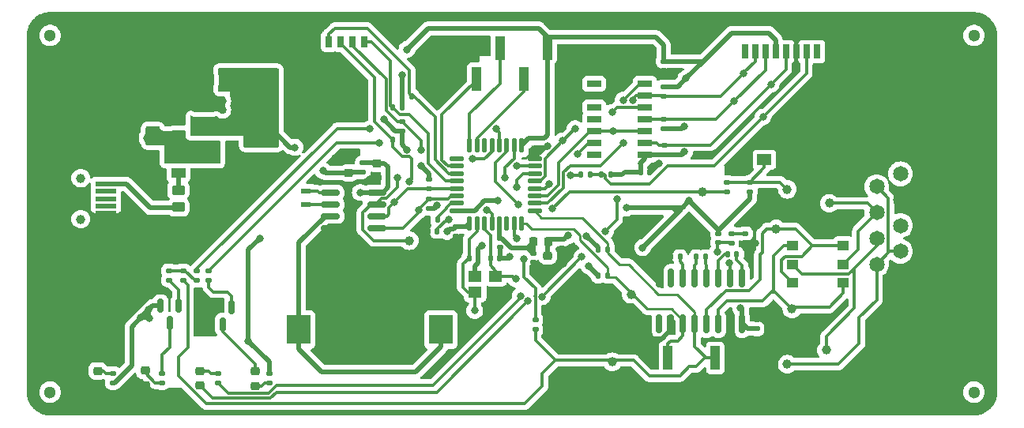
<source format=gbr>
%TF.GenerationSoftware,KiCad,Pcbnew,7.0.2*%
%TF.CreationDate,2023-05-10T11:38:03+01:00*%
%TF.ProjectId,serial_snooper,73657269-616c-45f7-936e-6f6f7065722e,rev?*%
%TF.SameCoordinates,Original*%
%TF.FileFunction,Copper,L1,Top*%
%TF.FilePolarity,Positive*%
%FSLAX46Y46*%
G04 Gerber Fmt 4.6, Leading zero omitted, Abs format (unit mm)*
G04 Created by KiCad (PCBNEW 7.0.2) date 2023-05-10 11:38:03*
%MOMM*%
%LPD*%
G01*
G04 APERTURE LIST*
G04 Aperture macros list*
%AMRoundRect*
0 Rectangle with rounded corners*
0 $1 Rounding radius*
0 $2 $3 $4 $5 $6 $7 $8 $9 X,Y pos of 4 corners*
0 Add a 4 corners polygon primitive as box body*
4,1,4,$2,$3,$4,$5,$6,$7,$8,$9,$2,$3,0*
0 Add four circle primitives for the rounded corners*
1,1,$1+$1,$2,$3*
1,1,$1+$1,$4,$5*
1,1,$1+$1,$6,$7*
1,1,$1+$1,$8,$9*
0 Add four rect primitives between the rounded corners*
20,1,$1+$1,$2,$3,$4,$5,0*
20,1,$1+$1,$4,$5,$6,$7,0*
20,1,$1+$1,$6,$7,$8,$9,0*
20,1,$1+$1,$8,$9,$2,$3,0*%
G04 Aperture macros list end*
%TA.AperFunction,SMDPad,CuDef*%
%ADD10R,1.200000X1.000000*%
%TD*%
%TA.AperFunction,SMDPad,CuDef*%
%ADD11C,1.000000*%
%TD*%
%TA.AperFunction,WasherPad*%
%ADD12C,1.300000*%
%TD*%
%TA.AperFunction,SMDPad,CuDef*%
%ADD13RoundRect,0.218750X0.256250X-0.218750X0.256250X0.218750X-0.256250X0.218750X-0.256250X-0.218750X0*%
%TD*%
%TA.AperFunction,SMDPad,CuDef*%
%ADD14RoundRect,0.140000X-0.140000X-0.170000X0.140000X-0.170000X0.140000X0.170000X-0.140000X0.170000X0*%
%TD*%
%TA.AperFunction,SMDPad,CuDef*%
%ADD15RoundRect,0.140000X0.170000X-0.140000X0.170000X0.140000X-0.170000X0.140000X-0.170000X-0.140000X0*%
%TD*%
%TA.AperFunction,SMDPad,CuDef*%
%ADD16RoundRect,0.140000X0.140000X0.170000X-0.140000X0.170000X-0.140000X-0.170000X0.140000X-0.170000X0*%
%TD*%
%TA.AperFunction,SMDPad,CuDef*%
%ADD17RoundRect,0.250000X0.250000X0.475000X-0.250000X0.475000X-0.250000X-0.475000X0.250000X-0.475000X0*%
%TD*%
%TA.AperFunction,SMDPad,CuDef*%
%ADD18RoundRect,0.135000X0.185000X-0.135000X0.185000X0.135000X-0.185000X0.135000X-0.185000X-0.135000X0*%
%TD*%
%TA.AperFunction,SMDPad,CuDef*%
%ADD19RoundRect,0.135000X-0.185000X0.135000X-0.185000X-0.135000X0.185000X-0.135000X0.185000X0.135000X0*%
%TD*%
%TA.AperFunction,SMDPad,CuDef*%
%ADD20RoundRect,0.135000X0.135000X0.185000X-0.135000X0.185000X-0.135000X-0.185000X0.135000X-0.185000X0*%
%TD*%
%TA.AperFunction,SMDPad,CuDef*%
%ADD21RoundRect,0.150000X-0.150000X0.587500X-0.150000X-0.587500X0.150000X-0.587500X0.150000X0.587500X0*%
%TD*%
%TA.AperFunction,SMDPad,CuDef*%
%ADD22R,1.400000X1.200000*%
%TD*%
%TA.AperFunction,SMDPad,CuDef*%
%ADD23R,1.000000X2.510000*%
%TD*%
%TA.AperFunction,SMDPad,CuDef*%
%ADD24RoundRect,0.150000X-0.150000X0.825000X-0.150000X-0.825000X0.150000X-0.825000X0.150000X0.825000X0*%
%TD*%
%TA.AperFunction,SMDPad,CuDef*%
%ADD25RoundRect,0.135000X-0.135000X-0.185000X0.135000X-0.185000X0.135000X0.185000X-0.135000X0.185000X0*%
%TD*%
%TA.AperFunction,SMDPad,CuDef*%
%ADD26RoundRect,0.140000X-0.170000X0.140000X-0.170000X-0.140000X0.170000X-0.140000X0.170000X0.140000X0*%
%TD*%
%TA.AperFunction,SMDPad,CuDef*%
%ADD27RoundRect,0.225000X0.250000X-0.225000X0.250000X0.225000X-0.250000X0.225000X-0.250000X-0.225000X0*%
%TD*%
%TA.AperFunction,SMDPad,CuDef*%
%ADD28R,1.400000X1.700000*%
%TD*%
%TA.AperFunction,SMDPad,CuDef*%
%ADD29R,1.500000X1.150000*%
%TD*%
%TA.AperFunction,SMDPad,CuDef*%
%ADD30R,0.800000X1.500000*%
%TD*%
%TA.AperFunction,SMDPad,CuDef*%
%ADD31R,1.150000X1.500000*%
%TD*%
%TA.AperFunction,SMDPad,CuDef*%
%ADD32RoundRect,0.225000X-0.250000X0.225000X-0.250000X-0.225000X0.250000X-0.225000X0.250000X0.225000X0*%
%TD*%
%TA.AperFunction,SMDPad,CuDef*%
%ADD33R,0.760000X1.250000*%
%TD*%
%TA.AperFunction,SMDPad,CuDef*%
%ADD34RoundRect,0.218750X0.218750X0.256250X-0.218750X0.256250X-0.218750X-0.256250X0.218750X-0.256250X0*%
%TD*%
%TA.AperFunction,ComponentPad*%
%ADD35C,4.800000*%
%TD*%
%TA.AperFunction,ComponentPad*%
%ADD36C,1.650000*%
%TD*%
%TA.AperFunction,SMDPad,CuDef*%
%ADD37RoundRect,0.125000X0.125000X-0.625000X0.125000X0.625000X-0.125000X0.625000X-0.125000X-0.625000X0*%
%TD*%
%TA.AperFunction,SMDPad,CuDef*%
%ADD38RoundRect,0.125000X0.625000X-0.125000X0.625000X0.125000X-0.625000X0.125000X-0.625000X-0.125000X0*%
%TD*%
%TA.AperFunction,SMDPad,CuDef*%
%ADD39R,2.500000X2.000000*%
%TD*%
%TA.AperFunction,SMDPad,CuDef*%
%ADD40R,2.250000X0.500000*%
%TD*%
%TA.AperFunction,WasherPad*%
%ADD41C,1.000000*%
%TD*%
%TA.AperFunction,SMDPad,CuDef*%
%ADD42RoundRect,0.218750X-0.256250X0.218750X-0.256250X-0.218750X0.256250X-0.218750X0.256250X0.218750X0*%
%TD*%
%TA.AperFunction,SMDPad,CuDef*%
%ADD43RoundRect,0.150000X-0.825000X-0.150000X0.825000X-0.150000X0.825000X0.150000X-0.825000X0.150000X0*%
%TD*%
%TA.AperFunction,SMDPad,CuDef*%
%ADD44R,1.550000X0.700000*%
%TD*%
%TA.AperFunction,SMDPad,CuDef*%
%ADD45R,1.520000X1.000000*%
%TD*%
%TA.AperFunction,SMDPad,CuDef*%
%ADD46RoundRect,0.250000X0.475000X-0.250000X0.475000X0.250000X-0.475000X0.250000X-0.475000X-0.250000X0*%
%TD*%
%TA.AperFunction,SMDPad,CuDef*%
%ADD47R,2.000000X1.500000*%
%TD*%
%TA.AperFunction,SMDPad,CuDef*%
%ADD48R,2.000000X3.800000*%
%TD*%
%TA.AperFunction,SMDPad,CuDef*%
%ADD49RoundRect,0.250000X0.450000X-0.262500X0.450000X0.262500X-0.450000X0.262500X-0.450000X-0.262500X0*%
%TD*%
%TA.AperFunction,SMDPad,CuDef*%
%ADD50R,1.100000X0.600000*%
%TD*%
%TA.AperFunction,SMDPad,CuDef*%
%ADD51R,2.540000X3.170000*%
%TD*%
%TA.AperFunction,SMDPad,CuDef*%
%ADD52R,3.960000X3.960000*%
%TD*%
%TA.AperFunction,ViaPad*%
%ADD53C,0.800000*%
%TD*%
%TA.AperFunction,Conductor*%
%ADD54C,0.300000*%
%TD*%
%TA.AperFunction,Conductor*%
%ADD55C,0.500000*%
%TD*%
%TA.AperFunction,Conductor*%
%ADD56C,0.250000*%
%TD*%
G04 APERTURE END LIST*
D10*
%TO.P,SW2,1,A*%
%TO.N,/RS232-UART/R1IN*%
X191000000Y-95800000D03*
%TO.P,SW2,2,B*%
%TO.N,/RS232-UART/DB9_TXD*%
X191000000Y-97800000D03*
%TO.P,SW2,3,C*%
%TO.N,/RS232-UART/T1OUT*%
X191000000Y-99800000D03*
%TO.P,SW2,4,A*%
X185600000Y-95800000D03*
%TO.P,SW2,5,B*%
%TO.N,/RS232-UART/DB9_RXD*%
X185600000Y-97800000D03*
%TO.P,SW2,6,C*%
%TO.N,/RS232-UART/R1IN*%
X185600000Y-99800000D03*
%TD*%
D11*
%TO.P,TP35,1,1*%
%TO.N,GND*%
X112250000Y-101250000D03*
%TD*%
%TO.P,TP34,1,1*%
%TO.N,/RTC_IRQ*%
X144500000Y-95250000D03*
%TD*%
%TO.P,TP25,1,1*%
%TO.N,/VBUS_after_fuse*%
X116500000Y-84260000D03*
%TD*%
%TO.P,TP17,1,1*%
%TO.N,Net-(J5-Pad1)*%
X185000000Y-108500000D03*
%TD*%
%TO.P,TP16,1,1*%
%TO.N,/USART2_RX*%
X166250000Y-108250000D03*
%TD*%
%TO.P,TP15,1,1*%
%TO.N,/USART2_TX*%
X168250000Y-101000000D03*
%TD*%
%TO.P,TP14,1,1*%
%TO.N,/RS232-UART/R1IN*%
X183800000Y-94000000D03*
%TD*%
%TO.P,TP13,1,1*%
%TO.N,/RS232-UART/T1OUT*%
X185500000Y-102600000D03*
%TD*%
%TO.P,TP12,1,1*%
%TO.N,/RS232-UART/DB9_RXD*%
X189200000Y-107000000D03*
%TD*%
%TO.P,TP11,1,1*%
%TO.N,/RS232-UART/DB9_TXD*%
X189500000Y-91250000D03*
%TD*%
%TO.P,TP7,1,1*%
%TO.N,/CARD_DETECT*%
X175900000Y-90000000D03*
%TD*%
%TO.P,TP1,1,1*%
%TO.N,/SD-card-adapter/SD_DETECT*%
X185000000Y-89750000D03*
%TD*%
D12*
%TO.P,H4,*%
%TO.N,*%
X106000000Y-73250000D03*
%TD*%
%TO.P,H3,*%
%TO.N,*%
X106000000Y-111500000D03*
%TD*%
%TO.P,H1,*%
%TO.N,*%
X205000000Y-111500000D03*
%TD*%
%TO.P,H2,*%
%TO.N,*%
X205000000Y-73250000D03*
%TD*%
D13*
%TO.P,D5,1,K*%
%TO.N,GND*%
X116186666Y-110750000D03*
%TO.P,D5,2,A*%
%TO.N,Net-(D5-A)*%
X116186666Y-109175000D03*
%TD*%
D14*
%TO.P,C19,1*%
%TO.N,+3.3V*%
X169270000Y-87900000D03*
%TO.P,C19,2*%
%TO.N,GND*%
X170230000Y-87900000D03*
%TD*%
D15*
%TO.P,C4,1*%
%TO.N,/RS232-UART/VS+*%
X177600000Y-95480000D03*
%TO.P,C4,2*%
%TO.N,+3.3V*%
X177600000Y-94520000D03*
%TD*%
D13*
%TO.P,D4,1,K*%
%TO.N,/SD-card-adapter/SD_CS*%
X122093332Y-110787500D03*
%TO.P,D4,2,A*%
%TO.N,/SD-card-adapter/SD_LED_ANODE*%
X122093332Y-109212500D03*
%TD*%
D16*
%TO.P,C7,1*%
%TO.N,/NRST*%
X147500000Y-94250000D03*
%TO.P,C7,2*%
%TO.N,GND*%
X146540000Y-94250000D03*
%TD*%
D14*
%TO.P,C8,1*%
%TO.N,/HSE_IN*%
X150900000Y-97106000D03*
%TO.P,C8,2*%
%TO.N,GND*%
X151860000Y-97106000D03*
%TD*%
D17*
%TO.P,C11,1*%
%TO.N,+3.3V*%
X124950000Y-78010000D03*
%TO.P,C11,2*%
%TO.N,GND*%
X123050000Y-78010000D03*
%TD*%
D18*
%TO.P,R2,1*%
%TO.N,+3.3V*%
X112750000Y-110510000D03*
%TO.P,R2,2*%
%TO.N,/PWR_LED_C*%
X112750000Y-109490000D03*
%TD*%
%TO.P,R10,1*%
%TO.N,/RS232-UART/VS+*%
X179000000Y-95510000D03*
%TO.P,R10,2*%
%TO.N,Net-(C14-Pad1)*%
X179000000Y-94490000D03*
%TD*%
D19*
%TO.P,R21,1*%
%TO.N,+3.3V*%
X146600000Y-88690000D03*
%TO.P,R21,2*%
%TO.N,/I2C1_SCL*%
X146600000Y-89710000D03*
%TD*%
D18*
%TO.P,R5,1*%
%TO.N,+3.3V*%
X143702513Y-83500000D03*
%TO.P,R5,2*%
%TO.N,/DIPSWITCH_2*%
X143702513Y-82480000D03*
%TD*%
D20*
%TO.P,R13,1*%
%TO.N,+3.3V*%
X166110000Y-88200000D03*
%TO.P,R13,2*%
%TO.N,/SD-card-adapter/SD_DO*%
X165090000Y-88200000D03*
%TD*%
D18*
%TO.P,R14,1*%
%TO.N,+3.3V*%
X171800000Y-86020000D03*
%TO.P,R14,2*%
%TO.N,/SD-card-adapter/SD_CLK*%
X171800000Y-85000000D03*
%TD*%
D21*
%TO.P,Q1,1,B*%
%TO.N,Net-(Q1-B)*%
X125450000Y-102375000D03*
%TO.P,Q1,2,E*%
%TO.N,GND*%
X123550000Y-102375000D03*
%TO.P,Q1,3,C*%
%TO.N,Net-(D3-K)*%
X124500000Y-104250000D03*
%TD*%
D16*
%TO.P,C6,1*%
%TO.N,/RS232-UART/C2+*%
X176230000Y-97000000D03*
%TO.P,C6,2*%
%TO.N,/RS232-UART/C2-*%
X175270000Y-97000000D03*
%TD*%
D19*
%TO.P,R23,1*%
%TO.N,/RealtimeClock/RTC_Vdd*%
X139515000Y-86920000D03*
%TO.P,R23,2*%
%TO.N,+3.3V*%
X139515000Y-87940000D03*
%TD*%
D22*
%TO.P,Y1,1,1*%
%TO.N,/HSE_IN*%
X151550000Y-100750000D03*
%TO.P,Y1,2,2*%
%TO.N,GND*%
X153750000Y-100750000D03*
%TO.P,Y1,3,3*%
%TO.N,/HSE_OUT*%
X153750000Y-99050000D03*
%TO.P,Y1,4,4*%
%TO.N,GND*%
X151550000Y-99050000D03*
%TD*%
D23*
%TO.P,J2,1,Pin_1*%
%TO.N,+3.3V*%
X159290000Y-74595000D03*
%TO.P,J2,2,Pin_2*%
%TO.N,/SWDIO*%
X156750000Y-77905000D03*
%TO.P,J2,3,Pin_3*%
%TO.N,/SWCLK*%
X154210000Y-74595000D03*
%TO.P,J2,4,Pin_4*%
%TO.N,/TRACE_SWO*%
X151670000Y-77905000D03*
%TO.P,J2,5,Pin_5*%
%TO.N,GND*%
X149130000Y-74595000D03*
%TD*%
D24*
%TO.P,U3,1,C1+*%
%TO.N,/RS232-UART/C1+*%
X180180000Y-99250000D03*
%TO.P,U3,2,VS+*%
%TO.N,/RS232-UART/VS+*%
X178910000Y-99250000D03*
%TO.P,U3,3,C1-*%
%TO.N,/RS232-UART/C1-*%
X177640000Y-99250000D03*
%TO.P,U3,4,C2+*%
%TO.N,/RS232-UART/C2+*%
X176370000Y-99250000D03*
%TO.P,U3,5,C2-*%
%TO.N,/RS232-UART/C2-*%
X175100000Y-99250000D03*
%TO.P,U3,6,VS-*%
%TO.N,/RS232-UART/VS-*%
X173830000Y-99250000D03*
%TO.P,U3,7,T2OUT*%
%TO.N,unconnected-(U3-T2OUT-Pad7)*%
X172560000Y-99250000D03*
%TO.P,U3,8,R2IN*%
%TO.N,GND*%
X171290000Y-99250000D03*
%TO.P,U3,9,R2OUT*%
%TO.N,unconnected-(U3-R2OUT-Pad9)*%
X171290000Y-104200000D03*
%TO.P,U3,10,T2IN*%
%TO.N,GND*%
X172560000Y-104200000D03*
%TO.P,U3,11,T1IN*%
%TO.N,/USART2_TX*%
X173830000Y-104200000D03*
%TO.P,U3,12,R1OUT*%
%TO.N,/USART2_RX*%
X175100000Y-104200000D03*
%TO.P,U3,13,R1IN*%
%TO.N,/RS232-UART/R1IN*%
X176370000Y-104200000D03*
%TO.P,U3,14,T1OUT*%
%TO.N,/RS232-UART/T1OUT*%
X177640000Y-104200000D03*
%TO.P,U3,15,GND*%
%TO.N,GND*%
X178910000Y-104200000D03*
%TO.P,U3,16,VCC*%
%TO.N,+3.3V*%
X180180000Y-104200000D03*
%TD*%
D19*
%TO.P,R16,1*%
%TO.N,+3.3V*%
X171750000Y-78740000D03*
%TO.P,R16,2*%
%TO.N,/SD-card-adapter/SD_CS*%
X171750000Y-79760000D03*
%TD*%
D18*
%TO.P,R27,1*%
%TO.N,Net-(D5-A)*%
X118000000Y-110510000D03*
%TO.P,R27,2*%
%TO.N,Net-(Q2-C)*%
X118000000Y-109490000D03*
%TD*%
D25*
%TO.P,R3,1*%
%TO.N,+3.3V*%
X143750000Y-79750000D03*
%TO.P,R3,2*%
%TO.N,/DIPSWITCH_4*%
X144770000Y-79750000D03*
%TD*%
%TO.P,R1,1*%
%TO.N,GND*%
X146500000Y-93000000D03*
%TO.P,R1,2*%
%TO.N,/BOOT0*%
X147520000Y-93000000D03*
%TD*%
D26*
%TO.P,C3,1*%
%TO.N,+3.3V*%
X160862000Y-95120000D03*
%TO.P,C3,2*%
%TO.N,GND*%
X160862000Y-96080000D03*
%TD*%
%TO.P,C2,1*%
%TO.N,+3.3VA*%
X157814000Y-96616000D03*
%TO.P,C2,2*%
%TO.N,GND*%
X157814000Y-97576000D03*
%TD*%
%TO.P,C13,1*%
%TO.N,GND*%
X181735000Y-103745000D03*
%TO.P,C13,2*%
%TO.N,+3.3V*%
X181735000Y-104705000D03*
%TD*%
D27*
%TO.P,C20,1*%
%TO.N,+3.3V*%
X138015000Y-87995000D03*
%TO.P,C20,2*%
%TO.N,GND*%
X138015000Y-86445000D03*
%TD*%
D18*
%TO.P,R26,1*%
%TO.N,Net-(Q2-B)*%
X118750000Y-99500000D03*
%TO.P,R26,2*%
%TO.N,Net-(R11-Pad2)*%
X118750000Y-98480000D03*
%TD*%
D28*
%TO.P,J6,10,SHIELD*%
%TO.N,GND*%
X189600000Y-72100000D03*
D29*
X189150000Y-86575000D03*
X180250000Y-86575000D03*
D28*
X176700000Y-72100000D03*
D29*
%TO.P,J6,9,DET*%
%TO.N,/SD-card-adapter/SD_DETECT*%
X182550000Y-86575000D03*
D30*
%TO.P,J6,8,DAT1*%
%TO.N,unconnected-(J6-DAT1-Pad8)*%
X188150000Y-75000000D03*
%TO.P,J6,7,DAT0*%
%TO.N,/SD-card-adapter/SD_DO*%
X187050000Y-75000000D03*
D31*
%TO.P,J6,6,VSS*%
%TO.N,GND*%
X189725000Y-81850000D03*
D30*
X185950000Y-75000000D03*
%TO.P,J6,5,CLK*%
%TO.N,/SD-card-adapter/SD_CLK*%
X184850000Y-75000000D03*
%TO.P,J6,4,VDD*%
%TO.N,+3.3V*%
X183750000Y-75000000D03*
%TO.P,J6,3,CMD*%
%TO.N,/SD-card-adapter/SD_DI*%
X182650000Y-75000000D03*
%TO.P,J6,2,DAT3/CD*%
%TO.N,/SD-card-adapter/SD_CS*%
X181550000Y-75000000D03*
%TO.P,J6,1,DAT2*%
%TO.N,unconnected-(J6-DAT2-Pad1)*%
X180450000Y-75000000D03*
%TD*%
D32*
%TO.P,C21,1*%
%TO.N,/RealtimeClock/RTC_Vdd*%
X141015000Y-86940000D03*
%TO.P,C21,2*%
%TO.N,GND*%
X141015000Y-88490000D03*
%TD*%
D14*
%TO.P,C9,1*%
%TO.N,/HSE_OUT*%
X153186000Y-97106000D03*
%TO.P,C9,2*%
%TO.N,GND*%
X154146000Y-97106000D03*
%TD*%
D25*
%TO.P,R19,1*%
%TO.N,+3.3V*%
X164740000Y-99010000D03*
%TO.P,R19,2*%
%TO.N,/USART2_TX*%
X165760000Y-99010000D03*
%TD*%
D18*
%TO.P,R15,1*%
%TO.N,+3.3V*%
X171750000Y-83270000D03*
%TO.P,R15,2*%
%TO.N,/SD-card-adapter/SD_DI*%
X171750000Y-82250000D03*
%TD*%
D33*
%TO.P,SW1,1*%
%TO.N,/DIPSWITCH_1*%
X139700000Y-73900000D03*
%TO.P,SW1,2*%
%TO.N,/DIPSWITCH_2*%
X138430000Y-73900000D03*
%TO.P,SW1,3*%
%TO.N,/DIPSWITCH_3*%
X137160000Y-73900000D03*
%TO.P,SW1,4*%
%TO.N,/DIPSWITCH_4*%
X135890000Y-73900000D03*
%TO.P,SW1,5*%
%TO.N,GND*%
X135890000Y-80050000D03*
%TO.P,SW1,6*%
X137160000Y-80050000D03*
%TO.P,SW1,7*%
X138430000Y-80050000D03*
%TO.P,SW1,8*%
X139700000Y-80050000D03*
%TD*%
D34*
%TO.P,FB1,1*%
%TO.N,+3.3V*%
X159389000Y-95346000D03*
%TO.P,FB1,2*%
%TO.N,+3.3VA*%
X157814000Y-95346000D03*
%TD*%
D35*
%TO.P,J5,MH2,MH2*%
%TO.N,GND*%
X195850000Y-79750000D03*
%TO.P,J5,MH1,MH1*%
X195850000Y-104740000D03*
D36*
%TO.P,J5,9,9*%
%TO.N,unconnected-(J5-Pad9)*%
X197120000Y-88090000D03*
%TO.P,J5,8,8*%
%TO.N,GND*%
X197120000Y-90860000D03*
%TO.P,J5,7,7*%
%TO.N,unconnected-(J5-Pad7)*%
X197120000Y-93630000D03*
%TO.P,J5,6,6*%
%TO.N,Net-(J5-Pad1)*%
X197120000Y-96400000D03*
%TO.P,J5,5,5*%
%TO.N,GND*%
X194580000Y-86705000D03*
%TO.P,J5,4,4*%
%TO.N,Net-(J5-Pad1)*%
X194580000Y-89475000D03*
%TO.P,J5,3,3*%
%TO.N,/RS232-UART/DB9_TXD*%
X194580000Y-92245000D03*
%TO.P,J5,2,2*%
%TO.N,/RS232-UART/DB9_RXD*%
X194580000Y-95015000D03*
%TO.P,J5,1,1*%
%TO.N,Net-(J5-Pad1)*%
X194580000Y-97785000D03*
%TD*%
D37*
%TO.P,U1,1,VDD*%
%TO.N,+3.3V*%
X150950000Y-93425000D03*
%TO.P,U1,2,PF0*%
%TO.N,/HSE_IN*%
X151750000Y-93425000D03*
%TO.P,U1,3,PF1*%
%TO.N,/HSE_OUT*%
X152550000Y-93425000D03*
%TO.P,U1,4,NRST*%
%TO.N,/NRST*%
X153350000Y-93425000D03*
%TO.P,U1,5,VDDA*%
%TO.N,+3.3VA*%
X154150000Y-93425000D03*
%TO.P,U1,6,PA0*%
%TO.N,unconnected-(U1-PA0-Pad6)*%
X154950000Y-93425000D03*
%TO.P,U1,7,PA1*%
%TO.N,/TIM2_CH2*%
X155750000Y-93425000D03*
%TO.P,U1,8,PA2*%
%TO.N,/USART2_TX*%
X156550000Y-93425000D03*
D38*
%TO.P,U1,9,PA3*%
%TO.N,/USART2_RX*%
X157925000Y-92050000D03*
%TO.P,U1,10,PA4*%
%TO.N,/SPI1_CS*%
X157925000Y-91250000D03*
%TO.P,U1,11,PA5*%
%TO.N,/SPI1_CLK*%
X157925000Y-90450000D03*
%TO.P,U1,12,PA6*%
%TO.N,/SPI1_MISO*%
X157925000Y-89650000D03*
%TO.P,U1,13,PA7*%
%TO.N,/SPI1_MOSI*%
X157925000Y-88850000D03*
%TO.P,U1,14,PB0*%
%TO.N,/DIPSWITCH_3*%
X157925000Y-88050000D03*
%TO.P,U1,15,PB1*%
%TO.N,/DIPSWITCH_2*%
X157925000Y-87250000D03*
%TO.P,U1,16,VSS*%
%TO.N,GND*%
X157925000Y-86450000D03*
D37*
%TO.P,U1,17,VDD*%
%TO.N,+3.3V*%
X156550000Y-85075000D03*
%TO.P,U1,18,PA8*%
%TO.N,/RTC_IRQ*%
X155750000Y-85075000D03*
%TO.P,U1,19,PA9*%
%TO.N,/CARD_DETECT*%
X154950000Y-85075000D03*
%TO.P,U1,20,PA10*%
%TO.N,/COMMS_LED*%
X154150000Y-85075000D03*
%TO.P,U1,21,PA11*%
%TO.N,/STATUS_LED*%
X153350000Y-85075000D03*
%TO.P,U1,22,PA12*%
%TO.N,unconnected-(U1-PA12-Pad22)*%
X152550000Y-85075000D03*
%TO.P,U1,23,PA13*%
%TO.N,/SWDIO*%
X151750000Y-85075000D03*
%TO.P,U1,24,PA14*%
%TO.N,/SWCLK*%
X150950000Y-85075000D03*
D38*
%TO.P,U1,25,PA15*%
%TO.N,unconnected-(U1-PA15-Pad25)*%
X149575000Y-86450000D03*
%TO.P,U1,26,PB3*%
%TO.N,/TRACE_SWO*%
X149575000Y-87250000D03*
%TO.P,U1,27,PB4*%
%TO.N,/DIPSWITCH_4*%
X149575000Y-88050000D03*
%TO.P,U1,28,PB5*%
%TO.N,/DIPSWITCH_1*%
X149575000Y-88850000D03*
%TO.P,U1,29,PB6*%
%TO.N,/I2C1_SCL*%
X149575000Y-89650000D03*
%TO.P,U1,30,PB7*%
%TO.N,/I2C1_SDA*%
X149575000Y-90450000D03*
%TO.P,U1,31,BOOT0*%
%TO.N,/BOOT0*%
X149575000Y-91250000D03*
%TO.P,U1,32,VSS*%
%TO.N,GND*%
X149575000Y-92050000D03*
%TD*%
D16*
%TO.P,C5,1*%
%TO.N,/RS232-UART/C1+*%
X179580000Y-96750000D03*
%TO.P,C5,2*%
%TO.N,/RS232-UART/C1-*%
X178620000Y-96750000D03*
%TD*%
D18*
%TO.P,R18,1*%
%TO.N,Net-(IC1-6Y)*%
X124000000Y-110510000D03*
%TO.P,R18,2*%
%TO.N,/SD-card-adapter/SD_LED_ANODE*%
X124000000Y-109490000D03*
%TD*%
D20*
%TO.P,R4,1*%
%TO.N,+3.3V*%
X143700000Y-84450000D03*
%TO.P,R4,2*%
%TO.N,/DIPSWITCH_3*%
X142680000Y-84450000D03*
%TD*%
D39*
%TO.P,J8,6,Shield*%
%TO.N,GND*%
X106415000Y-95200000D03*
X111865000Y-95200000D03*
X106415000Y-86300000D03*
X111865000Y-86300000D03*
D40*
%TO.P,J8,5,GND*%
X111990000Y-92350000D03*
%TO.P,J8,4,ID*%
%TO.N,unconnected-(J8-ID-Pad4)*%
X111990000Y-91550000D03*
%TO.P,J8,3,D+*%
%TO.N,unconnected-(J8-D+-Pad3)*%
X111990000Y-90750000D03*
%TO.P,J8,2,D-*%
%TO.N,unconnected-(J8-D--Pad2)*%
X111990000Y-89950000D03*
%TO.P,J8,1,VBUS*%
%TO.N,Net-(J8-VBUS)*%
X111990000Y-89150000D03*
D41*
%TO.P,J8,*%
%TO.N,*%
X109285000Y-92950000D03*
X109285000Y-88550000D03*
%TD*%
D25*
%TO.P,R20,1*%
%TO.N,+3.3V*%
X164740000Y-96200000D03*
%TO.P,R20,2*%
%TO.N,/USART2_RX*%
X165760000Y-96200000D03*
%TD*%
D26*
%TO.P,C17,1*%
%TO.N,+3.3V*%
X149500000Y-93770000D03*
%TO.P,C17,2*%
%TO.N,GND*%
X149500000Y-94730000D03*
%TD*%
D42*
%TO.P,D3,1,K*%
%TO.N,Net-(D3-K)*%
X128000000Y-109252500D03*
%TO.P,D3,2,A*%
%TO.N,Net-(D3-A)*%
X128000000Y-110827500D03*
%TD*%
D23*
%TO.P,J1,1,Pin_1*%
%TO.N,/USART2_RX*%
X177290000Y-107845000D03*
%TO.P,J1,2,Pin_2*%
%TO.N,GND*%
X174750000Y-111155000D03*
%TO.P,J1,3,Pin_3*%
%TO.N,/USART2_TX*%
X172210000Y-107845000D03*
%TD*%
D18*
%TO.P,R25,1*%
%TO.N,/CARD_DETECT*%
X178500000Y-90000000D03*
%TO.P,R25,2*%
%TO.N,/SD-card-adapter/SD_DETECT*%
X178500000Y-88980000D03*
%TD*%
D26*
%TO.P,C16,1*%
%TO.N,+3.3V*%
X158062000Y-84309000D03*
%TO.P,C16,2*%
%TO.N,GND*%
X158062000Y-85269000D03*
%TD*%
D43*
%TO.P,U4,1,OSCI*%
%TO.N,Net-(U4-OSCI)*%
X136040000Y-90090000D03*
%TO.P,U4,2,OSCO*%
%TO.N,Net-(U4-OSCO)*%
X136040000Y-91360000D03*
%TO.P,U4,3,VBAT*%
%TO.N,/RealtimeClock/Battery+*%
X136040000Y-92630000D03*
%TO.P,U4,4,VSS*%
%TO.N,GND*%
X136040000Y-93900000D03*
%TO.P,U4,5,SDA*%
%TO.N,/I2C1_SDA*%
X140990000Y-93900000D03*
%TO.P,U4,6,SCL*%
%TO.N,/I2C1_SCL*%
X140990000Y-92630000D03*
%TO.P,U4,7,~{INT1}/CLKOUT*%
%TO.N,/RTC_IRQ*%
X140990000Y-91360000D03*
%TO.P,U4,8,VDD*%
%TO.N,/RealtimeClock/RTC_Vdd*%
X140990000Y-90090000D03*
%TD*%
D44*
%TO.P,IC1,1,VCC*%
%TO.N,+3.3V*%
X169750000Y-86040000D03*
%TO.P,IC1,2,1Y*%
%TO.N,/SD-card-adapter/SD_CLK*%
X169750000Y-84770000D03*
%TO.P,IC1,3,1A*%
%TO.N,/SPI1_CLK*%
X169750000Y-83500000D03*
%TO.P,IC1,4,2Y*%
%TO.N,/SD-card-adapter/SD_DI*%
X169750000Y-82230000D03*
%TO.P,IC1,5,2A*%
%TO.N,/SPI1_MOSI*%
X169750000Y-80960000D03*
%TO.P,IC1,6,3Y*%
%TO.N,/SD-card-adapter/SD_CS*%
X169750000Y-79690000D03*
%TO.P,IC1,7,3A*%
%TO.N,/SPI1_CS*%
X169750000Y-78420000D03*
%TO.P,IC1,8,GND*%
%TO.N,GND*%
X169750000Y-77150000D03*
%TO.P,IC1,9,4A*%
X164300000Y-77150000D03*
%TO.P,IC1,10,4Y*%
%TO.N,unconnected-(IC1-4Y-Pad10)*%
X164300000Y-78420000D03*
%TO.P,IC1,11,5A*%
%TO.N,GND*%
X164300000Y-79690000D03*
%TO.P,IC1,12,5Y*%
%TO.N,unconnected-(IC1-5Y-Pad12)*%
X164300000Y-80960000D03*
%TO.P,IC1,13,N.C._1*%
%TO.N,unconnected-(IC1-N.C._1-Pad13)*%
X164300000Y-82230000D03*
%TO.P,IC1,14,6A*%
%TO.N,/SPI1_CLK*%
X164300000Y-83500000D03*
%TO.P,IC1,15,6Y*%
%TO.N,Net-(IC1-6Y)*%
X164300000Y-84770000D03*
%TO.P,IC1,16,N.C._2*%
%TO.N,unconnected-(IC1-N.C._2-Pad16)*%
X164300000Y-86040000D03*
%TD*%
D18*
%TO.P,R12,1*%
%TO.N,Net-(Q1-B)*%
X123000000Y-99510000D03*
%TO.P,R12,2*%
%TO.N,/STATUS_LED*%
X123000000Y-98490000D03*
%TD*%
%TO.P,R17,1*%
%TO.N,+3.3V*%
X181000000Y-90000000D03*
%TO.P,R17,2*%
%TO.N,/SD-card-adapter/SD_DETECT*%
X181000000Y-88980000D03*
%TD*%
%TO.P,R11,1*%
%TO.N,/USART2_RX*%
X120250000Y-99500000D03*
%TO.P,R11,2*%
%TO.N,Net-(R11-Pad2)*%
X120250000Y-98480000D03*
%TD*%
D14*
%TO.P,C12,1*%
%TO.N,GND*%
X172540000Y-97000000D03*
%TO.P,C12,2*%
%TO.N,/RS232-UART/VS-*%
X173500000Y-97000000D03*
%TD*%
D13*
%TO.P,D1,1,K*%
%TO.N,GND*%
X111100000Y-110787500D03*
%TO.P,D1,2,A*%
%TO.N,/PWR_LED_C*%
X111100000Y-109212500D03*
%TD*%
D26*
%TO.P,C1,1*%
%TO.N,+3.3VA*%
X154250000Y-95020000D03*
%TO.P,C1,2*%
%TO.N,GND*%
X154250000Y-95980000D03*
%TD*%
D45*
%TO.P,F2,1,1*%
%TO.N,Net-(F2-Pad1)*%
X119750000Y-88020000D03*
%TO.P,F2,2,2*%
%TO.N,/VBUS_after_fuse*%
X119750000Y-86000000D03*
%TD*%
D46*
%TO.P,C10,1*%
%TO.N,/VBUS_after_fuse*%
X119750000Y-83910000D03*
%TO.P,C10,2*%
%TO.N,GND*%
X119750000Y-82010000D03*
%TD*%
D47*
%TO.P,U2,1,GND*%
%TO.N,GND*%
X122500000Y-80710000D03*
%TO.P,U2,2,VO*%
%TO.N,+3.3V*%
X122500000Y-83010000D03*
D48*
X128800000Y-83010000D03*
D47*
%TO.P,U2,3,VI*%
%TO.N,/VBUS_after_fuse*%
X122500000Y-85310000D03*
%TD*%
D32*
%TO.P,C15,1*%
%TO.N,+3.3V*%
X159338000Y-96870000D03*
%TO.P,C15,2*%
%TO.N,GND*%
X159338000Y-98420000D03*
%TD*%
D18*
%TO.P,R8,1*%
%TO.N,Net-(D3-A)*%
X129500000Y-110520000D03*
%TO.P,R8,2*%
%TO.N,+3.3V*%
X129500000Y-109500000D03*
%TD*%
%TO.P,R28,1*%
%TO.N,/USART2_RX*%
X158000000Y-104770000D03*
%TO.P,R28,2*%
%TO.N,/TIM2_CH2*%
X158000000Y-103750000D03*
%TD*%
D49*
%TO.P,R9,1*%
%TO.N,Net-(J8-VBUS)*%
X119750000Y-91672500D03*
%TO.P,R9,2*%
%TO.N,Net-(F2-Pad1)*%
X119750000Y-89847500D03*
%TD*%
D50*
%TO.P,Y2,1,1*%
%TO.N,Net-(U4-OSCI)*%
X133430000Y-89950000D03*
%TO.P,Y2,2,2*%
%TO.N,Net-(U4-OSCO)*%
X133430000Y-91350000D03*
%TD*%
D51*
%TO.P,H5,1,+*%
%TO.N,/RealtimeClock/Battery+*%
X132660000Y-104800000D03*
%TO.P,H5,2,-*%
X147900000Y-104800000D03*
D52*
%TO.P,H5,MP1,MP1*%
%TO.N,GND*%
X140280000Y-104800000D03*
%TD*%
D25*
%TO.P,R24,1*%
%TO.N,/SPI1_MISO*%
X162890000Y-88200000D03*
%TO.P,R24,2*%
%TO.N,/SD-card-adapter/SD_DO*%
X163910000Y-88200000D03*
%TD*%
D21*
%TO.P,Q2,1,B*%
%TO.N,Net-(Q2-B)*%
X119750000Y-102250000D03*
%TO.P,Q2,2,E*%
%TO.N,+3.3V*%
X117850000Y-102250000D03*
%TO.P,Q2,3,C*%
%TO.N,Net-(Q2-C)*%
X118800000Y-104125000D03*
%TD*%
D20*
%TO.P,R6,1*%
%TO.N,+3.3V*%
X143700000Y-80950000D03*
%TO.P,R6,2*%
%TO.N,/DIPSWITCH_1*%
X142680000Y-80950000D03*
%TD*%
D26*
%TO.P,C18,1*%
%TO.N,+3.3V*%
X171750000Y-76020000D03*
%TO.P,C18,2*%
%TO.N,GND*%
X171750000Y-76980000D03*
%TD*%
D18*
%TO.P,R22,1*%
%TO.N,+3.3V*%
X146600000Y-91800000D03*
%TO.P,R22,2*%
%TO.N,/I2C1_SDA*%
X146600000Y-90780000D03*
%TD*%
D26*
%TO.P,C14,1*%
%TO.N,Net-(C14-Pad1)*%
X180500000Y-94520000D03*
%TO.P,C14,2*%
%TO.N,GND*%
X180500000Y-95480000D03*
%TD*%
D19*
%TO.P,R7,1*%
%TO.N,/COMMS_LED*%
X121750000Y-98490000D03*
%TO.P,R7,2*%
%TO.N,Net-(R11-Pad2)*%
X121750000Y-99510000D03*
%TD*%
D53*
%TO.N,GND*%
X188400000Y-104400000D03*
%TO.N,+3.3V*%
X116600000Y-103600000D03*
X115725000Y-103525000D03*
X116575000Y-102675000D03*
%TO.N,GND*%
X183800000Y-104400000D03*
X182000000Y-84600000D03*
X161000000Y-97750000D03*
X172250000Y-72000000D03*
X136555000Y-86400500D03*
X127500000Y-73500000D03*
X141000000Y-99750000D03*
X126750000Y-88750000D03*
X117500000Y-73500000D03*
X136500000Y-77000000D03*
X154000000Y-91000000D03*
X116000000Y-95250000D03*
X165500000Y-102000000D03*
X202500000Y-91000000D03*
X125000000Y-73500000D03*
X107500000Y-78500000D03*
X167500000Y-111000000D03*
X123750000Y-88750000D03*
X114250000Y-75500000D03*
X121250000Y-94000000D03*
X186250000Y-92250000D03*
X107500000Y-76000000D03*
X122500000Y-73500000D03*
X162000000Y-103750000D03*
X202500000Y-76000000D03*
X111000000Y-82250000D03*
X202500000Y-106000000D03*
X185000000Y-111000000D03*
X182500000Y-108000000D03*
X169500000Y-105750000D03*
X171500000Y-97000000D03*
X132500000Y-73500000D03*
X144500000Y-104750000D03*
X164750000Y-75500000D03*
X155250000Y-97000000D03*
X121250000Y-78510000D03*
X202500000Y-103500000D03*
X112500000Y-73500000D03*
X137750000Y-101250000D03*
X107500000Y-98500000D03*
X197500000Y-73500000D03*
X111250000Y-103750000D03*
X165250000Y-72000000D03*
X200000000Y-73500000D03*
X147750000Y-79250000D03*
X171250000Y-87000000D03*
X146250000Y-75750000D03*
X185500000Y-83750000D03*
X130000000Y-73500000D03*
X122000000Y-103750000D03*
X202500000Y-86000000D03*
X202500000Y-98500000D03*
X202500000Y-93500000D03*
X107500000Y-81000000D03*
X192500000Y-111000000D03*
X115000000Y-73500000D03*
X107500000Y-108500000D03*
X135000000Y-99500000D03*
X152250000Y-95750000D03*
X168750000Y-72000000D03*
X162000000Y-72000000D03*
X114250000Y-80510000D03*
X133500000Y-83250000D03*
X107500000Y-103500000D03*
X202500000Y-81000000D03*
X147250000Y-99500000D03*
X148750000Y-101250000D03*
X119000000Y-80510000D03*
X136000000Y-104500000D03*
X120000000Y-73500000D03*
X126750000Y-91000000D03*
X137500000Y-96000000D03*
X165000000Y-111000000D03*
X169250000Y-75250000D03*
X161500000Y-79750000D03*
X195000000Y-73500000D03*
X174250000Y-94500000D03*
X181550500Y-95500000D03*
X120250000Y-80510000D03*
X182500000Y-111000000D03*
X107500000Y-83500000D03*
X202500000Y-83500000D03*
X197500000Y-111000000D03*
X110000000Y-73500000D03*
X132000000Y-81000000D03*
X202500000Y-96000000D03*
X159345023Y-85095023D03*
X168500000Y-94250000D03*
X187250000Y-81000000D03*
X195000000Y-111000000D03*
X153500000Y-102250000D03*
X107500000Y-106000000D03*
X202500000Y-101000000D03*
X192500000Y-73500000D03*
X202500000Y-78500000D03*
X123750000Y-91000000D03*
X124500000Y-81260000D03*
X107500000Y-101000000D03*
X121250000Y-77260000D03*
X202500000Y-88500000D03*
X200000000Y-111000000D03*
X124500000Y-80260000D03*
X116250000Y-77250000D03*
%TO.N,+3.3V*%
X148529977Y-94279977D03*
X135250000Y-87750000D03*
X143750000Y-77500000D03*
X180000000Y-102500000D03*
X145750000Y-87250000D03*
X174000000Y-83000000D03*
X141750000Y-82250000D03*
X144250000Y-74750000D03*
X128500000Y-95000000D03*
X147500000Y-91500000D03*
X144250000Y-85499500D03*
X163750000Y-98000000D03*
X161500000Y-94724500D03*
X127250000Y-106000000D03*
X167750000Y-91750000D03*
X174000000Y-85750000D03*
X132250000Y-85250000D03*
X174500000Y-91000000D03*
X163500000Y-94750000D03*
X169500000Y-96000000D03*
X174125000Y-77875000D03*
%TO.N,/RS232-UART/VS+*%
X178750000Y-97659500D03*
X177500000Y-96500000D03*
%TO.N,/NRST*%
X148750000Y-93000000D03*
X152750000Y-92000000D03*
%TO.N,/HSE_IN*%
X151500000Y-102750000D03*
%TO.N,/HSE_OUT*%
X155895023Y-99354977D03*
%TO.N,/RealtimeClock/RTC_Vdd*%
X139250000Y-90090000D03*
%TO.N,/SD-card-adapter/SD_CS*%
X158750000Y-101250000D03*
X157230500Y-101750000D03*
X180300000Y-77300000D03*
X168497215Y-80210500D03*
X165500000Y-94250000D03*
X166730822Y-90749500D03*
X162987701Y-97012299D03*
%TO.N,/SD-card-adapter/SD_CLK*%
X183250000Y-78500000D03*
%TO.N,/SPI1_CLK*%
X166300000Y-83500000D03*
%TO.N,/SD-card-adapter/SD_DI*%
X179300000Y-80300000D03*
%TO.N,/SPI1_MOSI*%
X160950000Y-84550000D03*
X162250000Y-83250000D03*
X166250000Y-81500000D03*
%TO.N,/SPI1_CS*%
X167400000Y-84765000D03*
X167400000Y-80200000D03*
%TO.N,Net-(IC1-6Y)*%
X162500000Y-86000000D03*
X156405700Y-101185455D03*
%TO.N,/TIM2_CH2*%
X156000000Y-95000000D03*
X156750000Y-97250000D03*
%TO.N,/SD-card-adapter/SD_DO*%
X182400000Y-82000000D03*
%TO.N,/DIPSWITCH_3*%
X156000000Y-89500000D03*
X144500000Y-88960500D03*
%TO.N,/DIPSWITCH_2*%
X145750000Y-85500000D03*
X156000000Y-87250000D03*
%TO.N,/COMMS_LED*%
X140250000Y-83250000D03*
X153779977Y-83279977D03*
%TO.N,/STATUS_LED*%
X141250000Y-84750000D03*
X151250000Y-86500000D03*
%TO.N,/I2C1_SCL*%
X142875000Y-91125000D03*
%TO.N,/I2C1_SDA*%
X145500000Y-92000000D03*
%TO.N,/SPI1_MISO*%
X159470023Y-89220023D03*
X161750000Y-88250000D03*
%TO.N,/CARD_DETECT*%
X159824612Y-91830081D03*
X156200000Y-91400000D03*
%TO.N,/RTC_IRQ*%
X154750000Y-88500000D03*
X143250000Y-88500000D03*
%TD*%
D54*
%TO.N,/NRST*%
X148525894Y-93000000D02*
X148750000Y-93000000D01*
X147500000Y-94025894D02*
X148525894Y-93000000D01*
X147500000Y-94250000D02*
X147500000Y-94025894D01*
D55*
%TO.N,+3.3V*%
X116575000Y-103575000D02*
X116600000Y-103600000D01*
X116575000Y-102675000D02*
X116575000Y-103575000D01*
X116525000Y-103525000D02*
X116600000Y-103600000D01*
X115725000Y-103525000D02*
X116525000Y-103525000D01*
X115725000Y-103525000D02*
X116575000Y-102675000D01*
X112877315Y-110510000D02*
X112750000Y-110510000D01*
X114750000Y-104500000D02*
X114750000Y-108637315D01*
X115725000Y-103525000D02*
X114750000Y-104500000D01*
X114750000Y-108637315D02*
X112877315Y-110510000D01*
X116575000Y-102675000D02*
X117000000Y-102250000D01*
D54*
%TO.N,/RS232-UART/T1OUT*%
X183700000Y-100800000D02*
X183800000Y-100900000D01*
X183300000Y-100800000D02*
X183700000Y-100800000D01*
X184800000Y-101900000D02*
X183800000Y-100900000D01*
X183800000Y-100900000D02*
X183500000Y-100600000D01*
X183300000Y-100800000D02*
X183500000Y-100600000D01*
X182350000Y-101750000D02*
X183300000Y-100800000D01*
X182000000Y-101750000D02*
X182350000Y-101750000D01*
X182000000Y-101750000D02*
X182300000Y-101750000D01*
X178500000Y-101750000D02*
X182000000Y-101750000D01*
X185300000Y-102400000D02*
X184800000Y-101900000D01*
X191000000Y-100900000D02*
X189500000Y-102400000D01*
X191000000Y-99800000D02*
X191000000Y-100900000D01*
X189500000Y-102400000D02*
X185300000Y-102400000D01*
%TO.N,/RS232-UART/DB9_TXD*%
X193585000Y-91250000D02*
X194580000Y-92245000D01*
X189500000Y-91250000D02*
X193585000Y-91250000D01*
%TO.N,/RS232-UART/DB9_RXD*%
X189200000Y-105500000D02*
X192200000Y-102500000D01*
X189200000Y-107000000D02*
X189200000Y-105500000D01*
X192200000Y-102500000D02*
X192200000Y-98700000D01*
%TO.N,Net-(J5-Pad1)*%
X194580000Y-101620000D02*
X194580000Y-97785000D01*
X192700000Y-103500000D02*
X194580000Y-101620000D01*
X192700000Y-106300000D02*
X192700000Y-103500000D01*
X190500000Y-108500000D02*
X192700000Y-106300000D01*
X185000000Y-108500000D02*
X190500000Y-108500000D01*
%TO.N,/RS232-UART/DB9_RXD*%
X192100000Y-98600000D02*
X192200000Y-98700000D01*
X191800000Y-98600000D02*
X192100000Y-98600000D01*
X191800000Y-98600000D02*
X192600000Y-97800000D01*
X192200000Y-98700000D02*
X192200000Y-98200000D01*
X191600000Y-98800000D02*
X191800000Y-98600000D01*
X192200000Y-98200000D02*
X192600000Y-97800000D01*
X192600000Y-97800000D02*
X194580000Y-95820000D01*
%TO.N,/RS232-UART/R1IN*%
X185900000Y-94000000D02*
X187700000Y-95800000D01*
X183800000Y-94000000D02*
X185900000Y-94000000D01*
X191000000Y-95800000D02*
X187700000Y-95800000D01*
D55*
%TO.N,GND*%
X181530500Y-95480000D02*
X180500000Y-95480000D01*
X181550500Y-95500000D02*
X181530500Y-95480000D01*
D54*
%TO.N,/RS232-UART/R1IN*%
X182800000Y-94000000D02*
X183800000Y-94000000D01*
X182100000Y-96710661D02*
X182300000Y-96510661D01*
X180925000Y-100575000D02*
X182100000Y-99400000D01*
X182300000Y-94500000D02*
X182800000Y-94000000D01*
X178425000Y-100575000D02*
X180925000Y-100575000D01*
X182100000Y-99400000D02*
X182100000Y-96710661D01*
X182300000Y-96510661D02*
X182300000Y-94500000D01*
X176370000Y-102630000D02*
X178425000Y-100575000D01*
X176370000Y-104200000D02*
X176370000Y-102630000D01*
X186550000Y-96950000D02*
X187700000Y-95800000D01*
%TO.N,/RS232-UART/T1OUT*%
X183500000Y-96900000D02*
X184600000Y-95800000D01*
%TO.N,/RS232-UART/R1IN*%
X184400000Y-97350000D02*
X184800000Y-96950000D01*
X184800000Y-96950000D02*
X186550000Y-96950000D01*
%TO.N,/RS232-UART/DB9_RXD*%
X186600000Y-98800000D02*
X191600000Y-98800000D01*
%TO.N,/RS232-UART/DB9_TXD*%
X191000000Y-97800000D02*
X192600000Y-96200000D01*
%TO.N,/RS232-UART/R1IN*%
X185600000Y-99800000D02*
X184400000Y-98600000D01*
%TO.N,/RS232-UART/DB9_RXD*%
X185600000Y-97800000D02*
X186600000Y-98800000D01*
%TO.N,/RS232-UART/R1IN*%
X184400000Y-98600000D02*
X184400000Y-97350000D01*
%TO.N,/RS232-UART/T1OUT*%
X183500000Y-100600000D02*
X183500000Y-96900000D01*
X184600000Y-95800000D02*
X185600000Y-95800000D01*
%TO.N,/RS232-UART/DB9_TXD*%
X192600000Y-96200000D02*
X192600000Y-94225000D01*
X192600000Y-94225000D02*
X194580000Y-92245000D01*
%TO.N,/RS232-UART/DB9_RXD*%
X194580000Y-95820000D02*
X194580000Y-95015000D01*
%TO.N,/RS232-UART/T1OUT*%
X177640000Y-102610000D02*
X178500000Y-101750000D01*
X177640000Y-104200000D02*
X177640000Y-102610000D01*
D55*
%TO.N,+3.3VA*%
X157198000Y-96000000D02*
X157814000Y-96000000D01*
X157814000Y-95346000D02*
X157814000Y-96000000D01*
X154250000Y-95020000D02*
X154434386Y-95020000D01*
X154150000Y-93425000D02*
X154150000Y-94920000D01*
X157198000Y-96000000D02*
X157814000Y-96616000D01*
X154434386Y-95020000D02*
X155414386Y-96000000D01*
X154150000Y-94920000D02*
X154250000Y-95020000D01*
X157160000Y-96000000D02*
X157814000Y-95346000D01*
X155414386Y-96000000D02*
X157814000Y-96000000D01*
X157160000Y-96000000D02*
X157198000Y-96000000D01*
X157814000Y-96000000D02*
X157814000Y-96616000D01*
%TO.N,GND*%
X154250000Y-97002000D02*
X154146000Y-97106000D01*
X171500000Y-97000000D02*
X171290000Y-97210000D01*
X140260000Y-88490000D02*
X139875000Y-88875000D01*
X160862000Y-97612000D02*
X161000000Y-97750000D01*
X172560000Y-104200000D02*
X172560000Y-104753528D01*
X152547918Y-91000000D02*
X154000000Y-91000000D01*
X172560000Y-104753528D02*
X171563528Y-105750000D01*
X157814000Y-97814000D02*
X158420000Y-98420000D01*
X154250000Y-95980000D02*
X154250000Y-97002000D01*
X171563528Y-105750000D02*
X169500000Y-105750000D01*
X151860000Y-97106000D02*
X151860000Y-97640000D01*
X160862000Y-96080000D02*
X160862000Y-97612000D01*
X151497918Y-92050000D02*
X152547918Y-91000000D01*
X136599500Y-86445000D02*
X138015000Y-86445000D01*
X151860000Y-97640000D02*
X151500000Y-98000000D01*
X151500000Y-98000000D02*
X151550000Y-98050000D01*
X171290000Y-97210000D02*
X171290000Y-99250000D01*
X151860000Y-97106000D02*
X151860000Y-96140000D01*
X158062000Y-86313000D02*
X157925000Y-86450000D01*
X159171046Y-85269000D02*
X159345023Y-85095023D01*
X141015000Y-88490000D02*
X140260000Y-88490000D01*
X151550000Y-98050000D02*
X151550000Y-99050000D01*
X171500000Y-97000000D02*
X172540000Y-97000000D01*
X157814000Y-97576000D02*
X157814000Y-97814000D01*
X154146000Y-97106000D02*
X155144000Y-97106000D01*
X155144000Y-97106000D02*
X155250000Y-97000000D01*
X158062000Y-85269000D02*
X159171046Y-85269000D01*
X160330000Y-98420000D02*
X161000000Y-97750000D01*
X153750000Y-100750000D02*
X153750000Y-102000000D01*
X149575000Y-92050000D02*
X151497918Y-92050000D01*
X151860000Y-96140000D02*
X152250000Y-95750000D01*
X158420000Y-98420000D02*
X159338000Y-98420000D01*
X170350000Y-87900000D02*
X171250000Y-87000000D01*
X158062000Y-85269000D02*
X158062000Y-86313000D01*
X170230000Y-87900000D02*
X170350000Y-87900000D01*
X153750000Y-102000000D02*
X153500000Y-102250000D01*
X159338000Y-98420000D02*
X160330000Y-98420000D01*
X136555000Y-86400500D02*
X136599500Y-86445000D01*
%TO.N,+3.3V*%
X169750000Y-86040000D02*
X171730000Y-86040000D01*
X167600000Y-87900000D02*
X169270000Y-87900000D01*
X173730000Y-86020000D02*
X174000000Y-85750000D01*
X180180000Y-102680000D02*
X180000000Y-102500000D01*
X138015000Y-87995000D02*
X135495000Y-87995000D01*
X129500000Y-109500000D02*
X129500000Y-108250000D01*
X171750000Y-78740000D02*
X173260000Y-78740000D01*
X128500000Y-95000000D02*
X127250000Y-96250000D01*
X164740000Y-95990000D02*
X163500000Y-94750000D01*
X169250000Y-87000000D02*
X169270000Y-87020000D01*
X171730000Y-86040000D02*
X171750000Y-86020000D01*
X180180000Y-104200000D02*
X180200000Y-104200000D01*
X129500000Y-108250000D02*
X127250000Y-106000000D01*
X138070000Y-87940000D02*
X138015000Y-87995000D01*
X171750000Y-86020000D02*
X173730000Y-86020000D01*
X167750000Y-91750000D02*
X172750000Y-91750000D01*
X171750000Y-83270000D02*
X173730000Y-83270000D01*
X159338000Y-96870000D02*
X159338000Y-95397000D01*
X143702513Y-83500000D02*
X143000000Y-83500000D01*
X159615000Y-95120000D02*
X159389000Y-95346000D01*
X173730000Y-83270000D02*
X174000000Y-83000000D01*
X127250000Y-96250000D02*
X127250000Y-106000000D01*
X160862000Y-95120000D02*
X161070046Y-95120000D01*
X172750000Y-91750000D02*
X173750000Y-91750000D01*
X174125000Y-77875000D02*
X175980000Y-76020000D01*
X183750000Y-73750000D02*
X183750000Y-75000000D01*
X146600000Y-91800000D02*
X147200000Y-91800000D01*
X148809954Y-94000000D02*
X149270000Y-94000000D01*
X143750000Y-80900000D02*
X143700000Y-80950000D01*
X166110000Y-88200000D02*
X167300000Y-88200000D01*
X143000000Y-83500000D02*
X141750000Y-82250000D01*
X173750000Y-91750000D02*
X174500000Y-91000000D01*
X169750000Y-86500000D02*
X169250000Y-87000000D01*
X143702513Y-84447487D02*
X143700000Y-84450000D01*
X131750000Y-85250000D02*
X132250000Y-85250000D01*
X170940000Y-73440000D02*
X171750000Y-74250000D01*
X159290000Y-83960000D02*
X158941000Y-84309000D01*
X135495000Y-87995000D02*
X135250000Y-87750000D01*
X175980000Y-76020000D02*
X179000000Y-73000000D01*
X149500000Y-93770000D02*
X150605000Y-93770000D01*
X173250000Y-92250000D02*
X174500000Y-91000000D01*
X177600000Y-94520000D02*
X177600000Y-94100000D01*
X129510000Y-83010000D02*
X131750000Y-85250000D01*
X164740000Y-98990000D02*
X163750000Y-98000000D01*
X169270000Y-87020000D02*
X169270000Y-87900000D01*
X149270000Y-94000000D02*
X149500000Y-93770000D01*
X164740000Y-96200000D02*
X164740000Y-95990000D01*
X181000000Y-90750000D02*
X177600000Y-94150000D01*
X158941000Y-84309000D02*
X158062000Y-84309000D01*
X146600000Y-88100000D02*
X145750000Y-87250000D01*
X156550000Y-85075000D02*
X157316000Y-84309000D01*
X157316000Y-84309000D02*
X158062000Y-84309000D01*
X171750000Y-76020000D02*
X175980000Y-76020000D01*
X143700000Y-84450000D02*
X143700000Y-84949500D01*
X164740000Y-99010000D02*
X164740000Y-98990000D01*
X143700000Y-84949500D02*
X144250000Y-85499500D01*
X161465546Y-94724500D02*
X161500000Y-94724500D01*
X171750000Y-74250000D02*
X171750000Y-76020000D01*
X117000000Y-102250000D02*
X117850000Y-102250000D01*
X147200000Y-91800000D02*
X147500000Y-91500000D01*
X159290000Y-73440000D02*
X159290000Y-83960000D01*
X159290000Y-73440000D02*
X170940000Y-73440000D01*
X158350000Y-72500000D02*
X159290000Y-73440000D01*
X139515000Y-87940000D02*
X138070000Y-87940000D01*
X128800000Y-83010000D02*
X129510000Y-83010000D01*
X169500000Y-96000000D02*
X173250000Y-92250000D01*
X181000000Y-90000000D02*
X181000000Y-90750000D01*
X180705000Y-104705000D02*
X181735000Y-104705000D01*
X180180000Y-104200000D02*
X180180000Y-102680000D01*
X172750000Y-91750000D02*
X173250000Y-92250000D01*
X177600000Y-94150000D02*
X177600000Y-94520000D01*
X143702513Y-83500000D02*
X143702513Y-84447487D01*
X179000000Y-73000000D02*
X183000000Y-73000000D01*
X167300000Y-88200000D02*
X167600000Y-87900000D01*
X169750000Y-86040000D02*
X169750000Y-86500000D01*
X117000000Y-102250000D02*
X117250000Y-102250000D01*
X146600000Y-88690000D02*
X146600000Y-88100000D01*
X148529977Y-94279977D02*
X148809954Y-94000000D01*
X143750000Y-79750000D02*
X143750000Y-80900000D01*
X159338000Y-95397000D02*
X159389000Y-95346000D01*
X146500000Y-72500000D02*
X158350000Y-72500000D01*
X161070046Y-95120000D02*
X161465546Y-94724500D01*
X144250000Y-74750000D02*
X146500000Y-72500000D01*
X143750000Y-79750000D02*
X143750000Y-77500000D01*
X150605000Y-93770000D02*
X150950000Y-93425000D01*
X173260000Y-78740000D02*
X174125000Y-77875000D01*
X160862000Y-95120000D02*
X159615000Y-95120000D01*
X180200000Y-104200000D02*
X180705000Y-104705000D01*
X177600000Y-94100000D02*
X174500000Y-91000000D01*
X183000000Y-73000000D02*
X183750000Y-73750000D01*
D54*
%TO.N,/RS232-UART/VS+*%
X177600000Y-95480000D02*
X178970000Y-95480000D01*
X178970000Y-95480000D02*
X179000000Y-95510000D01*
X177500000Y-96500000D02*
X177500000Y-95580000D01*
X178910000Y-99250000D02*
X178910000Y-97819500D01*
X177500000Y-95580000D02*
X177600000Y-95480000D01*
X178910000Y-97819500D02*
X178750000Y-97659500D01*
%TO.N,/RS232-UART/C1+*%
X179580000Y-97330000D02*
X179580000Y-96750000D01*
X180180000Y-97930000D02*
X179580000Y-97330000D01*
X180180000Y-99250000D02*
X180180000Y-97930000D01*
%TO.N,/RS232-UART/C1-*%
X178310661Y-96750000D02*
X177810661Y-97250000D01*
X177810661Y-97250000D02*
X177780331Y-97250000D01*
X178620000Y-96750000D02*
X178310661Y-96750000D01*
X177640000Y-97390331D02*
X177640000Y-99250000D01*
X177780331Y-97250000D02*
X177640000Y-97390331D01*
%TO.N,/RS232-UART/C2+*%
X176370000Y-97870000D02*
X176230000Y-97730000D01*
X176370000Y-99250000D02*
X176370000Y-97870000D01*
X176230000Y-97730000D02*
X176230000Y-97000000D01*
%TO.N,/RS232-UART/C2-*%
X175100000Y-97900000D02*
X175270000Y-97730000D01*
X175100000Y-99250000D02*
X175100000Y-97900000D01*
X175270000Y-97730000D02*
X175270000Y-97000000D01*
%TO.N,/NRST*%
X153350000Y-92403249D02*
X153350000Y-93425000D01*
X152750000Y-92000000D02*
X152946751Y-92000000D01*
X152946751Y-92000000D02*
X153350000Y-92403249D01*
%TO.N,/HSE_IN*%
X150250000Y-97756000D02*
X150250000Y-100250000D01*
X151750000Y-94250000D02*
X150900000Y-95100000D01*
X150900000Y-95100000D02*
X150900000Y-97106000D01*
X150750000Y-100750000D02*
X151550000Y-100750000D01*
X151550000Y-102700000D02*
X151500000Y-102750000D01*
X151550000Y-100750000D02*
X151550000Y-102700000D01*
X150250000Y-100250000D02*
X150750000Y-100750000D01*
X151750000Y-93425000D02*
X151750000Y-94250000D01*
X150900000Y-97106000D02*
X150250000Y-97756000D01*
%TO.N,/HSE_OUT*%
X153186000Y-94686000D02*
X153186000Y-97106000D01*
X153750000Y-98500000D02*
X153186000Y-97936000D01*
X155590046Y-99050000D02*
X155895023Y-99354977D01*
X152550000Y-93425000D02*
X152550000Y-94050000D01*
X153186000Y-97936000D02*
X153186000Y-97106000D01*
X153750000Y-99050000D02*
X153750000Y-98500000D01*
X153750000Y-99050000D02*
X155590046Y-99050000D01*
X152550000Y-94050000D02*
X153186000Y-94686000D01*
%TO.N,/RS232-UART/VS-*%
X173500000Y-97500000D02*
X173830000Y-97830000D01*
X173830000Y-97830000D02*
X173830000Y-99250000D01*
X173500000Y-97000000D02*
X173500000Y-97500000D01*
%TO.N,Net-(C14-Pad1)*%
X180470000Y-94490000D02*
X180500000Y-94520000D01*
X179000000Y-94490000D02*
X180470000Y-94490000D01*
D55*
%TO.N,/RealtimeClock/RTC_Vdd*%
X141815000Y-86940000D02*
X142215000Y-87340000D01*
X140995000Y-86920000D02*
X141015000Y-86940000D01*
X141015000Y-86940000D02*
X141815000Y-86940000D01*
X139250000Y-90090000D02*
X140990000Y-90090000D01*
X142215000Y-87340000D02*
X142215000Y-89540000D01*
X141665000Y-90090000D02*
X140990000Y-90090000D01*
X139515000Y-86920000D02*
X140995000Y-86920000D01*
X142215000Y-89540000D02*
X141665000Y-90090000D01*
D54*
%TO.N,/PWR_LED_C*%
X112000000Y-109500000D02*
X112010000Y-109490000D01*
X111712500Y-109212500D02*
X112000000Y-109500000D01*
X112010000Y-109490000D02*
X112750000Y-109490000D01*
X111100000Y-109212500D02*
X111712500Y-109212500D01*
%TO.N,Net-(D3-K)*%
X124500000Y-104250000D02*
X124500000Y-105000000D01*
X124500000Y-105000000D02*
X128000000Y-108500000D01*
X128000000Y-108500000D02*
X128000000Y-109252500D01*
%TO.N,Net-(D3-A)*%
X128672500Y-110827500D02*
X128980000Y-110520000D01*
X128980000Y-110520000D02*
X129500000Y-110520000D01*
X128000000Y-110827500D02*
X128672500Y-110827500D01*
%TO.N,/SD-card-adapter/SD_CS*%
X166730822Y-93019178D02*
X166730822Y-90749500D01*
X181550000Y-76050000D02*
X180425000Y-77175000D01*
X180425000Y-77175000D02*
X180350000Y-77250000D01*
X130233000Y-111500000D02*
X147480500Y-111500000D01*
X180425000Y-77175000D02*
X180300000Y-77300000D01*
X123420832Y-112115000D02*
X129618001Y-112115000D01*
X147480500Y-111500000D02*
X157230500Y-101750000D01*
X165500000Y-94250000D02*
X166730822Y-93019178D01*
X171680000Y-79690000D02*
X171750000Y-79760000D01*
X168497215Y-80210500D02*
X168497215Y-80002785D01*
X169750000Y-79690000D02*
X171680000Y-79690000D01*
X158750000Y-101250000D02*
X162987701Y-97012299D01*
X180300000Y-77300000D02*
X177840000Y-79760000D01*
X181550000Y-75000000D02*
X181550000Y-76050000D01*
X168497215Y-80002785D02*
X168810000Y-79690000D01*
X177840000Y-79760000D02*
X171750000Y-79760000D01*
X129618001Y-112115000D02*
X130233000Y-111500000D01*
X168810000Y-79690000D02*
X169750000Y-79690000D01*
X122093332Y-110787500D02*
X123420832Y-112115000D01*
%TO.N,Net-(D5-A)*%
X116186666Y-109175000D02*
X116186666Y-109436666D01*
X116186666Y-109436666D02*
X117260000Y-110510000D01*
X117260000Y-110510000D02*
X118000000Y-110510000D01*
%TO.N,/SD-card-adapter/SD_CLK*%
X176750000Y-85000000D02*
X171750000Y-85000000D01*
X184850000Y-76900000D02*
X183250000Y-78500000D01*
X184850000Y-75000000D02*
X184850000Y-76900000D01*
X171750000Y-85000000D02*
X171250000Y-85000000D01*
X171250000Y-85000000D02*
X171020000Y-84770000D01*
X171020000Y-84770000D02*
X169750000Y-84770000D01*
X183250000Y-78500000D02*
X176750000Y-85000000D01*
%TO.N,/SPI1_CLK*%
X160500000Y-86875000D02*
X163875000Y-83500000D01*
X163875000Y-83500000D02*
X164300000Y-83500000D01*
X166900000Y-83500000D02*
X166300000Y-83500000D01*
X160500000Y-89250000D02*
X160500000Y-86875000D01*
X166900000Y-83500000D02*
X169750000Y-83500000D01*
X164300000Y-83500000D02*
X166900000Y-83500000D01*
X159300000Y-90450000D02*
X160500000Y-89250000D01*
X157925000Y-90450000D02*
X159300000Y-90450000D01*
%TO.N,/SD-card-adapter/SD_DI*%
X182650000Y-76950000D02*
X179300000Y-80300000D01*
X177350000Y-82250000D02*
X171750000Y-82250000D01*
X179300000Y-80300000D02*
X177350000Y-82250000D01*
X169770000Y-82250000D02*
X169750000Y-82230000D01*
X182650000Y-75000000D02*
X182650000Y-76950000D01*
X171750000Y-82250000D02*
X169770000Y-82250000D01*
%TO.N,/SPI1_MOSI*%
X159025000Y-86475000D02*
X159025000Y-88371751D01*
X169750000Y-80960000D02*
X166790000Y-80960000D01*
X160950000Y-84550000D02*
X159025000Y-86475000D01*
X159025000Y-88371751D02*
X158546751Y-88850000D01*
X166790000Y-80960000D02*
X166250000Y-81500000D01*
X158546751Y-88850000D02*
X157925000Y-88850000D01*
X162250000Y-83250000D02*
X160950000Y-84550000D01*
%TO.N,/SPI1_CS*%
X161739339Y-87200000D02*
X161000000Y-87939339D01*
X161000000Y-89600000D02*
X159350000Y-91250000D01*
X164965000Y-87200000D02*
X161739339Y-87200000D01*
X169750000Y-78420000D02*
X169180000Y-78420000D01*
X161000000Y-87939339D02*
X161000000Y-89600000D01*
X169180000Y-78420000D02*
X167400000Y-80200000D01*
X167400000Y-84765000D02*
X164965000Y-87200000D01*
X159350000Y-91250000D02*
X157925000Y-91250000D01*
%TO.N,Net-(IC1-6Y)*%
X156405700Y-101185455D02*
X156405700Y-101344300D01*
X125105000Y-111615000D02*
X124000000Y-110510000D01*
X162500000Y-86000000D02*
X163730000Y-84770000D01*
X129410894Y-111615000D02*
X125105000Y-111615000D01*
X130275894Y-110750000D02*
X129410894Y-111615000D01*
X163730000Y-84770000D02*
X164300000Y-84770000D01*
X156405700Y-101344300D02*
X147000000Y-110750000D01*
X147000000Y-110750000D02*
X130275894Y-110750000D01*
D56*
%TO.N,/USART2_RX*%
X157925000Y-92050000D02*
X158675000Y-92800000D01*
D54*
X120250000Y-99500000D02*
X120750000Y-100000000D01*
X158000000Y-105940000D02*
X160155000Y-108095000D01*
X173500000Y-109750000D02*
X170200000Y-109750000D01*
X175100000Y-104200000D02*
X175100000Y-106600000D01*
D56*
X165760000Y-96560000D02*
X167000000Y-97800000D01*
D54*
X156870000Y-112750000D02*
X158750000Y-110870000D01*
X122776498Y-112750000D02*
X156870000Y-112750000D01*
X119750000Y-107750000D02*
X119750000Y-109723502D01*
D56*
X168000000Y-97800000D02*
X171200000Y-101000000D01*
X158675000Y-92800000D02*
X163000000Y-92800000D01*
D54*
X119750000Y-109723502D02*
X122776498Y-112750000D01*
D56*
X165760000Y-96200000D02*
X165760000Y-96560000D01*
D54*
X176155000Y-107845000D02*
X175250000Y-108750000D01*
D56*
X165760000Y-95560000D02*
X165760000Y-96200000D01*
D54*
X158750000Y-110870000D02*
X158750000Y-109500000D01*
X174500000Y-108750000D02*
X173500000Y-109750000D01*
D56*
X175100000Y-102900000D02*
X175100000Y-104200000D01*
D54*
X120750000Y-106750000D02*
X119750000Y-107750000D01*
X175100000Y-106600000D02*
X176345000Y-107845000D01*
X158750000Y-109500000D02*
X160155000Y-108095000D01*
X176345000Y-107845000D02*
X176155000Y-107845000D01*
D56*
X163000000Y-92800000D02*
X165760000Y-95560000D01*
X173200000Y-101000000D02*
X175100000Y-102900000D01*
X167000000Y-97800000D02*
X168000000Y-97800000D01*
D54*
X120750000Y-100000000D02*
X120750000Y-106750000D01*
X168545000Y-108095000D02*
X160155000Y-108095000D01*
D56*
X171200000Y-101000000D02*
X173200000Y-101000000D01*
D54*
X175250000Y-108750000D02*
X174500000Y-108750000D01*
X158000000Y-104770000D02*
X158000000Y-105940000D01*
X170200000Y-109750000D02*
X168545000Y-108095000D01*
X176345000Y-107845000D02*
X176400000Y-107845000D01*
X176400000Y-107845000D02*
X177290000Y-107845000D01*
D56*
%TO.N,/USART2_TX*%
X156550000Y-93425000D02*
X157025000Y-93425000D01*
D54*
X173830000Y-104200000D02*
X173830000Y-105420000D01*
D56*
X173830000Y-103823249D02*
X173830000Y-104200000D01*
X172606751Y-102600000D02*
X173830000Y-103823249D01*
X165950000Y-99200000D02*
X166600000Y-99200000D01*
X165760000Y-99010000D02*
X165950000Y-99200000D01*
X162125000Y-94000000D02*
X162775000Y-94650000D01*
X162775000Y-95205538D02*
X165760000Y-98190538D01*
X170000000Y-102600000D02*
X172606751Y-102600000D01*
D54*
X172210000Y-106290000D02*
X172210000Y-107845000D01*
X173250000Y-106000000D02*
X172500000Y-106000000D01*
D56*
X157025000Y-93425000D02*
X157600000Y-94000000D01*
D54*
X173830000Y-105420000D02*
X173250000Y-106000000D01*
X172500000Y-106000000D02*
X172210000Y-106290000D01*
D56*
X166600000Y-99200000D02*
X170000000Y-102600000D01*
X165760000Y-98190538D02*
X165760000Y-99010000D01*
X162775000Y-94650000D02*
X162775000Y-95205538D01*
X157600000Y-94000000D02*
X162125000Y-94000000D01*
D54*
%TO.N,/SWDIO*%
X156750000Y-77905000D02*
X156750000Y-79250000D01*
X156750000Y-79250000D02*
X151750000Y-84250000D01*
X151750000Y-84250000D02*
X151750000Y-85075000D01*
%TO.N,/SWCLK*%
X150950000Y-81675000D02*
X150950000Y-85075000D01*
X154210000Y-74595000D02*
X154210000Y-78415000D01*
X154210000Y-78415000D02*
X150950000Y-81675000D01*
%TO.N,/TRACE_SWO*%
X148000000Y-81750000D02*
X148000000Y-86600000D01*
X151670000Y-78080000D02*
X148000000Y-81750000D01*
X148650000Y-87250000D02*
X149575000Y-87250000D01*
X151670000Y-77905000D02*
X151670000Y-78080000D01*
X148000000Y-86600000D02*
X148650000Y-87250000D01*
%TO.N,/TIM2_CH2*%
X156750000Y-99150000D02*
X158000000Y-100400000D01*
X157980000Y-101220000D02*
X158000000Y-101240000D01*
X156750000Y-97250000D02*
X156750000Y-99150000D01*
X158000000Y-101240000D02*
X158000000Y-103750000D01*
X158000000Y-100400000D02*
X158000000Y-101200000D01*
X155750000Y-94750000D02*
X156000000Y-95000000D01*
X155750000Y-93425000D02*
X155750000Y-94750000D01*
X158000000Y-101200000D02*
X157980000Y-101220000D01*
%TO.N,Net-(J5-Pad1)*%
X195807500Y-90702500D02*
X194580000Y-89475000D01*
X195807500Y-96557500D02*
X195965000Y-96400000D01*
X195965000Y-96400000D02*
X197120000Y-96400000D01*
X194580000Y-97785000D02*
X195807500Y-96557500D01*
X195807500Y-96557500D02*
X195807500Y-90702500D01*
%TO.N,/SD-card-adapter/SD_DO*%
X170200000Y-89200000D02*
X166104106Y-89200000D01*
X165400000Y-88200000D02*
X165090000Y-88200000D01*
X165490000Y-88585894D02*
X165490000Y-88290000D01*
X163910000Y-88200000D02*
X165090000Y-88200000D01*
X182400000Y-82000000D02*
X177200000Y-87200000D01*
X166104106Y-89200000D02*
X165490000Y-88585894D01*
X172200000Y-87200000D02*
X170200000Y-89200000D01*
X187050000Y-75000000D02*
X187050000Y-77350000D01*
X187050000Y-77350000D02*
X182400000Y-82000000D01*
X177200000Y-87200000D02*
X172200000Y-87200000D01*
X165490000Y-88290000D02*
X165400000Y-88200000D01*
%TO.N,/SD-card-adapter/SD_DETECT*%
X181000000Y-88980000D02*
X182550000Y-87430000D01*
X182550000Y-87430000D02*
X182550000Y-86575000D01*
X185000000Y-89750000D02*
X184230000Y-88980000D01*
X180750000Y-88980000D02*
X178500000Y-88980000D01*
X184230000Y-88980000D02*
X180750000Y-88980000D01*
X181000000Y-88980000D02*
X180750000Y-88980000D01*
%TO.N,Net-(Q1-B)*%
X125000000Y-100750000D02*
X125450000Y-101200000D01*
X123000000Y-100250000D02*
X123500000Y-100750000D01*
X123500000Y-100750000D02*
X125000000Y-100750000D01*
X125450000Y-101200000D02*
X125450000Y-102375000D01*
X123000000Y-99510000D02*
X123000000Y-100250000D01*
%TO.N,Net-(Q2-B)*%
X119750000Y-100500000D02*
X119750000Y-102250000D01*
X118750000Y-99500000D02*
X119750000Y-100500000D01*
%TO.N,Net-(Q2-C)*%
X118800000Y-106700000D02*
X118800000Y-104125000D01*
X118000000Y-109490000D02*
X118000000Y-107500000D01*
X118000000Y-107500000D02*
X118800000Y-106700000D01*
%TO.N,/BOOT0*%
X148475000Y-91728249D02*
X148475000Y-91775000D01*
X148475000Y-91775000D02*
X147520000Y-92730000D01*
X149575000Y-91250000D02*
X148953249Y-91250000D01*
X147520000Y-92730000D02*
X147520000Y-93000000D01*
X148953249Y-91250000D02*
X148475000Y-91728249D01*
%TO.N,/DIPSWITCH_4*%
X143250000Y-75745000D02*
X140005000Y-72500000D01*
X147250000Y-82250000D02*
X147250000Y-82000000D01*
X145000000Y-79750000D02*
X147250000Y-82000000D01*
X143250000Y-75750000D02*
X144500000Y-77000000D01*
X135890000Y-73110000D02*
X135890000Y-73900000D01*
X140005000Y-72500000D02*
X136500000Y-72500000D01*
X147250000Y-86557106D02*
X147250000Y-82250000D01*
X144770000Y-79750000D02*
X145000000Y-79750000D01*
X136500000Y-72500000D02*
X135890000Y-73110000D01*
X144500000Y-79480000D02*
X144770000Y-79750000D01*
X148742894Y-88050000D02*
X147250000Y-86557106D01*
X149575000Y-88050000D02*
X148742894Y-88050000D01*
X143250000Y-75745000D02*
X143250000Y-75750000D01*
X144500000Y-77000000D02*
X144500000Y-79480000D01*
%TO.N,/DIPSWITCH_3*%
X140750000Y-82520000D02*
X142680000Y-84450000D01*
X156000000Y-89500000D02*
X156000000Y-88750000D01*
X143750000Y-86250000D02*
X142680000Y-85180000D01*
X142680000Y-85180000D02*
X142680000Y-84450000D01*
X137160000Y-73900000D02*
X137160000Y-74145000D01*
X140750000Y-77735000D02*
X140750000Y-82520000D01*
X144750000Y-86500000D02*
X144500000Y-86250000D01*
X144500000Y-88960500D02*
X144750000Y-88710500D01*
X144750000Y-88710500D02*
X144750000Y-86500000D01*
X156000000Y-88750000D02*
X156700000Y-88050000D01*
X156700000Y-88050000D02*
X157925000Y-88050000D01*
X144500000Y-86250000D02*
X143750000Y-86250000D01*
X137160000Y-74145000D02*
X140750000Y-77735000D01*
%TO.N,/DIPSWITCH_2*%
X143702513Y-82480000D02*
X143204106Y-82480000D01*
X142000000Y-81000000D02*
X142000000Y-77905000D01*
X142000000Y-81275894D02*
X142000000Y-81000000D01*
X138430000Y-74335000D02*
X138430000Y-73900000D01*
X143204106Y-82480000D02*
X142000000Y-81275894D01*
X142000000Y-77905000D02*
X138430000Y-74335000D01*
X156000000Y-87250000D02*
X157925000Y-87250000D01*
X143702513Y-82480000D02*
X145750000Y-84527487D01*
X145750000Y-84527487D02*
X145750000Y-85500000D01*
%TO.N,/DIPSWITCH_1*%
X143480000Y-81750000D02*
X144500000Y-81750000D01*
X146500000Y-87000000D02*
X148350000Y-88850000D01*
X146500000Y-83750000D02*
X146500000Y-87000000D01*
X142500000Y-80770000D02*
X142680000Y-80950000D01*
X142680000Y-80950000D02*
X143480000Y-81750000D01*
X140400000Y-73900000D02*
X142500000Y-76000000D01*
X142500000Y-76000000D02*
X142500000Y-80770000D01*
X139700000Y-73900000D02*
X140400000Y-73900000D01*
X148350000Y-88850000D02*
X149575000Y-88850000D01*
X144500000Y-81750000D02*
X146500000Y-83750000D01*
%TO.N,/COMMS_LED*%
X121750000Y-98250000D02*
X121750000Y-98490000D01*
X154150000Y-85075000D02*
X154150000Y-83650000D01*
X140250000Y-83250000D02*
X136750000Y-83250000D01*
X154150000Y-83650000D02*
X153779977Y-83279977D01*
X136750000Y-83250000D02*
X121750000Y-98250000D01*
%TO.N,Net-(R11-Pad2)*%
X120480000Y-98480000D02*
X121510000Y-99510000D01*
X118750000Y-98480000D02*
X120250000Y-98480000D01*
X121510000Y-99510000D02*
X121750000Y-99510000D01*
X120250000Y-98480000D02*
X120480000Y-98480000D01*
%TO.N,/STATUS_LED*%
X151250000Y-86500000D02*
X152546751Y-86500000D01*
X152546751Y-86500000D02*
X153350000Y-85696751D01*
X153350000Y-85696751D02*
X153350000Y-85075000D01*
X123000000Y-98490000D02*
X136740000Y-84750000D01*
X136740000Y-84750000D02*
X141250000Y-84750000D01*
%TO.N,/I2C1_SCL*%
X142315000Y-92435000D02*
X142315000Y-91685000D01*
X146400000Y-89710000D02*
X149515000Y-89710000D01*
X140990000Y-92630000D02*
X142120000Y-92630000D01*
X142120000Y-92630000D02*
X142315000Y-92435000D01*
X149515000Y-89710000D02*
X149575000Y-89650000D01*
X144290000Y-89710000D02*
X142875000Y-91125000D01*
X146600000Y-89710000D02*
X144290000Y-89710000D01*
X142315000Y-91685000D02*
X142875000Y-91125000D01*
%TO.N,/I2C1_SDA*%
X148953249Y-90450000D02*
X149575000Y-90450000D01*
X143850000Y-93900000D02*
X140990000Y-93900000D01*
X145500000Y-92000000D02*
X145500000Y-91880000D01*
X148653249Y-90750000D02*
X148953249Y-90450000D01*
X145500000Y-91880000D02*
X146600000Y-90780000D01*
X145500000Y-92250000D02*
X143850000Y-93900000D01*
X145500000Y-92000000D02*
X145500000Y-92250000D01*
X146600000Y-90780000D02*
X146630000Y-90750000D01*
X146630000Y-90750000D02*
X148653249Y-90750000D01*
%TO.N,/SPI1_MISO*%
X161750000Y-88250000D02*
X162840000Y-88250000D01*
X162840000Y-88250000D02*
X162890000Y-88200000D01*
X159040046Y-89650000D02*
X159470023Y-89220023D01*
X157925000Y-89650000D02*
X159040046Y-89650000D01*
%TO.N,/CARD_DETECT*%
X154950000Y-85075000D02*
X154950000Y-85696751D01*
X176500000Y-90000000D02*
X161654693Y-90000000D01*
X178500000Y-90000000D02*
X176500000Y-90000000D01*
X154950000Y-85696751D02*
X153750000Y-86896751D01*
X153750000Y-88950000D02*
X156200000Y-91400000D01*
X159824612Y-91830081D02*
X161654693Y-90000000D01*
X153750000Y-86896751D02*
X153750000Y-88950000D01*
D55*
%TO.N,Net-(U4-OSCO)*%
X136030000Y-91350000D02*
X136040000Y-91360000D01*
D54*
X133430000Y-91350000D02*
X136030000Y-91350000D01*
%TO.N,Net-(U4-OSCI)*%
X134840000Y-90090000D02*
X134700000Y-89950000D01*
X136040000Y-90090000D02*
X134840000Y-90090000D01*
X134700000Y-89950000D02*
X133430000Y-89950000D01*
%TO.N,/RTC_IRQ*%
X154750000Y-87439339D02*
X154750000Y-88500000D01*
X140990000Y-91260000D02*
X140990000Y-91360000D01*
X143250000Y-88500000D02*
X143250000Y-89512107D01*
X139500000Y-92250000D02*
X140390000Y-91360000D01*
X141510000Y-90740000D02*
X140990000Y-91260000D01*
X155750000Y-85075000D02*
X155750000Y-86439339D01*
X139500000Y-94092107D02*
X139500000Y-92250000D01*
X140657893Y-95250000D02*
X139500000Y-94092107D01*
X140390000Y-91360000D02*
X140990000Y-91360000D01*
X144500000Y-95250000D02*
X140657893Y-95250000D01*
X143250000Y-89512107D02*
X142022107Y-90740000D01*
X142022107Y-90740000D02*
X141510000Y-90740000D01*
X155750000Y-86439339D02*
X154750000Y-87439339D01*
%TO.N,/SD-card-adapter/SD_LED_ANODE*%
X124000000Y-109490000D02*
X123240000Y-109490000D01*
X123240000Y-109490000D02*
X122962500Y-109212500D01*
X122962500Y-109212500D02*
X122093332Y-109212500D01*
D55*
%TO.N,/RealtimeClock/Battery+*%
X135486472Y-92630000D02*
X136040000Y-92630000D01*
X147900000Y-104800000D02*
X147900000Y-106600000D01*
X147900000Y-106600000D02*
X145200000Y-109300000D01*
X132660000Y-104800000D02*
X132660000Y-95456472D01*
X132660000Y-95456472D02*
X135486472Y-92630000D01*
X145200000Y-109300000D02*
X135100000Y-109300000D01*
X135100000Y-109300000D02*
X132660000Y-106860000D01*
X132660000Y-106860000D02*
X132660000Y-104800000D01*
%TO.N,Net-(F2-Pad1)*%
X119750000Y-89847500D02*
X119750000Y-88020000D01*
%TO.N,Net-(J8-VBUS)*%
X111990000Y-89150000D02*
X114150000Y-89150000D01*
X114150000Y-89150000D02*
X116750000Y-91750000D01*
X116750000Y-91750000D02*
X119672500Y-91750000D01*
X119672500Y-91750000D02*
X119750000Y-91672500D01*
%TD*%
%TA.AperFunction,Conductor*%
%TO.N,+3.3V*%
G36*
X130443039Y-76779685D02*
G01*
X130488794Y-76832489D01*
X130500000Y-76884000D01*
X130500000Y-85136000D01*
X130480315Y-85203039D01*
X130427511Y-85248794D01*
X130376000Y-85260000D01*
X126874000Y-85260000D01*
X126806961Y-85240315D01*
X126761206Y-85187511D01*
X126750000Y-85136000D01*
X126750000Y-84010000D01*
X121124000Y-84010000D01*
X121056961Y-83990315D01*
X121011206Y-83937511D01*
X121000000Y-83886000D01*
X121000000Y-81958627D01*
X121019685Y-81891588D01*
X121072489Y-81845833D01*
X121141647Y-81835889D01*
X121198309Y-81859359D01*
X121257669Y-81903796D01*
X121392517Y-81954091D01*
X121452127Y-81960500D01*
X123547872Y-81960499D01*
X123607483Y-81954091D01*
X123742331Y-81903796D01*
X123742334Y-81903793D01*
X123757318Y-81898205D01*
X123827010Y-81893221D01*
X123888333Y-81926706D01*
X123892800Y-81931413D01*
X123894128Y-81932888D01*
X124047269Y-82044151D01*
X124220197Y-82121144D01*
X124405352Y-82160500D01*
X124405354Y-82160500D01*
X124594648Y-82160500D01*
X124718083Y-82134262D01*
X124779803Y-82121144D01*
X124952730Y-82044151D01*
X125070444Y-81958627D01*
X125105870Y-81932889D01*
X125132067Y-81903795D01*
X125232533Y-81792216D01*
X125327179Y-81628284D01*
X125385674Y-81448256D01*
X125405460Y-81260000D01*
X125385674Y-81071744D01*
X125327179Y-80891716D01*
X125286927Y-80821999D01*
X125270455Y-80754100D01*
X125286928Y-80698000D01*
X125327179Y-80628284D01*
X125385674Y-80448256D01*
X125405460Y-80260000D01*
X125385674Y-80071744D01*
X125327179Y-79891716D01*
X125327179Y-79891715D01*
X125266613Y-79786811D01*
X125250000Y-79724811D01*
X125250000Y-79260000D01*
X124124000Y-79260000D01*
X124056961Y-79240315D01*
X124011206Y-79187511D01*
X124000000Y-79136000D01*
X124000000Y-78778515D01*
X124006293Y-78739513D01*
X124039999Y-78637797D01*
X124050500Y-78535009D01*
X124050499Y-77484992D01*
X124039999Y-77382203D01*
X124006294Y-77280488D01*
X124000000Y-77241484D01*
X124000000Y-76884000D01*
X124019685Y-76816961D01*
X124072489Y-76771206D01*
X124124000Y-76760000D01*
X130376000Y-76760000D01*
X130443039Y-76779685D01*
G37*
%TD.AperFunction*%
%TD*%
%TA.AperFunction,Conductor*%
%TO.N,GND*%
G36*
X140498497Y-87840984D02*
G01*
X140617291Y-87880349D01*
X140617292Y-87880349D01*
X140713522Y-87890180D01*
X140713523Y-87890180D01*
X140716655Y-87890500D01*
X141313344Y-87890499D01*
X141327898Y-87889012D01*
X141396590Y-87901781D01*
X141447475Y-87949661D01*
X141464500Y-88012370D01*
X141464500Y-89165500D01*
X141444815Y-89232539D01*
X141392011Y-89278294D01*
X141340500Y-89289500D01*
X140099306Y-89289500D01*
X140096886Y-89289690D01*
X140096871Y-89289691D01*
X140062427Y-89292402D01*
X139917268Y-89334576D01*
X139882673Y-89339500D01*
X139789337Y-89339500D01*
X139722298Y-89319815D01*
X139716450Y-89315817D01*
X139702728Y-89305847D01*
X139529802Y-89228855D01*
X139344648Y-89189500D01*
X139344646Y-89189500D01*
X139155354Y-89189500D01*
X139155352Y-89189500D01*
X138970197Y-89228855D01*
X138797269Y-89305848D01*
X138644129Y-89417110D01*
X138517466Y-89557783D01*
X138422820Y-89721715D01*
X138364326Y-89901742D01*
X138344540Y-90089999D01*
X138364326Y-90278257D01*
X138422820Y-90458284D01*
X138517466Y-90622216D01*
X138644129Y-90762889D01*
X138797269Y-90874151D01*
X138970197Y-90951144D01*
X139155352Y-90990500D01*
X139155354Y-90990500D01*
X139344643Y-90990500D01*
X139344646Y-90990500D01*
X139367273Y-90985690D01*
X139436936Y-90991005D01*
X139492671Y-91033140D01*
X139516778Y-91098719D01*
X139516671Y-91116705D01*
X139514745Y-91141187D01*
X139514500Y-91144306D01*
X139514500Y-91146751D01*
X139514500Y-91264191D01*
X139494815Y-91331230D01*
X139478181Y-91351872D01*
X139100485Y-91729567D01*
X139083833Y-91742908D01*
X139034133Y-91795833D01*
X139031428Y-91798625D01*
X139011089Y-91818965D01*
X139008713Y-91822027D01*
X139008702Y-91822040D01*
X139008378Y-91822459D01*
X139000806Y-91831323D01*
X138969550Y-91864607D01*
X138959322Y-91883212D01*
X138948645Y-91899467D01*
X138935636Y-91916238D01*
X138917506Y-91958132D01*
X138912370Y-91968616D01*
X138890372Y-92008632D01*
X138885091Y-92029199D01*
X138878791Y-92047600D01*
X138870364Y-92067074D01*
X138863223Y-92112161D01*
X138860855Y-92123593D01*
X138854321Y-92149048D01*
X138849500Y-92167824D01*
X138849500Y-92189045D01*
X138847973Y-92208443D01*
X138844653Y-92229405D01*
X138847105Y-92255340D01*
X138848950Y-92274858D01*
X138849500Y-92286528D01*
X138849500Y-94006601D01*
X138847158Y-94027809D01*
X138849439Y-94100369D01*
X138849500Y-94104264D01*
X138849500Y-94133032D01*
X138849987Y-94136892D01*
X138849989Y-94136915D01*
X138850054Y-94137427D01*
X138850968Y-94149049D01*
X138852402Y-94194676D01*
X138858323Y-94215057D01*
X138862267Y-94234102D01*
X138864928Y-94255166D01*
X138881737Y-94297622D01*
X138885520Y-94308670D01*
X138898256Y-94352507D01*
X138909061Y-94370777D01*
X138917621Y-94388250D01*
X138925432Y-94407978D01*
X138938648Y-94426169D01*
X138952267Y-94444915D01*
X138958673Y-94454667D01*
X138981919Y-94493972D01*
X138981921Y-94493974D01*
X138996925Y-94508978D01*
X139009564Y-94523776D01*
X139022037Y-94540944D01*
X139057212Y-94570043D01*
X139065854Y-94577907D01*
X140137457Y-95649510D01*
X140150804Y-95666169D01*
X140203725Y-95715864D01*
X140206522Y-95718575D01*
X140226858Y-95738911D01*
X140229929Y-95741293D01*
X140230330Y-95741604D01*
X140239216Y-95749192D01*
X140241847Y-95751663D01*
X140272500Y-95780448D01*
X140291099Y-95790673D01*
X140307359Y-95801354D01*
X140324129Y-95814362D01*
X140337528Y-95820160D01*
X140366022Y-95832491D01*
X140376513Y-95837630D01*
X140416525Y-95859627D01*
X140437089Y-95864906D01*
X140455494Y-95871208D01*
X140474967Y-95879635D01*
X140520064Y-95886777D01*
X140531479Y-95889141D01*
X140575716Y-95900500D01*
X140596938Y-95900500D01*
X140616337Y-95902027D01*
X140618692Y-95902399D01*
X140637298Y-95905347D01*
X140679212Y-95901384D01*
X140682754Y-95901050D01*
X140694423Y-95900500D01*
X143680914Y-95900500D01*
X143747953Y-95920185D01*
X143776767Y-95945835D01*
X143782847Y-95953243D01*
X143789117Y-95960883D01*
X143941462Y-96085910D01*
X144115273Y-96178814D01*
X144303868Y-96236024D01*
X144500000Y-96255341D01*
X144696132Y-96236024D01*
X144884727Y-96178814D01*
X145058538Y-96085910D01*
X145210883Y-95960883D01*
X145335910Y-95808538D01*
X145428814Y-95634727D01*
X145486024Y-95446132D01*
X145505341Y-95250000D01*
X145486024Y-95053868D01*
X145428814Y-94865273D01*
X145335910Y-94691462D01*
X145210883Y-94539117D01*
X145058538Y-94414090D01*
X144977505Y-94370777D01*
X144884726Y-94321185D01*
X144696133Y-94263976D01*
X144692895Y-94263657D01*
X144686292Y-94260990D01*
X144684444Y-94260430D01*
X144684494Y-94260264D01*
X144628108Y-94237494D01*
X144587751Y-94180459D01*
X144584636Y-94110658D01*
X144617369Y-94052575D01*
X145815826Y-92854118D01*
X145853065Y-92828524D01*
X145952730Y-92784151D01*
X146105871Y-92672888D01*
X146172241Y-92599175D01*
X146231727Y-92562528D01*
X146298987Y-92563072D01*
X146314796Y-92567665D01*
X146350819Y-92570500D01*
X146629549Y-92570499D01*
X146696587Y-92590183D01*
X146742342Y-92642987D01*
X146753166Y-92704226D01*
X146749691Y-92748379D01*
X146749689Y-92748404D01*
X146749500Y-92750819D01*
X146749500Y-92753263D01*
X146749500Y-92753264D01*
X146749500Y-93246756D01*
X146749500Y-93246781D01*
X146749501Y-93249180D01*
X146749689Y-93251571D01*
X146749690Y-93251593D01*
X146752335Y-93285205D01*
X146797130Y-93439392D01*
X146858790Y-93543654D01*
X146875973Y-93611378D01*
X146856382Y-93669957D01*
X146857857Y-93670830D01*
X146849883Y-93684312D01*
X146849883Y-93684313D01*
X146840952Y-93699415D01*
X146767505Y-93823606D01*
X146722357Y-93979003D01*
X146719691Y-94012875D01*
X146719690Y-94012890D01*
X146719500Y-94015310D01*
X146719500Y-94484690D01*
X146719690Y-94487110D01*
X146719691Y-94487124D01*
X146722357Y-94520996D01*
X146767505Y-94676394D01*
X146849883Y-94815688D01*
X146964311Y-94930116D01*
X147103605Y-95012494D01*
X147259003Y-95057642D01*
X147259007Y-95057643D01*
X147295310Y-95060500D01*
X147297755Y-95060500D01*
X147702245Y-95060500D01*
X147704690Y-95060500D01*
X147740993Y-95057643D01*
X147778946Y-95046616D01*
X147911438Y-95008124D01*
X147912464Y-95011655D01*
X147954513Y-95000982D01*
X148020778Y-95023133D01*
X148022811Y-95024579D01*
X148077246Y-95064128D01*
X148250174Y-95141121D01*
X148435329Y-95180477D01*
X148435331Y-95180477D01*
X148624625Y-95180477D01*
X148756702Y-95152403D01*
X148809780Y-95141121D01*
X148982707Y-95064128D01*
X148996829Y-95053868D01*
X149135847Y-94952866D01*
X149156331Y-94930116D01*
X149262510Y-94812193D01*
X149265606Y-94806829D01*
X149316169Y-94758616D01*
X149362188Y-94745301D01*
X149369282Y-94744680D01*
X149422797Y-94739999D01*
X149422798Y-94739998D01*
X149424051Y-94739889D01*
X149443062Y-94735674D01*
X149444250Y-94735241D01*
X149444255Y-94735241D01*
X149514820Y-94709557D01*
X149518095Y-94708419D01*
X149589334Y-94684814D01*
X149589336Y-94684812D01*
X149590536Y-94684415D01*
X149608063Y-94675929D01*
X149609112Y-94675238D01*
X149609117Y-94675237D01*
X149671806Y-94634005D01*
X149674798Y-94632099D01*
X149738656Y-94592712D01*
X149738658Y-94592709D01*
X149739731Y-94592048D01*
X149754818Y-94579759D01*
X149755691Y-94578832D01*
X149755696Y-94578830D01*
X149767279Y-94566551D01*
X149822879Y-94532568D01*
X149847479Y-94525421D01*
X149882065Y-94520500D01*
X150266591Y-94520500D01*
X150333630Y-94540185D01*
X150379385Y-94592989D01*
X150389329Y-94662147D01*
X150375250Y-94704244D01*
X150359322Y-94733213D01*
X150348645Y-94749466D01*
X150347001Y-94751585D01*
X150335636Y-94766238D01*
X150317506Y-94808132D01*
X150312370Y-94818616D01*
X150290372Y-94858632D01*
X150285091Y-94879199D01*
X150278791Y-94897600D01*
X150270364Y-94917074D01*
X150263223Y-94962161D01*
X150260855Y-94973593D01*
X150254077Y-94999999D01*
X150249500Y-95017824D01*
X150249500Y-95039045D01*
X150247973Y-95058443D01*
X150244653Y-95079405D01*
X150248941Y-95124768D01*
X150248950Y-95124858D01*
X150249500Y-95136528D01*
X150249500Y-96507037D01*
X150232232Y-96570158D01*
X150167505Y-96679605D01*
X150122357Y-96835003D01*
X150119691Y-96868875D01*
X150119690Y-96868890D01*
X150119500Y-96871310D01*
X150119500Y-96873755D01*
X150119500Y-96915191D01*
X150099815Y-96982230D01*
X150083181Y-97002872D01*
X149850484Y-97235568D01*
X149833831Y-97248910D01*
X149784133Y-97301833D01*
X149781428Y-97304625D01*
X149761089Y-97324965D01*
X149758713Y-97328027D01*
X149758702Y-97328040D01*
X149758378Y-97328459D01*
X149750806Y-97337323D01*
X149719550Y-97370607D01*
X149709322Y-97389212D01*
X149698645Y-97405467D01*
X149685636Y-97422238D01*
X149667506Y-97464132D01*
X149662370Y-97474616D01*
X149640372Y-97514632D01*
X149635091Y-97535199D01*
X149628791Y-97553600D01*
X149620364Y-97573074D01*
X149613223Y-97618161D01*
X149610855Y-97629593D01*
X149601004Y-97667968D01*
X149599500Y-97673824D01*
X149599500Y-97695045D01*
X149597973Y-97714444D01*
X149594653Y-97735403D01*
X149598950Y-97780858D01*
X149599500Y-97792528D01*
X149599500Y-100164494D01*
X149597158Y-100185702D01*
X149599439Y-100258262D01*
X149599500Y-100262157D01*
X149599500Y-100290925D01*
X149599987Y-100294785D01*
X149599989Y-100294808D01*
X149600054Y-100295320D01*
X149600968Y-100306942D01*
X149602402Y-100352569D01*
X149608323Y-100372950D01*
X149612267Y-100391995D01*
X149614928Y-100413059D01*
X149631737Y-100455515D01*
X149635520Y-100466563D01*
X149648256Y-100510400D01*
X149659061Y-100528670D01*
X149667621Y-100546143D01*
X149675432Y-100565871D01*
X149677795Y-100569123D01*
X149702267Y-100602808D01*
X149708673Y-100612560D01*
X149731919Y-100651865D01*
X149731921Y-100651867D01*
X149746923Y-100666869D01*
X149759559Y-100681663D01*
X149772037Y-100698838D01*
X149807219Y-100727943D01*
X149815859Y-100735805D01*
X150229564Y-101149509D01*
X150242910Y-101166167D01*
X150295847Y-101215879D01*
X150298641Y-101218587D01*
X150313178Y-101233123D01*
X150346665Y-101294445D01*
X150349500Y-101320805D01*
X150349500Y-101394560D01*
X150349500Y-101394578D01*
X150349501Y-101397872D01*
X150349853Y-101401152D01*
X150349854Y-101401159D01*
X150355909Y-101457484D01*
X150379206Y-101519946D01*
X150406204Y-101592331D01*
X150492454Y-101707546D01*
X150607669Y-101793796D01*
X150742517Y-101844091D01*
X150788756Y-101849062D01*
X150853305Y-101875798D01*
X150893154Y-101933190D01*
X150899500Y-101972351D01*
X150899500Y-102023547D01*
X150879815Y-102090586D01*
X150867650Y-102106519D01*
X150767466Y-102217783D01*
X150672820Y-102381715D01*
X150614326Y-102561742D01*
X150594540Y-102750000D01*
X150614326Y-102938257D01*
X150672820Y-103118284D01*
X150767466Y-103282216D01*
X150894129Y-103422889D01*
X151047269Y-103534151D01*
X151220197Y-103611144D01*
X151405352Y-103650500D01*
X151405354Y-103650500D01*
X151594648Y-103650500D01*
X151718351Y-103624206D01*
X151779803Y-103611144D01*
X151952730Y-103534151D01*
X151979374Y-103514793D01*
X152105870Y-103422889D01*
X152232533Y-103282216D01*
X152327179Y-103118284D01*
X152329059Y-103112498D01*
X152385674Y-102938256D01*
X152405460Y-102750000D01*
X152385674Y-102561744D01*
X152342723Y-102429554D01*
X152327179Y-102381715D01*
X152258761Y-102263212D01*
X152232533Y-102217784D01*
X152232345Y-102217575D01*
X152232013Y-102216884D01*
X152226017Y-102206498D01*
X152226810Y-102206040D01*
X152202119Y-102154582D01*
X152200500Y-102134608D01*
X152200500Y-101972351D01*
X152220185Y-101905312D01*
X152272989Y-101859557D01*
X152311245Y-101849061D01*
X152357483Y-101844091D01*
X152492331Y-101793796D01*
X152607546Y-101707546D01*
X152693796Y-101592331D01*
X152744091Y-101457483D01*
X152750500Y-101397873D01*
X152750499Y-100251065D01*
X152770184Y-100184027D01*
X152822987Y-100138272D01*
X152892146Y-100128328D01*
X152917834Y-100134885D01*
X152939935Y-100143128D01*
X152942517Y-100144091D01*
X153002127Y-100150500D01*
X154497872Y-100150499D01*
X154557483Y-100144091D01*
X154692331Y-100093796D01*
X154807546Y-100007546D01*
X154893796Y-99892331D01*
X154908441Y-99853065D01*
X154950310Y-99797133D01*
X155015775Y-99772715D01*
X155084048Y-99787566D01*
X155132009Y-99834399D01*
X155162489Y-99887193D01*
X155289152Y-100027866D01*
X155442292Y-100139128D01*
X155557459Y-100190404D01*
X155615220Y-100216121D01*
X155800377Y-100255477D01*
X155800378Y-100255477D01*
X155801291Y-100255671D01*
X155862773Y-100288863D01*
X155896550Y-100350026D01*
X155891898Y-100419740D01*
X155850294Y-100475873D01*
X155848398Y-100477278D01*
X155799829Y-100512566D01*
X155673166Y-100653238D01*
X155578520Y-100817170D01*
X155520026Y-100997197D01*
X155500240Y-101185455D01*
X155507787Y-101257263D01*
X155495217Y-101325993D01*
X155472147Y-101357905D01*
X146766873Y-110063181D01*
X146705550Y-110096666D01*
X146679192Y-110099500D01*
X145764373Y-110099500D01*
X145697334Y-110079815D01*
X145651579Y-110027011D01*
X145641635Y-109957853D01*
X145670660Y-109894297D01*
X145676003Y-109889616D01*
X145675747Y-109889375D01*
X145685694Y-109878830D01*
X145685696Y-109878830D01*
X145737185Y-109824253D01*
X145739631Y-109821735D01*
X148385638Y-107175727D01*
X148399256Y-107163957D01*
X148418530Y-107149610D01*
X148450372Y-107111661D01*
X148457686Y-107103681D01*
X148458264Y-107103102D01*
X148461591Y-107099776D01*
X148480853Y-107075413D01*
X148483076Y-107072686D01*
X148531302Y-107015214D01*
X148531303Y-107015211D01*
X148532115Y-107014244D01*
X148542576Y-106997823D01*
X148543109Y-106996678D01*
X148543111Y-106996677D01*
X148553565Y-106974256D01*
X148561569Y-106957094D01*
X148607742Y-106904655D01*
X148673951Y-106885499D01*
X149214561Y-106885499D01*
X149217872Y-106885499D01*
X149277483Y-106879091D01*
X149412331Y-106828796D01*
X149527546Y-106742546D01*
X149613796Y-106627331D01*
X149664091Y-106492483D01*
X149670500Y-106432873D01*
X149670499Y-103167128D01*
X149664091Y-103107517D01*
X149613796Y-102972669D01*
X149527546Y-102857454D01*
X149412331Y-102771204D01*
X149277483Y-102720909D01*
X149217873Y-102714500D01*
X149214550Y-102714500D01*
X146585439Y-102714500D01*
X146585420Y-102714500D01*
X146582128Y-102714501D01*
X146578848Y-102714853D01*
X146578840Y-102714854D01*
X146522515Y-102720909D01*
X146387669Y-102771204D01*
X146272454Y-102857454D01*
X146186204Y-102972668D01*
X146135909Y-103107516D01*
X146133786Y-103127267D01*
X146129500Y-103167127D01*
X146129500Y-103170448D01*
X146129500Y-103170449D01*
X146129500Y-106429560D01*
X146129500Y-106429578D01*
X146129501Y-106432872D01*
X146129853Y-106436152D01*
X146129854Y-106436159D01*
X146135909Y-106492484D01*
X146152996Y-106538296D01*
X146186204Y-106627331D01*
X146272454Y-106742546D01*
X146387669Y-106828796D01*
X146387671Y-106828796D01*
X146400164Y-106838149D01*
X146442035Y-106894083D01*
X146447019Y-106963774D01*
X146413534Y-107025097D01*
X144925451Y-108513181D01*
X144864128Y-108546666D01*
X144837770Y-108549500D01*
X135462230Y-108549500D01*
X135395191Y-108529815D01*
X135374549Y-108513181D01*
X133952558Y-107091190D01*
X133919073Y-107029867D01*
X133924057Y-106960175D01*
X133965929Y-106904242D01*
X134026985Y-106880219D01*
X134037483Y-106879091D01*
X134172331Y-106828796D01*
X134287546Y-106742546D01*
X134373796Y-106627331D01*
X134424091Y-106492483D01*
X134430500Y-106432873D01*
X134430499Y-103167128D01*
X134424091Y-103107517D01*
X134373796Y-102972669D01*
X134287546Y-102857454D01*
X134172331Y-102771204D01*
X134037483Y-102720909D01*
X133977873Y-102714500D01*
X133974551Y-102714500D01*
X133534500Y-102714500D01*
X133467461Y-102694815D01*
X133421706Y-102642011D01*
X133410500Y-102590500D01*
X133410500Y-95818702D01*
X133430185Y-95751663D01*
X133446819Y-95731021D01*
X135711021Y-93466819D01*
X135772344Y-93433334D01*
X135798702Y-93430500D01*
X136928249Y-93430500D01*
X136930694Y-93430500D01*
X136967569Y-93427598D01*
X137125398Y-93381744D01*
X137266865Y-93298081D01*
X137383081Y-93181865D01*
X137466744Y-93040398D01*
X137512598Y-92882569D01*
X137515500Y-92845694D01*
X137515500Y-92414306D01*
X137512598Y-92377431D01*
X137512147Y-92375880D01*
X137466744Y-92219602D01*
X137428429Y-92154815D01*
X137383081Y-92078135D01*
X137383080Y-92078134D01*
X137375107Y-92064652D01*
X137377129Y-92063456D01*
X137354142Y-92021358D01*
X137359126Y-91951666D01*
X137375783Y-91925747D01*
X137375107Y-91925348D01*
X137394973Y-91891756D01*
X137466744Y-91770398D01*
X137512598Y-91612569D01*
X137515500Y-91575694D01*
X137515500Y-91144306D01*
X137512598Y-91107431D01*
X137503773Y-91077057D01*
X137466744Y-90949602D01*
X137444772Y-90912449D01*
X137383081Y-90808135D01*
X137383080Y-90808134D01*
X137375107Y-90794652D01*
X137377129Y-90793456D01*
X137354142Y-90751358D01*
X137359126Y-90681666D01*
X137375783Y-90655747D01*
X137375107Y-90655348D01*
X137383501Y-90641154D01*
X137466744Y-90500398D01*
X137512598Y-90342569D01*
X137515500Y-90305694D01*
X137515500Y-89874306D01*
X137512598Y-89837431D01*
X137502671Y-89803264D01*
X137466744Y-89679602D01*
X137415242Y-89592517D01*
X137383081Y-89538135D01*
X137266865Y-89421919D01*
X137205977Y-89385910D01*
X137125397Y-89338255D01*
X136967572Y-89292402D01*
X136933128Y-89289691D01*
X136933114Y-89289690D01*
X136930694Y-89289500D01*
X135149306Y-89289500D01*
X135146886Y-89289690D01*
X135146871Y-89289691D01*
X135112427Y-89292402D01*
X134979324Y-89331073D01*
X134909455Y-89330874D01*
X134895484Y-89325799D01*
X134882925Y-89320364D01*
X134837837Y-89313223D01*
X134826398Y-89310854D01*
X134782178Y-89299500D01*
X134782177Y-89299500D01*
X134760955Y-89299500D01*
X134741556Y-89297973D01*
X134720596Y-89294653D01*
X134720595Y-89294653D01*
X134698558Y-89296736D01*
X134675139Y-89298950D01*
X134663470Y-89299500D01*
X134388230Y-89299500D01*
X134321191Y-89279815D01*
X134313919Y-89274767D01*
X134301760Y-89265665D01*
X134222331Y-89206204D01*
X134087483Y-89155909D01*
X134027873Y-89149500D01*
X134024551Y-89149500D01*
X133559807Y-89149500D01*
X133492768Y-89129815D01*
X133447013Y-89077011D01*
X133437069Y-89007853D01*
X133466094Y-88944297D01*
X133472126Y-88937819D01*
X133865946Y-88543999D01*
X134260546Y-88149398D01*
X134321867Y-88115915D01*
X134391558Y-88120899D01*
X134447492Y-88162771D01*
X134455612Y-88175081D01*
X134517466Y-88282215D01*
X134644129Y-88422889D01*
X134797269Y-88534151D01*
X134970193Y-88611143D01*
X134970196Y-88611143D01*
X134970197Y-88611144D01*
X135085563Y-88635665D01*
X135112171Y-88644568D01*
X135166328Y-88669822D01*
X135169509Y-88671362D01*
X135236567Y-88705040D01*
X135236568Y-88705040D01*
X135237701Y-88705609D01*
X135256084Y-88711998D01*
X135257321Y-88712253D01*
X135257327Y-88712256D01*
X135330862Y-88727439D01*
X135334209Y-88728181D01*
X135407279Y-88745500D01*
X135407281Y-88745500D01*
X135408505Y-88745790D01*
X135427876Y-88747769D01*
X135429140Y-88747732D01*
X135429144Y-88747733D01*
X135504110Y-88745552D01*
X135507716Y-88745500D01*
X137213125Y-88745500D01*
X137280164Y-88765185D01*
X137300806Y-88781819D01*
X137311955Y-88792968D01*
X137456300Y-88882002D01*
X137617292Y-88935349D01*
X137713522Y-88945180D01*
X137713523Y-88945180D01*
X137716655Y-88945500D01*
X138313344Y-88945499D01*
X138412708Y-88935349D01*
X138573697Y-88882003D01*
X138580925Y-88877545D01*
X138718041Y-88792970D01*
X138718041Y-88792969D01*
X138718044Y-88792968D01*
X138784194Y-88726817D01*
X138845515Y-88693334D01*
X138871874Y-88690500D01*
X139153067Y-88690500D01*
X139187661Y-88695423D01*
X139229796Y-88707665D01*
X139265819Y-88710500D01*
X139764180Y-88710499D01*
X139800204Y-88707665D01*
X139954393Y-88662869D01*
X140092598Y-88581135D01*
X140206135Y-88467598D01*
X140287869Y-88329393D01*
X140332665Y-88175204D01*
X140335500Y-88139181D01*
X140335499Y-87958691D01*
X140355183Y-87891653D01*
X140407987Y-87845898D01*
X140477145Y-87835954D01*
X140498497Y-87840984D01*
G37*
%TD.AperFunction*%
%TA.AperFunction,Conductor*%
G36*
X162166585Y-95442876D02*
G01*
X162215280Y-95492982D01*
X162220899Y-95505191D01*
X162222514Y-95509270D01*
X162222515Y-95509272D01*
X162248180Y-95544597D01*
X162254593Y-95554360D01*
X162276826Y-95591954D01*
X162276829Y-95591957D01*
X162276830Y-95591958D01*
X162290995Y-95606123D01*
X162303627Y-95620913D01*
X162315406Y-95637125D01*
X162349058Y-95664964D01*
X162357699Y-95672827D01*
X162668977Y-95984105D01*
X162702462Y-96045428D01*
X162697478Y-96115120D01*
X162655606Y-96171053D01*
X162631733Y-96185065D01*
X162534969Y-96228148D01*
X162381830Y-96339409D01*
X162255167Y-96480082D01*
X162160521Y-96644014D01*
X162102027Y-96824041D01*
X162088532Y-96952441D01*
X162061947Y-97017056D01*
X162052892Y-97027160D01*
X158827559Y-100252494D01*
X158766236Y-100285979D01*
X158696544Y-100280995D01*
X158640611Y-100239123D01*
X158624586Y-100210461D01*
X158618265Y-100194496D01*
X158614480Y-100183442D01*
X158612774Y-100177569D01*
X158601744Y-100139602D01*
X158590937Y-100121329D01*
X158582382Y-100103866D01*
X158574568Y-100084129D01*
X158547733Y-100047193D01*
X158541325Y-100037436D01*
X158518084Y-99998138D01*
X158517800Y-99997854D01*
X158503068Y-99983122D01*
X158490435Y-99968330D01*
X158477963Y-99951163D01*
X158442779Y-99922056D01*
X158434140Y-99914194D01*
X157436819Y-98916873D01*
X157403334Y-98855550D01*
X157400500Y-98829192D01*
X157400500Y-97920922D01*
X157420185Y-97853883D01*
X157432350Y-97837949D01*
X157439958Y-97829500D01*
X157482533Y-97782216D01*
X157485313Y-97777402D01*
X157577179Y-97618284D01*
X157621402Y-97482182D01*
X157660840Y-97424506D01*
X157725198Y-97397308D01*
X157739333Y-97396500D01*
X158046245Y-97396500D01*
X158048690Y-97396500D01*
X158084993Y-97393643D01*
X158240395Y-97348494D01*
X158247854Y-97344082D01*
X158315576Y-97326897D01*
X158381839Y-97349054D01*
X158416682Y-97392414D01*
X158418388Y-97391362D01*
X158515031Y-97548044D01*
X158634955Y-97667968D01*
X158779300Y-97757002D01*
X158779302Y-97757002D01*
X158779303Y-97757003D01*
X158886511Y-97792528D01*
X158940292Y-97810349D01*
X159036522Y-97820180D01*
X159036523Y-97820180D01*
X159039655Y-97820500D01*
X159636344Y-97820499D01*
X159735708Y-97810349D01*
X159896697Y-97757003D01*
X159916485Y-97744798D01*
X160041044Y-97667968D01*
X160160968Y-97548044D01*
X160250002Y-97403699D01*
X160251191Y-97400113D01*
X160303349Y-97242708D01*
X160313500Y-97143345D01*
X160313499Y-96596656D01*
X160303349Y-96497292D01*
X160250003Y-96336303D01*
X160164465Y-96197626D01*
X160146025Y-96130235D01*
X160166947Y-96063572D01*
X160172249Y-96057115D01*
X160175777Y-96051394D01*
X160175781Y-96051391D01*
X160251024Y-95929402D01*
X160302972Y-95882679D01*
X160356563Y-95870500D01*
X160479934Y-95870500D01*
X160514528Y-95875423D01*
X160591007Y-95897643D01*
X160627310Y-95900500D01*
X160629755Y-95900500D01*
X161094245Y-95900500D01*
X161096690Y-95900500D01*
X161132993Y-95897643D01*
X161227214Y-95870269D01*
X161288392Y-95852495D01*
X161288392Y-95852494D01*
X161288395Y-95852494D01*
X161331605Y-95826939D01*
X161355710Y-95815970D01*
X161389380Y-95804814D01*
X161389385Y-95804810D01*
X161390585Y-95804413D01*
X161408109Y-95795929D01*
X161409158Y-95795238D01*
X161409163Y-95795237D01*
X161471852Y-95754005D01*
X161474844Y-95752099D01*
X161538702Y-95712712D01*
X161538702Y-95712711D01*
X161539775Y-95712050D01*
X161554869Y-95699753D01*
X161555736Y-95698833D01*
X161555742Y-95698830D01*
X161606553Y-95644972D01*
X161666872Y-95609719D01*
X161670910Y-95608788D01*
X161779803Y-95585644D01*
X161779804Y-95585643D01*
X161779806Y-95585643D01*
X161871995Y-95544597D01*
X161952730Y-95508651D01*
X162032726Y-95450530D01*
X162098531Y-95427051D01*
X162166585Y-95442876D01*
G37*
%TD.AperFunction*%
%TA.AperFunction,Conductor*%
G36*
X162819730Y-98202728D02*
G01*
X162875663Y-98244600D01*
X162894327Y-98280591D01*
X162922821Y-98368285D01*
X163017466Y-98532216D01*
X163144129Y-98672889D01*
X163297269Y-98784151D01*
X163470193Y-98861143D01*
X163470196Y-98861143D01*
X163470197Y-98861144D01*
X163535329Y-98874987D01*
X163596811Y-98908179D01*
X163597230Y-98908597D01*
X163945112Y-99256480D01*
X163976507Y-99309566D01*
X164017130Y-99449392D01*
X164036519Y-99482177D01*
X164098865Y-99587598D01*
X164212402Y-99701135D01*
X164350607Y-99782869D01*
X164504796Y-99827665D01*
X164540819Y-99830500D01*
X164939180Y-99830499D01*
X164975204Y-99827665D01*
X165113226Y-99787566D01*
X165129390Y-99782870D01*
X165129390Y-99782869D01*
X165129393Y-99782869D01*
X165186880Y-99748870D01*
X165254600Y-99731688D01*
X165313118Y-99748870D01*
X165353438Y-99772715D01*
X165370609Y-99782870D01*
X165488619Y-99817154D01*
X165524796Y-99827665D01*
X165560819Y-99830500D01*
X165959180Y-99830499D01*
X165985251Y-99828447D01*
X166007873Y-99826669D01*
X166007919Y-99827263D01*
X166020305Y-99825500D01*
X166289548Y-99825500D01*
X166356587Y-99845185D01*
X166377229Y-99861819D01*
X167227463Y-100712053D01*
X167260948Y-100773376D01*
X167263185Y-100811887D01*
X167244658Y-100999999D01*
X167263976Y-101196133D01*
X167321185Y-101384726D01*
X167393462Y-101519946D01*
X167414090Y-101558538D01*
X167539117Y-101710883D01*
X167691462Y-101835910D01*
X167865273Y-101928814D01*
X168053868Y-101986024D01*
X168250000Y-102005341D01*
X168438111Y-101986814D01*
X168506757Y-101999833D01*
X168537945Y-102022535D01*
X169021154Y-102505745D01*
X169499196Y-102983787D01*
X169512096Y-102999888D01*
X169563223Y-103047900D01*
X169566020Y-103050611D01*
X169585529Y-103070120D01*
X169588709Y-103072587D01*
X169597571Y-103080155D01*
X169626706Y-103107515D01*
X169629418Y-103110062D01*
X169646970Y-103119711D01*
X169663238Y-103130397D01*
X169679064Y-103142673D01*
X169719146Y-103160017D01*
X169729633Y-103165155D01*
X169767907Y-103186197D01*
X169776410Y-103188379D01*
X169787308Y-103191178D01*
X169805713Y-103197478D01*
X169824104Y-103205437D01*
X169867250Y-103212270D01*
X169878668Y-103214635D01*
X169920981Y-103225500D01*
X169941016Y-103225500D01*
X169960415Y-103227027D01*
X169980196Y-103230160D01*
X170023674Y-103226050D01*
X170035344Y-103225500D01*
X170365500Y-103225500D01*
X170432539Y-103245185D01*
X170478294Y-103297989D01*
X170489500Y-103349500D01*
X170489500Y-105090694D01*
X170489690Y-105093114D01*
X170489691Y-105093128D01*
X170492402Y-105127572D01*
X170538255Y-105285397D01*
X170597467Y-105385519D01*
X170621919Y-105426865D01*
X170738135Y-105543081D01*
X170847370Y-105607682D01*
X170879602Y-105626744D01*
X171037427Y-105672597D01*
X171037431Y-105672598D01*
X171074306Y-105675500D01*
X171076751Y-105675500D01*
X171503249Y-105675500D01*
X171505694Y-105675500D01*
X171542569Y-105672598D01*
X171594012Y-105657652D01*
X171663878Y-105657850D01*
X171722549Y-105695791D01*
X171751393Y-105759429D01*
X171741254Y-105828559D01*
X171722177Y-105857876D01*
X171721089Y-105858965D01*
X171718711Y-105862029D01*
X171718704Y-105862038D01*
X171718378Y-105862459D01*
X171710806Y-105871323D01*
X171679550Y-105904607D01*
X171669322Y-105923212D01*
X171658645Y-105939467D01*
X171645636Y-105956238D01*
X171627506Y-105998132D01*
X171622370Y-106008616D01*
X171592829Y-106062355D01*
X171589923Y-106060757D01*
X171567071Y-106099135D01*
X171526055Y-106124426D01*
X171467671Y-106146202D01*
X171352454Y-106232454D01*
X171266204Y-106347668D01*
X171215909Y-106482516D01*
X171210566Y-106532216D01*
X171209500Y-106542127D01*
X171209500Y-107820807D01*
X171209501Y-108975500D01*
X171189816Y-109042539D01*
X171137013Y-109088294D01*
X171085501Y-109099500D01*
X170520808Y-109099500D01*
X170453769Y-109079815D01*
X170433127Y-109063181D01*
X169065434Y-107695488D01*
X169052091Y-107678833D01*
X168999166Y-107629134D01*
X168996369Y-107626423D01*
X168978789Y-107608843D01*
X168976035Y-107606089D01*
X168972956Y-107603701D01*
X168972951Y-107603696D01*
X168972548Y-107603383D01*
X168963669Y-107595800D01*
X168930392Y-107564551D01*
X168911793Y-107554326D01*
X168895532Y-107543645D01*
X168878764Y-107530638D01*
X168865407Y-107524858D01*
X168836869Y-107512508D01*
X168826379Y-107507369D01*
X168786367Y-107485372D01*
X168765800Y-107480091D01*
X168747398Y-107473791D01*
X168727924Y-107465364D01*
X168682837Y-107458223D01*
X168671398Y-107455854D01*
X168627178Y-107444500D01*
X168627177Y-107444500D01*
X168605955Y-107444500D01*
X168586556Y-107442973D01*
X168565596Y-107439653D01*
X168565595Y-107439653D01*
X168543558Y-107441736D01*
X168520139Y-107443950D01*
X168508470Y-107444500D01*
X166889961Y-107444500D01*
X166822922Y-107424815D01*
X166811295Y-107416352D01*
X166808537Y-107414089D01*
X166634726Y-107321185D01*
X166446133Y-107263976D01*
X166348066Y-107254317D01*
X166250000Y-107244659D01*
X166249999Y-107244659D01*
X166053866Y-107263976D01*
X165865273Y-107321185D01*
X165691462Y-107414089D01*
X165688705Y-107416352D01*
X165681516Y-107419404D01*
X165680690Y-107419847D01*
X165680650Y-107419773D01*
X165624396Y-107443666D01*
X165610039Y-107444500D01*
X160475808Y-107444500D01*
X160408769Y-107424815D01*
X160388127Y-107408181D01*
X158686819Y-105706872D01*
X158653334Y-105645549D01*
X158650500Y-105619191D01*
X158650500Y-105389595D01*
X158670185Y-105322556D01*
X158686822Y-105301911D01*
X158687235Y-105301497D01*
X158691135Y-105297598D01*
X158772869Y-105159393D01*
X158817665Y-105005204D01*
X158820500Y-104969181D01*
X158820499Y-104570820D01*
X158817665Y-104534796D01*
X158788423Y-104434144D01*
X158772870Y-104380609D01*
X158772869Y-104380607D01*
X158738870Y-104323117D01*
X158721688Y-104255397D01*
X158738870Y-104196880D01*
X158772869Y-104139393D01*
X158817665Y-103985204D01*
X158820500Y-103949181D01*
X158820499Y-103550820D01*
X158817665Y-103514796D01*
X158772869Y-103360607D01*
X158691135Y-103222402D01*
X158686819Y-103218086D01*
X158653334Y-103156763D01*
X158650500Y-103130405D01*
X158650500Y-102274500D01*
X158670185Y-102207461D01*
X158722989Y-102161706D01*
X158774500Y-102150500D01*
X158844648Y-102150500D01*
X158988943Y-102119829D01*
X159029803Y-102111144D01*
X159202730Y-102034151D01*
X159267902Y-101986801D01*
X159355870Y-101922889D01*
X159371697Y-101905312D01*
X159482533Y-101782216D01*
X159577179Y-101618284D01*
X159587605Y-101586197D01*
X159635674Y-101438257D01*
X159641300Y-101384726D01*
X159649168Y-101309855D01*
X159675752Y-101245242D01*
X159684799Y-101235145D01*
X162688717Y-98231227D01*
X162750038Y-98197744D01*
X162819730Y-98202728D01*
G37*
%TD.AperFunction*%
%TA.AperFunction,Conductor*%
G36*
X122263556Y-100231820D02*
G01*
X122322226Y-100269762D01*
X122351070Y-100333400D01*
X122352221Y-100346798D01*
X122352402Y-100352568D01*
X122358323Y-100372950D01*
X122362267Y-100391995D01*
X122364928Y-100413059D01*
X122381737Y-100455515D01*
X122385520Y-100466563D01*
X122398256Y-100510400D01*
X122409061Y-100528670D01*
X122417621Y-100546143D01*
X122425432Y-100565871D01*
X122427795Y-100569123D01*
X122452267Y-100602808D01*
X122458673Y-100612560D01*
X122481919Y-100651865D01*
X122481920Y-100651867D01*
X122481921Y-100651867D01*
X122496923Y-100666869D01*
X122509559Y-100681663D01*
X122522037Y-100698838D01*
X122557219Y-100727943D01*
X122565859Y-100735805D01*
X122979564Y-101149509D01*
X122992910Y-101166167D01*
X123045847Y-101215879D01*
X123048641Y-101218587D01*
X123068966Y-101238911D01*
X123072442Y-101241607D01*
X123081322Y-101249191D01*
X123114607Y-101280448D01*
X123133212Y-101290676D01*
X123149466Y-101301353D01*
X123166237Y-101314363D01*
X123208144Y-101332497D01*
X123218618Y-101337628D01*
X123258632Y-101359627D01*
X123279197Y-101364906D01*
X123297593Y-101371205D01*
X123317074Y-101379636D01*
X123362178Y-101386779D01*
X123373597Y-101389144D01*
X123417823Y-101400500D01*
X123439045Y-101400500D01*
X123458443Y-101402026D01*
X123479405Y-101405347D01*
X123521319Y-101401384D01*
X123524861Y-101401050D01*
X123536530Y-101400500D01*
X124569885Y-101400500D01*
X124636924Y-101420185D01*
X124682679Y-101472989D01*
X124692623Y-101542147D01*
X124688961Y-101559093D01*
X124687077Y-101565580D01*
X124652402Y-101684929D01*
X124649691Y-101719371D01*
X124649690Y-101719386D01*
X124649500Y-101721806D01*
X124649500Y-101724251D01*
X124649500Y-102888000D01*
X124629815Y-102955039D01*
X124577011Y-103000794D01*
X124525500Y-103012000D01*
X124284306Y-103012000D01*
X124281886Y-103012190D01*
X124281871Y-103012191D01*
X124247427Y-103014902D01*
X124089602Y-103060755D01*
X123948134Y-103144419D01*
X123831919Y-103260634D01*
X123748255Y-103402102D01*
X123702402Y-103559927D01*
X123699691Y-103594371D01*
X123699690Y-103594386D01*
X123699500Y-103596806D01*
X123699500Y-104903194D01*
X123699690Y-104905614D01*
X123699691Y-104905628D01*
X123702402Y-104940072D01*
X123748255Y-105097897D01*
X123831919Y-105239365D01*
X123880873Y-105288319D01*
X123914358Y-105349642D01*
X123909374Y-105419334D01*
X123867502Y-105475267D01*
X123802038Y-105499684D01*
X123793192Y-105500000D01*
X121524500Y-105500000D01*
X121457461Y-105480315D01*
X121411706Y-105427511D01*
X121400500Y-105376000D01*
X121400500Y-100404499D01*
X121420185Y-100337460D01*
X121472989Y-100291705D01*
X121524495Y-100280499D01*
X121999180Y-100280499D01*
X122035204Y-100277665D01*
X122189393Y-100232869D01*
X122189394Y-100232868D01*
X122193687Y-100231621D01*
X122263556Y-100231820D01*
G37*
%TD.AperFunction*%
%TA.AperFunction,Conductor*%
G36*
X172363338Y-103245185D02*
G01*
X172383980Y-103261819D01*
X172993181Y-103871020D01*
X173026666Y-103932343D01*
X173029500Y-103958701D01*
X173029499Y-105088248D01*
X173029500Y-105088273D01*
X173029500Y-105090694D01*
X173029690Y-105093113D01*
X173029691Y-105093128D01*
X173030342Y-105101394D01*
X173032402Y-105127569D01*
X173036524Y-105141756D01*
X173050232Y-105188941D01*
X173050032Y-105258810D01*
X173018859Y-105311194D01*
X173016895Y-105313159D01*
X172955580Y-105346659D01*
X172929191Y-105349500D01*
X172585505Y-105349500D01*
X172564295Y-105347158D01*
X172491738Y-105349439D01*
X172487843Y-105349500D01*
X172459075Y-105349500D01*
X172455213Y-105349987D01*
X172455192Y-105349989D01*
X172454681Y-105350054D01*
X172443059Y-105350968D01*
X172397428Y-105352402D01*
X172377052Y-105358322D01*
X172358006Y-105362267D01*
X172336939Y-105364928D01*
X172294487Y-105381736D01*
X172283439Y-105385519D01*
X172239600Y-105398256D01*
X172230676Y-105403534D01*
X172162952Y-105420714D01*
X172096690Y-105398553D01*
X172052928Y-105344086D01*
X172045560Y-105274606D01*
X172048479Y-105262213D01*
X172087598Y-105127569D01*
X172090500Y-105090694D01*
X172090500Y-103349500D01*
X172110185Y-103282461D01*
X172162989Y-103236706D01*
X172214500Y-103225500D01*
X172296299Y-103225500D01*
X172363338Y-103245185D01*
G37*
%TD.AperFunction*%
%TA.AperFunction,Conductor*%
G36*
X174543333Y-92120547D02*
G01*
X174587680Y-92149048D01*
X176753181Y-94314549D01*
X176786666Y-94375872D01*
X176789499Y-94402230D01*
X176789500Y-94724690D01*
X176789690Y-94727110D01*
X176789691Y-94727124D01*
X176792357Y-94760994D01*
X176836318Y-94912309D01*
X176837506Y-94916395D01*
X176849354Y-94936430D01*
X176849621Y-94936880D01*
X176866802Y-95004604D01*
X176849621Y-95063118D01*
X176846241Y-95068835D01*
X176837505Y-95083606D01*
X176792357Y-95239005D01*
X176789691Y-95272875D01*
X176789690Y-95272890D01*
X176789500Y-95275310D01*
X176789500Y-95684690D01*
X176789690Y-95687110D01*
X176789691Y-95687124D01*
X176792357Y-95720993D01*
X176821238Y-95820403D01*
X176821038Y-95890272D01*
X176794312Y-95937968D01*
X176767466Y-95967783D01*
X176666305Y-96143002D01*
X176664082Y-96141718D01*
X176635094Y-96184104D01*
X176570733Y-96211296D01*
X176522016Y-96207180D01*
X176470993Y-96192357D01*
X176437124Y-96189691D01*
X176437110Y-96189690D01*
X176434690Y-96189500D01*
X176025310Y-96189500D01*
X176022890Y-96189690D01*
X176022875Y-96189691D01*
X175989005Y-96192357D01*
X175833606Y-96237505D01*
X175831016Y-96239037D01*
X175813118Y-96249621D01*
X175745396Y-96266802D01*
X175686881Y-96249621D01*
X175666395Y-96237506D01*
X175666394Y-96237505D01*
X175666393Y-96237505D01*
X175510994Y-96192357D01*
X175477124Y-96189691D01*
X175477110Y-96189690D01*
X175474690Y-96189500D01*
X175065310Y-96189500D01*
X175062890Y-96189690D01*
X175062875Y-96189691D01*
X175029003Y-96192357D01*
X174873605Y-96237505D01*
X174734311Y-96319883D01*
X174619883Y-96434311D01*
X174537505Y-96573605D01*
X174504076Y-96688668D01*
X174466470Y-96747554D01*
X174402997Y-96776760D01*
X174333810Y-96767014D01*
X174280876Y-96721410D01*
X174265924Y-96688668D01*
X174232494Y-96573605D01*
X174150116Y-96434311D01*
X174035688Y-96319883D01*
X173896394Y-96237505D01*
X173740996Y-96192357D01*
X173707124Y-96189691D01*
X173707110Y-96189690D01*
X173704690Y-96189500D01*
X173295310Y-96189500D01*
X173292890Y-96189690D01*
X173292875Y-96189691D01*
X173259003Y-96192357D01*
X173103605Y-96237505D01*
X172964311Y-96319883D01*
X172849883Y-96434311D01*
X172767505Y-96573605D01*
X172722357Y-96729003D01*
X172719691Y-96762875D01*
X172719690Y-96762890D01*
X172719500Y-96765310D01*
X172719500Y-97234690D01*
X172719690Y-97237110D01*
X172719691Y-97237124D01*
X172722357Y-97270996D01*
X172767505Y-97426394D01*
X172835113Y-97540713D01*
X172852319Y-97599929D01*
X172852403Y-97602569D01*
X172855761Y-97614129D01*
X172856278Y-97615907D01*
X172856077Y-97685777D01*
X172818134Y-97744446D01*
X172754495Y-97773288D01*
X172737201Y-97774500D01*
X172344306Y-97774500D01*
X172341886Y-97774690D01*
X172341871Y-97774691D01*
X172307427Y-97777402D01*
X172149602Y-97823255D01*
X172008134Y-97906919D01*
X171891919Y-98023134D01*
X171808255Y-98164602D01*
X171762402Y-98322427D01*
X171759691Y-98356871D01*
X171759690Y-98356886D01*
X171759500Y-98359306D01*
X171759500Y-100140694D01*
X171759690Y-100143114D01*
X171759691Y-100143128D01*
X171762402Y-100177572D01*
X171773539Y-100215905D01*
X171773340Y-100285775D01*
X171735398Y-100344445D01*
X171671759Y-100373288D01*
X171654463Y-100374500D01*
X171510453Y-100374500D01*
X171443414Y-100354815D01*
X171422772Y-100338181D01*
X168500802Y-97416211D01*
X168487906Y-97400113D01*
X168436775Y-97352098D01*
X168433978Y-97349387D01*
X168417227Y-97332636D01*
X168414471Y-97329880D01*
X168411290Y-97327412D01*
X168402422Y-97319837D01*
X168370582Y-97289938D01*
X168353024Y-97280285D01*
X168336764Y-97269604D01*
X168320936Y-97257327D01*
X168280851Y-97239980D01*
X168270361Y-97234841D01*
X168232091Y-97213802D01*
X168212691Y-97208821D01*
X168194284Y-97202519D01*
X168175897Y-97194562D01*
X168132758Y-97187729D01*
X168121324Y-97185361D01*
X168079019Y-97174500D01*
X168058984Y-97174500D01*
X168039586Y-97172973D01*
X168032162Y-97171797D01*
X168019805Y-97169840D01*
X168019804Y-97169840D01*
X167986751Y-97172964D01*
X167976325Y-97173950D01*
X167964656Y-97174500D01*
X167310452Y-97174500D01*
X167243413Y-97154815D01*
X167222771Y-97138181D01*
X166566818Y-96482228D01*
X166533333Y-96420905D01*
X166530499Y-96394547D01*
X166530499Y-95953243D01*
X166530499Y-95950820D01*
X166527665Y-95914796D01*
X166482869Y-95760607D01*
X166403225Y-95625936D01*
X166386018Y-95566704D01*
X166385561Y-95552141D01*
X166385500Y-95548252D01*
X166385500Y-95524544D01*
X166385500Y-95520650D01*
X166384998Y-95516681D01*
X166384080Y-95505024D01*
X166383702Y-95492982D01*
X166382709Y-95461372D01*
X166377119Y-95442134D01*
X166373174Y-95423082D01*
X166370664Y-95403208D01*
X166357021Y-95368751D01*
X166354578Y-95362581D01*
X166350805Y-95351560D01*
X166338617Y-95309610D01*
X166328421Y-95292369D01*
X166319863Y-95274902D01*
X166312486Y-95256268D01*
X166286798Y-95220912D01*
X166280409Y-95211184D01*
X166258170Y-95173579D01*
X166244006Y-95159415D01*
X166231369Y-95144620D01*
X166219595Y-95128414D01*
X166218812Y-95127766D01*
X166185935Y-95100568D01*
X166177305Y-95092714D01*
X166142459Y-95057868D01*
X166108974Y-94996545D01*
X166113958Y-94926853D01*
X166137988Y-94887217D01*
X166232533Y-94782216D01*
X166327179Y-94618284D01*
X166339697Y-94579759D01*
X166385674Y-94438257D01*
X166390929Y-94388250D01*
X166399168Y-94309855D01*
X166425752Y-94245242D01*
X166434799Y-94235145D01*
X167130335Y-93539609D01*
X167146984Y-93526272D01*
X167148758Y-93524382D01*
X167148762Y-93524380D01*
X167196719Y-93473309D01*
X167199337Y-93470607D01*
X167219733Y-93450213D01*
X167222432Y-93446732D01*
X167230006Y-93437863D01*
X167261270Y-93404571D01*
X167271497Y-93385965D01*
X167282170Y-93369717D01*
X167295184Y-93352942D01*
X167313317Y-93311035D01*
X167318447Y-93300565D01*
X167340449Y-93260546D01*
X167345725Y-93239991D01*
X167352028Y-93221580D01*
X167360457Y-93202105D01*
X167367599Y-93157003D01*
X167369962Y-93145596D01*
X167381322Y-93101355D01*
X167381322Y-93080125D01*
X167382849Y-93060726D01*
X167385451Y-93044297D01*
X167386168Y-93039773D01*
X167381872Y-92994325D01*
X167381322Y-92982656D01*
X167381322Y-92745379D01*
X167401007Y-92678340D01*
X167453811Y-92632585D01*
X167522969Y-92622641D01*
X167531072Y-92624083D01*
X167655354Y-92650500D01*
X167844648Y-92650500D01*
X167975713Y-92622641D01*
X168029803Y-92611144D01*
X168202730Y-92534151D01*
X168216449Y-92524183D01*
X168282256Y-92500702D01*
X168289337Y-92500500D01*
X171638771Y-92500500D01*
X171705810Y-92520185D01*
X171751565Y-92572989D01*
X171761509Y-92642147D01*
X171732484Y-92705703D01*
X171726452Y-92712181D01*
X169347228Y-95091402D01*
X169285905Y-95124887D01*
X169285330Y-95125011D01*
X169220197Y-95138856D01*
X169047267Y-95215849D01*
X168894129Y-95327110D01*
X168767466Y-95467783D01*
X168672820Y-95631715D01*
X168614326Y-95811742D01*
X168594540Y-96000000D01*
X168614326Y-96188257D01*
X168672820Y-96368284D01*
X168767466Y-96532216D01*
X168894129Y-96672889D01*
X169047269Y-96784151D01*
X169220197Y-96861144D01*
X169405352Y-96900500D01*
X169405354Y-96900500D01*
X169594648Y-96900500D01*
X169750474Y-96867378D01*
X169779803Y-96861144D01*
X169952730Y-96784151D01*
X170011657Y-96741338D01*
X170105870Y-96672889D01*
X170232533Y-96532216D01*
X170327179Y-96368284D01*
X170330406Y-96358353D01*
X170382522Y-96197955D01*
X170412769Y-96148597D01*
X173762704Y-92798662D01*
X173767935Y-92793728D01*
X173789282Y-92774731D01*
X173814459Y-92752326D01*
X173820891Y-92743138D01*
X173834779Y-92726587D01*
X174217513Y-92343853D01*
X174234828Y-92329748D01*
X174235690Y-92328833D01*
X174235696Y-92328830D01*
X174287184Y-92274254D01*
X174289629Y-92271737D01*
X174412321Y-92149046D01*
X174473641Y-92115563D01*
X174543333Y-92120547D01*
G37*
%TD.AperFunction*%
%TA.AperFunction,Conductor*%
G36*
X153152539Y-73270185D02*
G01*
X153198294Y-73322989D01*
X153209500Y-73374500D01*
X153209500Y-74381716D01*
X153209501Y-75376000D01*
X153189816Y-75443039D01*
X153137013Y-75488794D01*
X153085501Y-75500000D01*
X152000000Y-75500000D01*
X152000000Y-76025500D01*
X151980315Y-76092539D01*
X151927511Y-76138294D01*
X151876000Y-76149500D01*
X151125439Y-76149500D01*
X151125420Y-76149500D01*
X151122128Y-76149501D01*
X151118848Y-76149853D01*
X151118840Y-76149854D01*
X151062515Y-76155909D01*
X150927669Y-76206204D01*
X150812454Y-76292454D01*
X150726204Y-76407668D01*
X150675909Y-76542516D01*
X150671543Y-76583129D01*
X150669500Y-76602127D01*
X150669500Y-76605449D01*
X150669500Y-78109191D01*
X150649815Y-78176230D01*
X150633181Y-78196872D01*
X147600484Y-81229568D01*
X147579256Y-81246577D01*
X147568841Y-81253188D01*
X147567104Y-81250452D01*
X147528358Y-81273207D01*
X147458545Y-81270401D01*
X147410550Y-81240604D01*
X145520434Y-79350488D01*
X145501235Y-79325677D01*
X145501225Y-79325660D01*
X145499752Y-79322247D01*
X145492869Y-79310609D01*
X145492869Y-79310607D01*
X145411135Y-79172402D01*
X145297598Y-79058865D01*
X145297597Y-79058865D01*
X145211379Y-79007875D01*
X145163695Y-78956805D01*
X145150500Y-78901143D01*
X145150500Y-77085503D01*
X145152841Y-77064300D01*
X145152759Y-77061706D01*
X145152760Y-77061704D01*
X145150561Y-76991736D01*
X145150500Y-76987841D01*
X145150500Y-76962976D01*
X145150500Y-76959075D01*
X145149948Y-76954709D01*
X145149030Y-76943055D01*
X145148674Y-76931715D01*
X145147597Y-76897431D01*
X145141675Y-76877048D01*
X145137732Y-76858011D01*
X145135071Y-76836942D01*
X145118263Y-76794491D01*
X145114480Y-76783442D01*
X145103231Y-76744722D01*
X145101744Y-76739602D01*
X145090937Y-76721329D01*
X145082382Y-76703866D01*
X145074568Y-76684129D01*
X145047733Y-76647193D01*
X145041325Y-76637436D01*
X145018084Y-76598138D01*
X145018081Y-76598135D01*
X145003068Y-76583122D01*
X144990435Y-76568330D01*
X144981250Y-76555688D01*
X144977963Y-76551163D01*
X144966527Y-76541702D01*
X144942779Y-76522056D01*
X144934140Y-76514194D01*
X144280000Y-75860054D01*
X144246515Y-75798731D01*
X144251499Y-75729039D01*
X144293371Y-75673106D01*
X144341901Y-75651082D01*
X144344639Y-75650500D01*
X144344646Y-75650500D01*
X144529803Y-75611144D01*
X144529804Y-75611143D01*
X144529806Y-75611143D01*
X144702730Y-75534151D01*
X144855870Y-75422889D01*
X144982533Y-75282216D01*
X145077179Y-75118284D01*
X145100931Y-75045183D01*
X145132522Y-74947955D01*
X145162769Y-74898597D01*
X146774547Y-73286818D01*
X146835871Y-73253334D01*
X146862229Y-73250500D01*
X153085500Y-73250500D01*
X153152539Y-73270185D01*
G37*
%TD.AperFunction*%
%TA.AperFunction,Conductor*%
G36*
X171457230Y-86810185D02*
G01*
X171502985Y-86862989D01*
X171512929Y-86932147D01*
X171483904Y-86995703D01*
X171477872Y-87002181D01*
X170262181Y-88217872D01*
X170200858Y-88251357D01*
X170131166Y-88246373D01*
X170075233Y-88204501D01*
X170050816Y-88139037D01*
X170050500Y-88130191D01*
X170050500Y-87667755D01*
X170050500Y-87665310D01*
X170047643Y-87629007D01*
X170025423Y-87552528D01*
X170020500Y-87517934D01*
X170020500Y-87342229D01*
X170040185Y-87275190D01*
X170056815Y-87254552D01*
X170235642Y-87075724D01*
X170249260Y-87063954D01*
X170268530Y-87049610D01*
X170300366Y-87011667D01*
X170307680Y-87003688D01*
X170308264Y-87003103D01*
X170311591Y-86999777D01*
X170330833Y-86975438D01*
X170333090Y-86972669D01*
X170346912Y-86956198D01*
X170356004Y-86945362D01*
X170364875Y-86934791D01*
X170423048Y-86896090D01*
X170459863Y-86890499D01*
X170569561Y-86890499D01*
X170572872Y-86890499D01*
X170632483Y-86884091D01*
X170767331Y-86833796D01*
X170792129Y-86815231D01*
X170857594Y-86790816D01*
X170866439Y-86790500D01*
X171390191Y-86790500D01*
X171457230Y-86810185D01*
G37*
%TD.AperFunction*%
%TA.AperFunction,Conductor*%
G36*
X139193039Y-85420185D02*
G01*
X139238794Y-85472989D01*
X139250000Y-85524500D01*
X139250000Y-86051362D01*
X139246942Y-86051362D01*
X139243732Y-86096246D01*
X139201860Y-86152179D01*
X139162146Y-86171988D01*
X139075607Y-86197130D01*
X138937401Y-86278865D01*
X138823865Y-86392401D01*
X138742130Y-86530607D01*
X138697335Y-86684793D01*
X138694691Y-86718384D01*
X138694690Y-86718400D01*
X138694500Y-86720819D01*
X138694500Y-86723263D01*
X138694500Y-86723264D01*
X138694500Y-86976307D01*
X138674815Y-87043346D01*
X138622011Y-87089101D01*
X138552853Y-87099045D01*
X138531496Y-87094013D01*
X138412707Y-87054650D01*
X138316477Y-87044819D01*
X138316458Y-87044818D01*
X138313345Y-87044500D01*
X138310196Y-87044500D01*
X137719805Y-87044500D01*
X137719785Y-87044500D01*
X137716656Y-87044501D01*
X137713524Y-87044820D01*
X137713522Y-87044821D01*
X137617292Y-87054650D01*
X137456300Y-87107997D01*
X137311955Y-87197031D01*
X137300806Y-87208181D01*
X137239483Y-87241666D01*
X137213125Y-87244500D01*
X136061796Y-87244500D01*
X135994757Y-87224815D01*
X135969646Y-87203472D01*
X135967563Y-87201159D01*
X135920792Y-87149214D01*
X135855870Y-87077110D01*
X135702728Y-86965847D01*
X135688593Y-86959553D01*
X135635357Y-86914302D01*
X135615037Y-86847452D01*
X135634084Y-86780229D01*
X135651345Y-86758599D01*
X136973126Y-85436819D01*
X137034450Y-85403334D01*
X137060808Y-85400500D01*
X139126000Y-85400500D01*
X139193039Y-85420185D01*
G37*
%TD.AperFunction*%
%TA.AperFunction,Conductor*%
G36*
X159380982Y-85030199D02*
G01*
X159412174Y-85092720D01*
X159404613Y-85162179D01*
X159377796Y-85202256D01*
X158625484Y-85954568D01*
X158608831Y-85967910D01*
X158559133Y-86020833D01*
X158556428Y-86023625D01*
X158536089Y-86043965D01*
X158533713Y-86047027D01*
X158533702Y-86047040D01*
X158533378Y-86047459D01*
X158525806Y-86056323D01*
X158494550Y-86089607D01*
X158484322Y-86108212D01*
X158473645Y-86124467D01*
X158460636Y-86141238D01*
X158442506Y-86183132D01*
X158437370Y-86193616D01*
X158415372Y-86233632D01*
X158410091Y-86254199D01*
X158403791Y-86272600D01*
X158395364Y-86292074D01*
X158388223Y-86337161D01*
X158385854Y-86348600D01*
X158371029Y-86406338D01*
X158335291Y-86466376D01*
X158272767Y-86497561D01*
X158250925Y-86499500D01*
X157239261Y-86499500D01*
X157239235Y-86499500D01*
X157236838Y-86499501D01*
X157234429Y-86499690D01*
X157234416Y-86499691D01*
X157201371Y-86502290D01*
X157049610Y-86546381D01*
X156988991Y-86582232D01*
X156925870Y-86599500D01*
X156676975Y-86599500D01*
X156609936Y-86579815D01*
X156604105Y-86575829D01*
X156568301Y-86549816D01*
X156525637Y-86494487D01*
X156519658Y-86424873D01*
X156552264Y-86363078D01*
X156613103Y-86328721D01*
X156641188Y-86325499D01*
X156735739Y-86325499D01*
X156738162Y-86325499D01*
X156769440Y-86323038D01*
X156773628Y-86322709D01*
X156879074Y-86292074D01*
X156925390Y-86278618D01*
X157061420Y-86198170D01*
X157173170Y-86086420D01*
X157253618Y-85950390D01*
X157297709Y-85798627D01*
X157300500Y-85763163D01*
X157300499Y-85437227D01*
X157320183Y-85370189D01*
X157336809Y-85349556D01*
X157590549Y-85095816D01*
X157651871Y-85062334D01*
X157678229Y-85059500D01*
X157679934Y-85059500D01*
X157714528Y-85064423D01*
X157791007Y-85086643D01*
X157827310Y-85089500D01*
X157829755Y-85089500D01*
X158294245Y-85089500D01*
X158296690Y-85089500D01*
X158332993Y-85086643D01*
X158409471Y-85064423D01*
X158444066Y-85059500D01*
X158877294Y-85059500D01*
X158895264Y-85060809D01*
X158899320Y-85061402D01*
X158919023Y-85064289D01*
X158968368Y-85059972D01*
X158979176Y-85059500D01*
X158981100Y-85059500D01*
X158984709Y-85059500D01*
X159015550Y-85055894D01*
X159019031Y-85055539D01*
X159093797Y-85048999D01*
X159093797Y-85048998D01*
X159095052Y-85048889D01*
X159114062Y-85044674D01*
X159115250Y-85044241D01*
X159115255Y-85044241D01*
X159185821Y-85018557D01*
X159189074Y-85017426D01*
X159251114Y-84996868D01*
X159320940Y-84994467D01*
X159380982Y-85030199D01*
G37*
%TD.AperFunction*%
%TA.AperFunction,Conductor*%
G36*
X170644809Y-74210185D02*
G01*
X170665451Y-74226819D01*
X170963181Y-74524549D01*
X170996666Y-74585872D01*
X170999500Y-74612230D01*
X170999500Y-75569401D01*
X170989015Y-75607730D01*
X170991876Y-75608562D01*
X170942357Y-75779003D01*
X170939691Y-75812875D01*
X170939690Y-75812890D01*
X170939500Y-75815310D01*
X170939500Y-76224690D01*
X170939690Y-76227110D01*
X170939691Y-76227124D01*
X170942357Y-76260996D01*
X170987505Y-76416394D01*
X171069883Y-76555688D01*
X171184311Y-76670116D01*
X171323605Y-76752494D01*
X171479003Y-76797642D01*
X171479007Y-76797643D01*
X171515310Y-76800500D01*
X171517755Y-76800500D01*
X171982245Y-76800500D01*
X171984690Y-76800500D01*
X172020993Y-76797643D01*
X172097471Y-76775423D01*
X172132066Y-76770500D01*
X173810318Y-76770500D01*
X173877357Y-76790185D01*
X173923112Y-76842989D01*
X173933056Y-76912147D01*
X173904031Y-76975703D01*
X173856169Y-77006461D01*
X173857102Y-77008556D01*
X173845198Y-77013855D01*
X173845197Y-77013856D01*
X173805873Y-77031364D01*
X173672267Y-77090849D01*
X173519129Y-77202110D01*
X173392466Y-77342783D01*
X173297821Y-77506714D01*
X173242478Y-77677040D01*
X173212228Y-77726402D01*
X172985449Y-77953182D01*
X172924129Y-77986666D01*
X172897770Y-77989500D01*
X172111933Y-77989500D01*
X172077338Y-77984576D01*
X172062007Y-77980122D01*
X172035205Y-77972335D01*
X172001615Y-77969691D01*
X172001600Y-77969690D01*
X171999181Y-77969500D01*
X171996735Y-77969500D01*
X171503243Y-77969500D01*
X171503217Y-77969500D01*
X171500820Y-77969501D01*
X171498429Y-77969689D01*
X171498406Y-77969690D01*
X171464794Y-77972335D01*
X171310607Y-78017130D01*
X171207856Y-78077897D01*
X171140132Y-78095080D01*
X171073869Y-78072920D01*
X171030106Y-78018454D01*
X171021445Y-77984418D01*
X171019862Y-77969691D01*
X171019091Y-77962517D01*
X170968796Y-77827669D01*
X170882546Y-77712454D01*
X170767331Y-77626204D01*
X170632483Y-77575909D01*
X170572873Y-77569500D01*
X170569550Y-77569500D01*
X168930439Y-77569500D01*
X168930420Y-77569500D01*
X168927128Y-77569501D01*
X168923848Y-77569853D01*
X168923840Y-77569854D01*
X168867515Y-77575909D01*
X168732669Y-77626204D01*
X168617454Y-77712454D01*
X168531204Y-77827668D01*
X168480909Y-77962516D01*
X168478313Y-77986666D01*
X168474500Y-78022127D01*
X168474500Y-78025448D01*
X168474500Y-78025449D01*
X168474500Y-78154191D01*
X168454815Y-78221230D01*
X168438181Y-78241872D01*
X167416873Y-79263181D01*
X167355550Y-79296666D01*
X167329192Y-79299500D01*
X167305352Y-79299500D01*
X167120197Y-79338855D01*
X166947269Y-79415848D01*
X166794129Y-79527110D01*
X166667466Y-79667783D01*
X166572820Y-79831715D01*
X166514326Y-80011742D01*
X166494540Y-80200000D01*
X166503715Y-80287301D01*
X166491145Y-80356030D01*
X166453279Y-80400579D01*
X166437196Y-80412263D01*
X166427442Y-80418671D01*
X166388136Y-80441917D01*
X166373125Y-80456928D01*
X166358336Y-80469558D01*
X166341162Y-80482036D01*
X166312060Y-80517213D01*
X166304203Y-80525849D01*
X166286762Y-80543291D01*
X166270938Y-80559116D01*
X166266875Y-80563179D01*
X166205552Y-80596666D01*
X166179191Y-80599500D01*
X166155352Y-80599500D01*
X165970197Y-80638855D01*
X165797269Y-80715848D01*
X165772383Y-80733929D01*
X165706576Y-80757408D01*
X165638523Y-80741582D01*
X165589829Y-80691475D01*
X165575499Y-80633610D01*
X165575499Y-80565439D01*
X165575499Y-80565438D01*
X165575499Y-80562128D01*
X165569091Y-80502517D01*
X165518796Y-80367669D01*
X165432546Y-80252454D01*
X165317331Y-80166204D01*
X165182483Y-80115909D01*
X165182482Y-80115908D01*
X165126166Y-80109854D01*
X165126165Y-80109853D01*
X165122873Y-80109500D01*
X165119550Y-80109500D01*
X163480439Y-80109500D01*
X163480420Y-80109500D01*
X163477128Y-80109501D01*
X163473848Y-80109853D01*
X163473840Y-80109854D01*
X163417515Y-80115909D01*
X163282669Y-80166204D01*
X163167454Y-80252454D01*
X163081204Y-80367668D01*
X163030909Y-80502516D01*
X163024855Y-80558829D01*
X163024500Y-80562127D01*
X163024500Y-80565448D01*
X163024500Y-80565449D01*
X163024500Y-81354560D01*
X163024500Y-81354578D01*
X163024501Y-81357872D01*
X163024853Y-81361152D01*
X163024854Y-81361159D01*
X163030909Y-81417484D01*
X163080956Y-81551666D01*
X163085940Y-81621358D01*
X163080956Y-81638332D01*
X163030909Y-81772514D01*
X163026211Y-81816211D01*
X163024500Y-81832127D01*
X163024500Y-81835448D01*
X163024500Y-81835449D01*
X163024500Y-82456264D01*
X163004815Y-82523303D01*
X162952011Y-82569058D01*
X162882853Y-82579002D01*
X162827615Y-82556582D01*
X162702730Y-82465848D01*
X162529802Y-82388855D01*
X162344648Y-82349500D01*
X162344646Y-82349500D01*
X162155354Y-82349500D01*
X162155352Y-82349500D01*
X161970197Y-82388855D01*
X161797269Y-82465848D01*
X161644129Y-82577110D01*
X161517466Y-82717783D01*
X161422820Y-82881715D01*
X161364326Y-83061742D01*
X161350831Y-83190143D01*
X161324246Y-83254757D01*
X161315190Y-83264862D01*
X161140989Y-83439065D01*
X160966873Y-83613181D01*
X160905550Y-83646666D01*
X160879192Y-83649500D01*
X160855352Y-83649500D01*
X160670197Y-83688855D01*
X160497269Y-83765848D01*
X160344132Y-83877109D01*
X160344129Y-83877111D01*
X160344129Y-83877112D01*
X160302912Y-83922888D01*
X160256650Y-83974267D01*
X160197163Y-84010915D01*
X160127306Y-84009584D01*
X160069258Y-83970697D01*
X160041448Y-83906601D01*
X160040500Y-83891294D01*
X160040500Y-78814578D01*
X163024500Y-78814578D01*
X163024501Y-78817872D01*
X163024853Y-78821152D01*
X163024854Y-78821159D01*
X163030909Y-78877484D01*
X163052524Y-78935436D01*
X163081204Y-79012331D01*
X163167454Y-79127546D01*
X163282669Y-79213796D01*
X163417517Y-79264091D01*
X163477127Y-79270500D01*
X165122872Y-79270499D01*
X165182483Y-79264091D01*
X165317331Y-79213796D01*
X165432546Y-79127546D01*
X165518796Y-79012331D01*
X165569091Y-78877483D01*
X165575500Y-78817873D01*
X165575499Y-78022128D01*
X165569091Y-77962517D01*
X165518796Y-77827669D01*
X165432546Y-77712454D01*
X165317331Y-77626204D01*
X165182483Y-77575909D01*
X165122873Y-77569500D01*
X165119550Y-77569500D01*
X163480439Y-77569500D01*
X163480420Y-77569500D01*
X163477128Y-77569501D01*
X163473848Y-77569853D01*
X163473840Y-77569854D01*
X163417515Y-77575909D01*
X163282669Y-77626204D01*
X163167454Y-77712454D01*
X163081204Y-77827668D01*
X163030909Y-77962516D01*
X163028313Y-77986666D01*
X163024500Y-78022127D01*
X163024500Y-78025448D01*
X163024500Y-78025449D01*
X163024500Y-78814560D01*
X163024500Y-78814578D01*
X160040500Y-78814578D01*
X160040500Y-76349750D01*
X160060185Y-76282711D01*
X160090189Y-76250483D01*
X160091168Y-76249750D01*
X160147546Y-76207546D01*
X160233796Y-76092331D01*
X160284091Y-75957483D01*
X160290500Y-75897873D01*
X160290499Y-74314499D01*
X160310184Y-74247461D01*
X160362987Y-74201706D01*
X160414499Y-74190500D01*
X170577770Y-74190500D01*
X170644809Y-74210185D01*
G37*
%TD.AperFunction*%
%TA.AperFunction,Conductor*%
G36*
X205003736Y-70750726D02*
G01*
X205098917Y-70756483D01*
X205298071Y-70769536D01*
X205302804Y-70769847D01*
X205317030Y-70771610D01*
X205449215Y-70795834D01*
X205612445Y-70828302D01*
X205625107Y-70831525D01*
X205759678Y-70873459D01*
X205762645Y-70874425D01*
X205912220Y-70925199D01*
X205923244Y-70929538D01*
X206054556Y-70988637D01*
X206058416Y-70990457D01*
X206197458Y-71059025D01*
X206206762Y-71064119D01*
X206263529Y-71098436D01*
X206331185Y-71139335D01*
X206335926Y-71142350D01*
X206463643Y-71227689D01*
X206471225Y-71233180D01*
X206586211Y-71323265D01*
X206591487Y-71327640D01*
X206706550Y-71428547D01*
X206712472Y-71434094D01*
X206815904Y-71537526D01*
X206821451Y-71543448D01*
X206922358Y-71658511D01*
X206926741Y-71663797D01*
X207016818Y-71778773D01*
X207022309Y-71786355D01*
X207107648Y-71914072D01*
X207110663Y-71918813D01*
X207185878Y-72043234D01*
X207190973Y-72052540D01*
X207259519Y-72191536D01*
X207261383Y-72195489D01*
X207320458Y-72326750D01*
X207324801Y-72337783D01*
X207375573Y-72487353D01*
X207376539Y-72490320D01*
X207418470Y-72624878D01*
X207421702Y-72637578D01*
X207454166Y-72800788D01*
X207476282Y-72921470D01*
X207478388Y-72932959D01*
X207480152Y-72947188D01*
X207493517Y-73151100D01*
X207499274Y-73246265D01*
X207499500Y-73253751D01*
X207499500Y-111496247D01*
X207499274Y-111503735D01*
X207493517Y-111598899D01*
X207480151Y-111802804D01*
X207478386Y-111817044D01*
X207454167Y-111949208D01*
X207421701Y-112112425D01*
X207418471Y-112125115D01*
X207376539Y-112259678D01*
X207375573Y-112262645D01*
X207324801Y-112412215D01*
X207320458Y-112423248D01*
X207261383Y-112554509D01*
X207259519Y-112558462D01*
X207190973Y-112697458D01*
X207185878Y-112706764D01*
X207110663Y-112831185D01*
X207107648Y-112835926D01*
X207022309Y-112963643D01*
X207016818Y-112971225D01*
X206926741Y-113086201D01*
X206922358Y-113091487D01*
X206821451Y-113206550D01*
X206815904Y-113212472D01*
X206712472Y-113315904D01*
X206706550Y-113321451D01*
X206591487Y-113422358D01*
X206586201Y-113426741D01*
X206471225Y-113516818D01*
X206463643Y-113522309D01*
X206335926Y-113607648D01*
X206331185Y-113610663D01*
X206206764Y-113685878D01*
X206197458Y-113690973D01*
X206058462Y-113759519D01*
X206054509Y-113761383D01*
X205923248Y-113820458D01*
X205912215Y-113824801D01*
X205762645Y-113875573D01*
X205759678Y-113876539D01*
X205625120Y-113918470D01*
X205612420Y-113921702D01*
X205449209Y-113954167D01*
X205317038Y-113978388D01*
X205302810Y-113980152D01*
X205098899Y-113993517D01*
X205003735Y-113999274D01*
X204996249Y-113999500D01*
X106003749Y-113999500D01*
X105996263Y-113999274D01*
X105901007Y-113993513D01*
X105697300Y-113980166D01*
X105683063Y-113978401D01*
X105550894Y-113954188D01*
X105387758Y-113921749D01*
X105375073Y-113918521D01*
X105240549Y-113876616D01*
X105237596Y-113875655D01*
X105088038Y-113824905D01*
X105077021Y-113820568D01*
X104945827Y-113761543D01*
X104941875Y-113759681D01*
X104802875Y-113691158D01*
X104793572Y-113686066D01*
X104669199Y-113610910D01*
X104664458Y-113607897D01*
X104664085Y-113607648D01*
X104627366Y-113583122D01*
X104536768Y-113522611D01*
X104529187Y-113517123D01*
X104414187Y-113427065D01*
X104408903Y-113422685D01*
X104293902Y-113321879D01*
X104287979Y-113316335D01*
X104184515Y-113212922D01*
X104178969Y-113207003D01*
X104078095Y-113092040D01*
X104073713Y-113086758D01*
X103983612Y-112971822D01*
X103978126Y-112964253D01*
X103892750Y-112836564D01*
X103889763Y-112831869D01*
X103814525Y-112707500D01*
X103809428Y-112698199D01*
X103809062Y-112697458D01*
X103740855Y-112559269D01*
X103738991Y-112555319D01*
X103679891Y-112424133D01*
X103675544Y-112413105D01*
X103624693Y-112263494D01*
X103623771Y-112260665D01*
X103581785Y-112126116D01*
X103578555Y-112113449D01*
X103546040Y-111950357D01*
X103521752Y-111818151D01*
X103519984Y-111803939D01*
X103519909Y-111802804D01*
X103506537Y-111600275D01*
X103500729Y-111504996D01*
X103500577Y-111500000D01*
X104844571Y-111500000D01*
X104864243Y-111712310D01*
X104922595Y-111917390D01*
X105017631Y-112108252D01*
X105134866Y-112263494D01*
X105146128Y-112278407D01*
X105303698Y-112422052D01*
X105484981Y-112534298D01*
X105683802Y-112611321D01*
X105893390Y-112650500D01*
X105893392Y-112650500D01*
X106106608Y-112650500D01*
X106106610Y-112650500D01*
X106316198Y-112611321D01*
X106515019Y-112534298D01*
X106696302Y-112422052D01*
X106853872Y-112278407D01*
X106982366Y-112108255D01*
X106982366Y-112108253D01*
X106982368Y-112108252D01*
X107047243Y-111977963D01*
X107077405Y-111917389D01*
X107135756Y-111712310D01*
X107155429Y-111500000D01*
X107135756Y-111287690D01*
X107132903Y-111277664D01*
X107104480Y-111177768D01*
X107077405Y-111082611D01*
X107062624Y-111052926D01*
X106982368Y-110891747D01*
X106853873Y-110721594D01*
X106696301Y-110577947D01*
X106515017Y-110465701D01*
X106316198Y-110388679D01*
X106310907Y-110387690D01*
X106106610Y-110349500D01*
X105893390Y-110349500D01*
X105777263Y-110371208D01*
X105683801Y-110388679D01*
X105484982Y-110465701D01*
X105303698Y-110577947D01*
X105146126Y-110721594D01*
X105017631Y-110891747D01*
X104922595Y-111082609D01*
X104864243Y-111287689D01*
X104844571Y-111500000D01*
X103500577Y-111500000D01*
X103500500Y-111497479D01*
X103505915Y-92950000D01*
X108279659Y-92950000D01*
X108298976Y-93146133D01*
X108356185Y-93334726D01*
X108428780Y-93470541D01*
X108449090Y-93508538D01*
X108574117Y-93660883D01*
X108726462Y-93785910D01*
X108900273Y-93878814D01*
X109088868Y-93936024D01*
X109285000Y-93955341D01*
X109481132Y-93936024D01*
X109669727Y-93878814D01*
X109843538Y-93785910D01*
X109995883Y-93660883D01*
X110120910Y-93508538D01*
X110213814Y-93334727D01*
X110271024Y-93146132D01*
X110290341Y-92950000D01*
X110271024Y-92753868D01*
X110213814Y-92565273D01*
X110120910Y-92391462D01*
X109995883Y-92239117D01*
X109843538Y-92114090D01*
X109766455Y-92072888D01*
X109669726Y-92021185D01*
X109481133Y-91963976D01*
X109285000Y-91944659D01*
X109088866Y-91963976D01*
X108900273Y-92021185D01*
X108726463Y-92114089D01*
X108574117Y-92239117D01*
X108449089Y-92391463D01*
X108356185Y-92565273D01*
X108298976Y-92753866D01*
X108279659Y-92950000D01*
X103505915Y-92950000D01*
X103507200Y-88550000D01*
X108279659Y-88550000D01*
X108298976Y-88746133D01*
X108356185Y-88934726D01*
X108403951Y-89024089D01*
X108449090Y-89108538D01*
X108574117Y-89260883D01*
X108726462Y-89385910D01*
X108900273Y-89478814D01*
X109088868Y-89536024D01*
X109285000Y-89555341D01*
X109481132Y-89536024D01*
X109669727Y-89478814D01*
X109843538Y-89385910D01*
X109995883Y-89260883D01*
X110120910Y-89108538D01*
X110131143Y-89089392D01*
X110180102Y-89039551D01*
X110248239Y-89024089D01*
X110313919Y-89047919D01*
X110356289Y-89103476D01*
X110364500Y-89147847D01*
X110364500Y-89444560D01*
X110364500Y-89444578D01*
X110364501Y-89447872D01*
X110364853Y-89451152D01*
X110364854Y-89451159D01*
X110372574Y-89522968D01*
X110371776Y-89523053D01*
X110375587Y-89576361D01*
X110370947Y-89592164D01*
X110370909Y-89592516D01*
X110370909Y-89592517D01*
X110364500Y-89652127D01*
X110364500Y-89655448D01*
X110364500Y-89655449D01*
X110364500Y-90244560D01*
X110364500Y-90244578D01*
X110364501Y-90247872D01*
X110364853Y-90251152D01*
X110364854Y-90251159D01*
X110372574Y-90322968D01*
X110371776Y-90323053D01*
X110375587Y-90376361D01*
X110370947Y-90392164D01*
X110365578Y-90442104D01*
X110364500Y-90452127D01*
X110364500Y-90455448D01*
X110364500Y-90455449D01*
X110364500Y-91044560D01*
X110364500Y-91044578D01*
X110364501Y-91047872D01*
X110364853Y-91051152D01*
X110364854Y-91051159D01*
X110367466Y-91075457D01*
X110370903Y-91107431D01*
X110372574Y-91122968D01*
X110371776Y-91123053D01*
X110375587Y-91176361D01*
X110370947Y-91192164D01*
X110370909Y-91192516D01*
X110370909Y-91192517D01*
X110364500Y-91252127D01*
X110364500Y-91255448D01*
X110364500Y-91255449D01*
X110364500Y-91844560D01*
X110364500Y-91844578D01*
X110364501Y-91847872D01*
X110364853Y-91851152D01*
X110364854Y-91851159D01*
X110370909Y-91907484D01*
X110393610Y-91968347D01*
X110421204Y-92042331D01*
X110507454Y-92157546D01*
X110622669Y-92243796D01*
X110757517Y-92294091D01*
X110817127Y-92300500D01*
X113162872Y-92300499D01*
X113222483Y-92294091D01*
X113357331Y-92243796D01*
X113472546Y-92157546D01*
X113558796Y-92042331D01*
X113609091Y-91907483D01*
X113615500Y-91847873D01*
X113615499Y-91252128D01*
X113609091Y-91192517D01*
X113609090Y-91192515D01*
X113607426Y-91177031D01*
X113608223Y-91176945D01*
X113604410Y-91123645D01*
X113609053Y-91107829D01*
X113609089Y-91107486D01*
X113609091Y-91107483D01*
X113615500Y-91047873D01*
X113615499Y-90452128D01*
X113609091Y-90392517D01*
X113609090Y-90392515D01*
X113607426Y-90377031D01*
X113608223Y-90376945D01*
X113604410Y-90323645D01*
X113609053Y-90307829D01*
X113609089Y-90307486D01*
X113609091Y-90307483D01*
X113615500Y-90247873D01*
X113615499Y-90024499D01*
X113635183Y-89957461D01*
X113687987Y-89911706D01*
X113739499Y-89900500D01*
X113787770Y-89900500D01*
X113854809Y-89920185D01*
X113875451Y-89936819D01*
X116174267Y-92235634D01*
X116186048Y-92249266D01*
X116200389Y-92268529D01*
X116200390Y-92268530D01*
X116238067Y-92300145D01*
X116238339Y-92300373D01*
X116246314Y-92307681D01*
X116250223Y-92311590D01*
X116253055Y-92313829D01*
X116253065Y-92313838D01*
X116274542Y-92330819D01*
X116277298Y-92333063D01*
X116334786Y-92381302D01*
X116334788Y-92381303D01*
X116335757Y-92382116D01*
X116352177Y-92392576D01*
X116353321Y-92393109D01*
X116353323Y-92393111D01*
X116421357Y-92424835D01*
X116424456Y-92426335D01*
X116491567Y-92460040D01*
X116492704Y-92460611D01*
X116511084Y-92466998D01*
X116512321Y-92467253D01*
X116512327Y-92467256D01*
X116585862Y-92482439D01*
X116589209Y-92483181D01*
X116662279Y-92500500D01*
X116662281Y-92500500D01*
X116663505Y-92500790D01*
X116682876Y-92502769D01*
X116684140Y-92502732D01*
X116684144Y-92502733D01*
X116759110Y-92500552D01*
X116762716Y-92500500D01*
X118752769Y-92500500D01*
X118819808Y-92520185D01*
X118821987Y-92521941D01*
X118900713Y-92570499D01*
X118980666Y-92619814D01*
X119073270Y-92650500D01*
X119147202Y-92674999D01*
X119246858Y-92685180D01*
X119246859Y-92685180D01*
X119249991Y-92685500D01*
X120250008Y-92685499D01*
X120352797Y-92674999D01*
X120519334Y-92619814D01*
X120668656Y-92527712D01*
X120792712Y-92403656D01*
X120884814Y-92254334D01*
X120939999Y-92087797D01*
X120950500Y-91985009D01*
X120950499Y-91359992D01*
X120939999Y-91257203D01*
X120884814Y-91090666D01*
X120823343Y-90991005D01*
X120792713Y-90941345D01*
X120751370Y-90900002D01*
X120699047Y-90847679D01*
X120665564Y-90786359D01*
X120670548Y-90716667D01*
X120699047Y-90672320D01*
X120792712Y-90578656D01*
X120884814Y-90429334D01*
X120939999Y-90262797D01*
X120950500Y-90160009D01*
X120950499Y-89534992D01*
X120939999Y-89432203D01*
X120884814Y-89265666D01*
X120792712Y-89116344D01*
X120789376Y-89113007D01*
X120755889Y-89051687D01*
X120760871Y-88981995D01*
X120802740Y-88926060D01*
X120802740Y-88926059D01*
X120867546Y-88877546D01*
X120953796Y-88762331D01*
X121004091Y-88627483D01*
X121010500Y-88567873D01*
X121010499Y-87639499D01*
X121030183Y-87572461D01*
X121082987Y-87526706D01*
X121134499Y-87515500D01*
X124122676Y-87515500D01*
X124126000Y-87515500D01*
X124233456Y-87503947D01*
X124284967Y-87492741D01*
X124314165Y-87483022D01*
X124387503Y-87458614D01*
X124486998Y-87394671D01*
X124508543Y-87380825D01*
X124561347Y-87335070D01*
X124655567Y-87226336D01*
X124715338Y-87095459D01*
X124735023Y-87028420D01*
X124735024Y-87028416D01*
X124755500Y-86886000D01*
X124755500Y-84639500D01*
X124775185Y-84572461D01*
X124827989Y-84526706D01*
X124879500Y-84515500D01*
X126120500Y-84515500D01*
X126187539Y-84535185D01*
X126233294Y-84587989D01*
X126244500Y-84639499D01*
X126244500Y-85136000D01*
X126244854Y-85139294D01*
X126244855Y-85139309D01*
X126254336Y-85227483D01*
X126256053Y-85243456D01*
X126256757Y-85246693D01*
X126256759Y-85246704D01*
X126264485Y-85282216D01*
X126267259Y-85294967D01*
X126268305Y-85298110D01*
X126268309Y-85298124D01*
X126301385Y-85397503D01*
X126379173Y-85518541D01*
X126379175Y-85518543D01*
X126424930Y-85571347D01*
X126533664Y-85665567D01*
X126664541Y-85725338D01*
X126731580Y-85745023D01*
X126731584Y-85745024D01*
X126874000Y-85765500D01*
X130372676Y-85765500D01*
X130376000Y-85765500D01*
X130483456Y-85753947D01*
X130534967Y-85742741D01*
X130564165Y-85733022D01*
X130637503Y-85708614D01*
X130724412Y-85652760D01*
X130758543Y-85630825D01*
X130811347Y-85585070D01*
X130822713Y-85571952D01*
X130881491Y-85534178D01*
X130951360Y-85534178D01*
X131004107Y-85565474D01*
X131174267Y-85735634D01*
X131186048Y-85749266D01*
X131192303Y-85757668D01*
X131200390Y-85768530D01*
X131238339Y-85800373D01*
X131246314Y-85807681D01*
X131250223Y-85811590D01*
X131253055Y-85813829D01*
X131253065Y-85813838D01*
X131274542Y-85830819D01*
X131277298Y-85833063D01*
X131334786Y-85881302D01*
X131334788Y-85881303D01*
X131335757Y-85882116D01*
X131352177Y-85892576D01*
X131353321Y-85893109D01*
X131353323Y-85893111D01*
X131421357Y-85924835D01*
X131424456Y-85926335D01*
X131482406Y-85955439D01*
X131492704Y-85960611D01*
X131511084Y-85966998D01*
X131512321Y-85967253D01*
X131512327Y-85967256D01*
X131585862Y-85982439D01*
X131589209Y-85983181D01*
X131662279Y-86000500D01*
X131662281Y-86000500D01*
X131663505Y-86000790D01*
X131682881Y-86002770D01*
X131701151Y-86002238D01*
X131709058Y-86002008D01*
X131776642Y-86019733D01*
X131785551Y-86025636D01*
X131797270Y-86034151D01*
X131797271Y-86034151D01*
X131797272Y-86034152D01*
X131970197Y-86111144D01*
X132155352Y-86150500D01*
X132155354Y-86150500D01*
X132344648Y-86150500D01*
X132494993Y-86118543D01*
X132529803Y-86111144D01*
X132626783Y-86067965D01*
X132710109Y-86030866D01*
X132779359Y-86021581D01*
X132842636Y-86051209D01*
X132879849Y-86110344D01*
X132879184Y-86180210D01*
X132848226Y-86231826D01*
X121350484Y-97729568D01*
X121333829Y-97742912D01*
X121323761Y-97753633D01*
X121296497Y-97775475D01*
X121172399Y-97848866D01*
X121092679Y-97928586D01*
X121031356Y-97962071D01*
X120961664Y-97957085D01*
X120917318Y-97928585D01*
X120827598Y-97838865D01*
X120689392Y-97757130D01*
X120535206Y-97712335D01*
X120501615Y-97709691D01*
X120501600Y-97709690D01*
X120499181Y-97709500D01*
X120496735Y-97709500D01*
X120003243Y-97709500D01*
X120003217Y-97709500D01*
X120000820Y-97709501D01*
X119998429Y-97709689D01*
X119998406Y-97709690D01*
X119964794Y-97712335D01*
X119810607Y-97757130D01*
X119717436Y-97812232D01*
X119654315Y-97829500D01*
X119345685Y-97829500D01*
X119282564Y-97812232D01*
X119189392Y-97757130D01*
X119035206Y-97712335D01*
X119001615Y-97709691D01*
X119001600Y-97709690D01*
X118999181Y-97709500D01*
X118996735Y-97709500D01*
X118503243Y-97709500D01*
X118503217Y-97709500D01*
X118500820Y-97709501D01*
X118498429Y-97709689D01*
X118498406Y-97709690D01*
X118464794Y-97712335D01*
X118310607Y-97757130D01*
X118172401Y-97838865D01*
X118058865Y-97952401D01*
X117977130Y-98090607D01*
X117932335Y-98244793D01*
X117929691Y-98278384D01*
X117929690Y-98278400D01*
X117929500Y-98280819D01*
X117929500Y-98283263D01*
X117929500Y-98283264D01*
X117929500Y-98676756D01*
X117929500Y-98676781D01*
X117929501Y-98679180D01*
X117929689Y-98681571D01*
X117929690Y-98681593D01*
X117932335Y-98715205D01*
X117977130Y-98869392D01*
X118011128Y-98926881D01*
X118028309Y-98994605D01*
X118011128Y-99053119D01*
X117977130Y-99110607D01*
X117932335Y-99264793D01*
X117929691Y-99298384D01*
X117929690Y-99298400D01*
X117929500Y-99300819D01*
X117929500Y-99303263D01*
X117929500Y-99303264D01*
X117929500Y-99696756D01*
X117929500Y-99696781D01*
X117929501Y-99699180D01*
X117929689Y-99701571D01*
X117929690Y-99701593D01*
X117932335Y-99735205D01*
X117977130Y-99889392D01*
X118017618Y-99957853D01*
X118058865Y-100027598D01*
X118172402Y-100141135D01*
X118310607Y-100222869D01*
X118464796Y-100267665D01*
X118500819Y-100270500D01*
X118549189Y-100270499D01*
X118616228Y-100290182D01*
X118636872Y-100306818D01*
X119063181Y-100733126D01*
X119096666Y-100794449D01*
X119099500Y-100820807D01*
X119099500Y-101196985D01*
X119082232Y-101260106D01*
X119081919Y-101260634D01*
X119081919Y-101260635D01*
X119079752Y-101264299D01*
X118998255Y-101402102D01*
X118952402Y-101559927D01*
X118949691Y-101594371D01*
X118949690Y-101594386D01*
X118949500Y-101596806D01*
X118949500Y-101599251D01*
X118949500Y-102763000D01*
X118929815Y-102830039D01*
X118877011Y-102875794D01*
X118825500Y-102887000D01*
X118774500Y-102887000D01*
X118707461Y-102867315D01*
X118661706Y-102814511D01*
X118650500Y-102763000D01*
X118650500Y-101599251D01*
X118650500Y-101596806D01*
X118647598Y-101559931D01*
X118647355Y-101559096D01*
X118601744Y-101402102D01*
X118581608Y-101368054D01*
X118518081Y-101260635D01*
X118401865Y-101144419D01*
X118325911Y-101099500D01*
X118260397Y-101060755D01*
X118102572Y-101014902D01*
X118068128Y-101012191D01*
X118068114Y-101012190D01*
X118065694Y-101012000D01*
X117634306Y-101012000D01*
X117631886Y-101012190D01*
X117631871Y-101012191D01*
X117597427Y-101014902D01*
X117439602Y-101060755D01*
X117298134Y-101144419D01*
X117181919Y-101260634D01*
X117098254Y-101402104D01*
X117096324Y-101408748D01*
X117058717Y-101467633D01*
X116995243Y-101496837D01*
X116988060Y-101497678D01*
X116981912Y-101498216D01*
X116972627Y-101499028D01*
X116961824Y-101499500D01*
X116956291Y-101499500D01*
X116952730Y-101499916D01*
X116952715Y-101499917D01*
X116925501Y-101503098D01*
X116921916Y-101503464D01*
X116845961Y-101510109D01*
X116826921Y-101514330D01*
X116755232Y-101540421D01*
X116751831Y-101541603D01*
X116679474Y-101565580D01*
X116661927Y-101574075D01*
X116598221Y-101615975D01*
X116595181Y-101617912D01*
X116530280Y-101657944D01*
X116515164Y-101670257D01*
X116462831Y-101725726D01*
X116460319Y-101728312D01*
X114264358Y-103924272D01*
X114250727Y-103936053D01*
X114231468Y-103950391D01*
X114199635Y-103988328D01*
X114192338Y-103996292D01*
X114190972Y-103997657D01*
X114190950Y-103997681D01*
X114188409Y-104000223D01*
X114186173Y-104003050D01*
X114186171Y-104003053D01*
X114169176Y-104024546D01*
X114166902Y-104027337D01*
X114117894Y-104085744D01*
X114107418Y-104102187D01*
X114075192Y-104171294D01*
X114073622Y-104174536D01*
X114039393Y-104242692D01*
X114032996Y-104261098D01*
X114017573Y-104335788D01*
X114016793Y-104339305D01*
X113999208Y-104413506D01*
X113997229Y-104432879D01*
X113999448Y-104509129D01*
X113999500Y-104512735D01*
X113999500Y-108275085D01*
X113979815Y-108342124D01*
X113963181Y-108362766D01*
X113489542Y-108836404D01*
X113428219Y-108869889D01*
X113358527Y-108864905D01*
X113338740Y-108855455D01*
X113327599Y-108848866D01*
X113327598Y-108848865D01*
X113235773Y-108794560D01*
X113189392Y-108767130D01*
X113035206Y-108722335D01*
X113001615Y-108719691D01*
X113001600Y-108719690D01*
X112999181Y-108719500D01*
X112996735Y-108719500D01*
X112503243Y-108719500D01*
X112503217Y-108719500D01*
X112500820Y-108719501D01*
X112498429Y-108719689D01*
X112498406Y-108719690D01*
X112464794Y-108722335D01*
X112295565Y-108771501D01*
X112294939Y-108769347D01*
X112248091Y-108781232D01*
X112181829Y-108759072D01*
X112167819Y-108747717D01*
X112166673Y-108746641D01*
X112163869Y-108743923D01*
X112146289Y-108726343D01*
X112143535Y-108723589D01*
X112140456Y-108721201D01*
X112140451Y-108721196D01*
X112140048Y-108720883D01*
X112131169Y-108713300D01*
X112097892Y-108682051D01*
X112079293Y-108671826D01*
X112063032Y-108661145D01*
X112052702Y-108653132D01*
X112046264Y-108648138D01*
X112046262Y-108648137D01*
X112004365Y-108630006D01*
X111993898Y-108624879D01*
X111992135Y-108623910D01*
X111946318Y-108580337D01*
X111943472Y-108575723D01*
X111924281Y-108544609D01*
X111924280Y-108544608D01*
X111924279Y-108544606D01*
X111805393Y-108425720D01*
X111662285Y-108337450D01*
X111502685Y-108284563D01*
X111407306Y-108274819D01*
X111407287Y-108274818D01*
X111404174Y-108274500D01*
X110795826Y-108274500D01*
X110792713Y-108274817D01*
X110792693Y-108274819D01*
X110697314Y-108284563D01*
X110537714Y-108337450D01*
X110394606Y-108425720D01*
X110275720Y-108544606D01*
X110187450Y-108687714D01*
X110134563Y-108847314D01*
X110124819Y-108942693D01*
X110124817Y-108942713D01*
X110124500Y-108945826D01*
X110124500Y-109479174D01*
X110124818Y-109482287D01*
X110124819Y-109482306D01*
X110134563Y-109577685D01*
X110187450Y-109737285D01*
X110187451Y-109737287D01*
X110214071Y-109780444D01*
X110275720Y-109880393D01*
X110394606Y-109999279D01*
X110394608Y-109999280D01*
X110394609Y-109999281D01*
X110537713Y-110087549D01*
X110573779Y-110099500D01*
X110697314Y-110140436D01*
X110792693Y-110150180D01*
X110792694Y-110150180D01*
X110795826Y-110150500D01*
X110798975Y-110150500D01*
X111401025Y-110150500D01*
X111404174Y-110150500D01*
X111502685Y-110140436D01*
X111648272Y-110092192D01*
X111718095Y-110089791D01*
X111743563Y-110099412D01*
X111777900Y-110116908D01*
X111786653Y-110118864D01*
X111808842Y-110126073D01*
X111817073Y-110129635D01*
X111828985Y-110131521D01*
X111892119Y-110161450D01*
X111929051Y-110220761D01*
X111933206Y-110263723D01*
X111929691Y-110308381D01*
X111929690Y-110308402D01*
X111929500Y-110310819D01*
X111929500Y-110313263D01*
X111929500Y-110313264D01*
X111929500Y-110706756D01*
X111929500Y-110706781D01*
X111929501Y-110709180D01*
X111929689Y-110711571D01*
X111929690Y-110711593D01*
X111932335Y-110745205D01*
X111977130Y-110899392D01*
X112038306Y-111002834D01*
X112058865Y-111037598D01*
X112172402Y-111151135D01*
X112310607Y-111232869D01*
X112464796Y-111277665D01*
X112500819Y-111280500D01*
X112999180Y-111280499D01*
X113035204Y-111277665D01*
X113189393Y-111232869D01*
X113327598Y-111151135D01*
X113441135Y-111037598D01*
X113476657Y-110977531D01*
X113495702Y-110952979D01*
X115007725Y-109440956D01*
X115069046Y-109407473D01*
X115138738Y-109412457D01*
X115194671Y-109454329D01*
X115218762Y-109516034D01*
X115221229Y-109540185D01*
X115273916Y-109699181D01*
X115274117Y-109699787D01*
X115295038Y-109733705D01*
X115362386Y-109842893D01*
X115481272Y-109961779D01*
X115481274Y-109961780D01*
X115481275Y-109961781D01*
X115624379Y-110050049D01*
X115693390Y-110072917D01*
X115783980Y-110102936D01*
X115879359Y-110112680D01*
X115879360Y-110112680D01*
X115882492Y-110113000D01*
X115891692Y-110113000D01*
X115958731Y-110132685D01*
X115979373Y-110149319D01*
X116739564Y-110909510D01*
X116752911Y-110926169D01*
X116805832Y-110975864D01*
X116808629Y-110978575D01*
X116828965Y-110998911D01*
X116832036Y-111001293D01*
X116832437Y-111001604D01*
X116841323Y-111009192D01*
X116874607Y-111040448D01*
X116885251Y-111046299D01*
X116893204Y-111050672D01*
X116909464Y-111061352D01*
X116926236Y-111074362D01*
X116968140Y-111092495D01*
X116978620Y-111097629D01*
X117018632Y-111119627D01*
X117039195Y-111124906D01*
X117057598Y-111131207D01*
X117077073Y-111139635D01*
X117122170Y-111146777D01*
X117133589Y-111149142D01*
X117177823Y-111160500D01*
X117199050Y-111160500D01*
X117218448Y-111162026D01*
X117239404Y-111165346D01*
X117284852Y-111161049D01*
X117296520Y-111160500D01*
X117404315Y-111160500D01*
X117467435Y-111177767D01*
X117560607Y-111232869D01*
X117714796Y-111277665D01*
X117750819Y-111280500D01*
X118249180Y-111280499D01*
X118285204Y-111277665D01*
X118439393Y-111232869D01*
X118577598Y-111151135D01*
X118691135Y-111037598D01*
X118691135Y-111037597D01*
X118692414Y-111036319D01*
X118753737Y-111002834D01*
X118780095Y-111000000D01*
X120051362Y-111000000D01*
X120051362Y-111002668D01*
X120096610Y-111005904D01*
X120140957Y-111034405D01*
X122256062Y-113149510D01*
X122269409Y-113166169D01*
X122322330Y-113215864D01*
X122325127Y-113218575D01*
X122345464Y-113238912D01*
X122348535Y-113241294D01*
X122348936Y-113241605D01*
X122357822Y-113249193D01*
X122391105Y-113280448D01*
X122409696Y-113290668D01*
X122425960Y-113301351D01*
X122442733Y-113314362D01*
X122484636Y-113332495D01*
X122495124Y-113337633D01*
X122535130Y-113359627D01*
X122555695Y-113364906D01*
X122574091Y-113371205D01*
X122593572Y-113379636D01*
X122638676Y-113386779D01*
X122650095Y-113389144D01*
X122694321Y-113400500D01*
X122715543Y-113400500D01*
X122734941Y-113402026D01*
X122755903Y-113405347D01*
X122801361Y-113401049D01*
X122813029Y-113400500D01*
X156784495Y-113400500D01*
X156805704Y-113402841D01*
X156808294Y-113402759D01*
X156808296Y-113402760D01*
X156878262Y-113400560D01*
X156882157Y-113400500D01*
X156907025Y-113400500D01*
X156910925Y-113400500D01*
X156915294Y-113399947D01*
X156926939Y-113399030D01*
X156972569Y-113397597D01*
X156992949Y-113391675D01*
X157011989Y-113387732D01*
X157033058Y-113385071D01*
X157075520Y-113368258D01*
X157086557Y-113364480D01*
X157130398Y-113351744D01*
X157148670Y-113340936D01*
X157166136Y-113332380D01*
X157185871Y-113324568D01*
X157222816Y-113297725D01*
X157232548Y-113291332D01*
X157271865Y-113268081D01*
X157286874Y-113253071D01*
X157301663Y-113240439D01*
X157318837Y-113227963D01*
X157347946Y-113192774D01*
X157355790Y-113184154D01*
X159039944Y-111500000D01*
X203844571Y-111500000D01*
X203864243Y-111712310D01*
X203922595Y-111917390D01*
X204017631Y-112108252D01*
X204134866Y-112263494D01*
X204146128Y-112278407D01*
X204303698Y-112422052D01*
X204484981Y-112534298D01*
X204683802Y-112611321D01*
X204893390Y-112650500D01*
X204893392Y-112650500D01*
X205106608Y-112650500D01*
X205106610Y-112650500D01*
X205316198Y-112611321D01*
X205515019Y-112534298D01*
X205696302Y-112422052D01*
X205853872Y-112278407D01*
X205982366Y-112108255D01*
X205982366Y-112108253D01*
X205982368Y-112108252D01*
X206047243Y-111977963D01*
X206077405Y-111917389D01*
X206135756Y-111712310D01*
X206155429Y-111500000D01*
X206135756Y-111287690D01*
X206132903Y-111277664D01*
X206104480Y-111177768D01*
X206077405Y-111082611D01*
X206062624Y-111052926D01*
X205982368Y-110891747D01*
X205853873Y-110721594D01*
X205696301Y-110577947D01*
X205515017Y-110465701D01*
X205316198Y-110388679D01*
X205310907Y-110387690D01*
X205106610Y-110349500D01*
X204893390Y-110349500D01*
X204777263Y-110371208D01*
X204683801Y-110388679D01*
X204484982Y-110465701D01*
X204303698Y-110577947D01*
X204146126Y-110721594D01*
X204017631Y-110891747D01*
X203922595Y-111082609D01*
X203864243Y-111287689D01*
X203844571Y-111500000D01*
X159039944Y-111500000D01*
X159149513Y-111390431D01*
X159166162Y-111377094D01*
X159167936Y-111375204D01*
X159167940Y-111375202D01*
X159215897Y-111324131D01*
X159218515Y-111321429D01*
X159238911Y-111301035D01*
X159241610Y-111297554D01*
X159249184Y-111288685D01*
X159280448Y-111255393D01*
X159290675Y-111236787D01*
X159301348Y-111220539D01*
X159314362Y-111203764D01*
X159332495Y-111161857D01*
X159337625Y-111151387D01*
X159359627Y-111111368D01*
X159364903Y-111090813D01*
X159371206Y-111072402D01*
X159379635Y-111052927D01*
X159386777Y-111007828D01*
X159389141Y-110996413D01*
X159400500Y-110952177D01*
X159400500Y-110930949D01*
X159402027Y-110911549D01*
X159402662Y-110907539D01*
X159405346Y-110890596D01*
X159401050Y-110845148D01*
X159400500Y-110833479D01*
X159400500Y-109820808D01*
X159420185Y-109753769D01*
X159436819Y-109733127D01*
X160388127Y-108781819D01*
X160449450Y-108748334D01*
X160475808Y-108745500D01*
X165306073Y-108745500D01*
X165373112Y-108765185D01*
X165405239Y-108800001D01*
X165406342Y-108799097D01*
X165414089Y-108808537D01*
X165414090Y-108808538D01*
X165539117Y-108960883D01*
X165691462Y-109085910D01*
X165865273Y-109178814D01*
X166053868Y-109236024D01*
X166250000Y-109255341D01*
X166446132Y-109236024D01*
X166634727Y-109178814D01*
X166808538Y-109085910D01*
X166960883Y-108960883D01*
X167085910Y-108808538D01*
X167085910Y-108808537D01*
X167093658Y-108799097D01*
X167095124Y-108800300D01*
X167133530Y-108761203D01*
X167193927Y-108745500D01*
X168224192Y-108745500D01*
X168291231Y-108765185D01*
X168311873Y-108781819D01*
X169679564Y-110149510D01*
X169692911Y-110166169D01*
X169745832Y-110215864D01*
X169748629Y-110218575D01*
X169768965Y-110238911D01*
X169772036Y-110241293D01*
X169772437Y-110241604D01*
X169781323Y-110249192D01*
X169814607Y-110280448D01*
X169825251Y-110286299D01*
X169833204Y-110290672D01*
X169849464Y-110301352D01*
X169866236Y-110314362D01*
X169908140Y-110332495D01*
X169918620Y-110337629D01*
X169958632Y-110359627D01*
X169979195Y-110364906D01*
X169997598Y-110371207D01*
X170017073Y-110379635D01*
X170062170Y-110386777D01*
X170073589Y-110389142D01*
X170117823Y-110400500D01*
X170139050Y-110400500D01*
X170158448Y-110402026D01*
X170179404Y-110405346D01*
X170224852Y-110401049D01*
X170236520Y-110400500D01*
X173414495Y-110400500D01*
X173435704Y-110402841D01*
X173438294Y-110402759D01*
X173438296Y-110402760D01*
X173508262Y-110400560D01*
X173512157Y-110400500D01*
X173537025Y-110400500D01*
X173540925Y-110400500D01*
X173545294Y-110399947D01*
X173556939Y-110399030D01*
X173602569Y-110397597D01*
X173622949Y-110391675D01*
X173641989Y-110387732D01*
X173663058Y-110385071D01*
X173705520Y-110368258D01*
X173716557Y-110364480D01*
X173760398Y-110351744D01*
X173778670Y-110340936D01*
X173796136Y-110332380D01*
X173815871Y-110324568D01*
X173852816Y-110297725D01*
X173862548Y-110291332D01*
X173901865Y-110268081D01*
X173916874Y-110253071D01*
X173931663Y-110240439D01*
X173948837Y-110227963D01*
X173977946Y-110192774D01*
X173985790Y-110184154D01*
X174733126Y-109436819D01*
X174794450Y-109403334D01*
X174820808Y-109400500D01*
X175164495Y-109400500D01*
X175185704Y-109402841D01*
X175188294Y-109402759D01*
X175188296Y-109402760D01*
X175258262Y-109400560D01*
X175262157Y-109400500D01*
X175287025Y-109400500D01*
X175290925Y-109400500D01*
X175295294Y-109399947D01*
X175306939Y-109399030D01*
X175352569Y-109397597D01*
X175372949Y-109391675D01*
X175391989Y-109387732D01*
X175413058Y-109385071D01*
X175455520Y-109368258D01*
X175466557Y-109364480D01*
X175510398Y-109351744D01*
X175528670Y-109340936D01*
X175546136Y-109332380D01*
X175565871Y-109324568D01*
X175602816Y-109297725D01*
X175612548Y-109291332D01*
X175651865Y-109268081D01*
X175666874Y-109253071D01*
X175681663Y-109240439D01*
X175698837Y-109227963D01*
X175727946Y-109192774D01*
X175735790Y-109184154D01*
X176077821Y-108842123D01*
X176139142Y-108808640D01*
X176208834Y-108813624D01*
X176264767Y-108855496D01*
X176289184Y-108920960D01*
X176289500Y-108929805D01*
X176289500Y-109144560D01*
X176289500Y-109144578D01*
X176289501Y-109147872D01*
X176289853Y-109151152D01*
X176289854Y-109151159D01*
X176295909Y-109207484D01*
X176313758Y-109255340D01*
X176346204Y-109342331D01*
X176432454Y-109457546D01*
X176547669Y-109543796D01*
X176682517Y-109594091D01*
X176742127Y-109600500D01*
X177837872Y-109600499D01*
X177897483Y-109594091D01*
X178032331Y-109543796D01*
X178147546Y-109457546D01*
X178233796Y-109342331D01*
X178284091Y-109207483D01*
X178290500Y-109147873D01*
X178290499Y-106542128D01*
X178284091Y-106482517D01*
X178233796Y-106347669D01*
X178147546Y-106232454D01*
X178032331Y-106146204D01*
X177897483Y-106095909D01*
X177837873Y-106089500D01*
X177834550Y-106089500D01*
X176745439Y-106089500D01*
X176745420Y-106089500D01*
X176742128Y-106089501D01*
X176738848Y-106089853D01*
X176738840Y-106089854D01*
X176682515Y-106095909D01*
X176547669Y-106146204D01*
X176432454Y-106232454D01*
X176346204Y-106347668D01*
X176295909Y-106482516D01*
X176290566Y-106532216D01*
X176289500Y-106542127D01*
X176289500Y-106545448D01*
X176289500Y-106545449D01*
X176289500Y-106570192D01*
X176269815Y-106637231D01*
X176217011Y-106682986D01*
X176147853Y-106692930D01*
X176084297Y-106663905D01*
X176077819Y-106657873D01*
X175786819Y-106366872D01*
X175753334Y-106305549D01*
X175750500Y-106279191D01*
X175750500Y-105720476D01*
X175770185Y-105653437D01*
X175822989Y-105607682D01*
X175892147Y-105597738D01*
X175937620Y-105613743D01*
X175959602Y-105626744D01*
X175959604Y-105626745D01*
X176117427Y-105672597D01*
X176117431Y-105672598D01*
X176154306Y-105675500D01*
X176156751Y-105675500D01*
X176583249Y-105675500D01*
X176585694Y-105675500D01*
X176622569Y-105672598D01*
X176780398Y-105626744D01*
X176890353Y-105561717D01*
X176935349Y-105535107D01*
X176936545Y-105537129D01*
X176978633Y-105514144D01*
X177048325Y-105519123D01*
X177074250Y-105535784D01*
X177074651Y-105535107D01*
X177229602Y-105626744D01*
X177387427Y-105672597D01*
X177387431Y-105672598D01*
X177424306Y-105675500D01*
X177426751Y-105675500D01*
X177853249Y-105675500D01*
X177855694Y-105675500D01*
X177892569Y-105672598D01*
X178050398Y-105626744D01*
X178191865Y-105543081D01*
X178308081Y-105426865D01*
X178391744Y-105285398D01*
X178437598Y-105127569D01*
X178440500Y-105090694D01*
X178440500Y-103309306D01*
X178437598Y-103272431D01*
X178391744Y-103114602D01*
X178315690Y-102986002D01*
X178298508Y-102918281D01*
X178320668Y-102852018D01*
X178334736Y-102835208D01*
X178733126Y-102436819D01*
X178794450Y-102403334D01*
X178820808Y-102400500D01*
X178972432Y-102400500D01*
X179039471Y-102420185D01*
X179085226Y-102472989D01*
X179095752Y-102511537D01*
X179102822Y-102578803D01*
X179114326Y-102688257D01*
X179172820Y-102868284D01*
X179267466Y-103032216D01*
X179360945Y-103136034D01*
X179391175Y-103199025D01*
X179387873Y-103253596D01*
X179382402Y-103272428D01*
X179379691Y-103306871D01*
X179379690Y-103306886D01*
X179379500Y-103309306D01*
X179379500Y-105090694D01*
X179379690Y-105093114D01*
X179379691Y-105093128D01*
X179382402Y-105127572D01*
X179428255Y-105285397D01*
X179487467Y-105385519D01*
X179511919Y-105426865D01*
X179628135Y-105543081D01*
X179737370Y-105607682D01*
X179769602Y-105626744D01*
X179927427Y-105672597D01*
X179927431Y-105672598D01*
X179964306Y-105675500D01*
X179966751Y-105675500D01*
X180393249Y-105675500D01*
X180395694Y-105675500D01*
X180432569Y-105672598D01*
X180590398Y-105626744D01*
X180731865Y-105543081D01*
X180783127Y-105491819D01*
X180844450Y-105458334D01*
X180870808Y-105455500D01*
X181352934Y-105455500D01*
X181387528Y-105460423D01*
X181464007Y-105482643D01*
X181500310Y-105485500D01*
X181502755Y-105485500D01*
X181967245Y-105485500D01*
X181969690Y-105485500D01*
X182005993Y-105482643D01*
X182161395Y-105437494D01*
X182300687Y-105355117D01*
X182415117Y-105240687D01*
X182497494Y-105101395D01*
X182542643Y-104945993D01*
X182545500Y-104909690D01*
X182545500Y-104500310D01*
X182542643Y-104464007D01*
X182533599Y-104432879D01*
X182497494Y-104308605D01*
X182415116Y-104169311D01*
X182300688Y-104054883D01*
X182161394Y-103972505D01*
X182005996Y-103927357D01*
X181972124Y-103924691D01*
X181972110Y-103924690D01*
X181969690Y-103924500D01*
X181500310Y-103924500D01*
X181497890Y-103924690D01*
X181497875Y-103924691D01*
X181464005Y-103927357D01*
X181405835Y-103944257D01*
X181387528Y-103949576D01*
X181352934Y-103954500D01*
X181104500Y-103954500D01*
X181037461Y-103934815D01*
X180991706Y-103882011D01*
X180980500Y-103830500D01*
X180980500Y-103311751D01*
X180980500Y-103309306D01*
X180977598Y-103272431D01*
X180960119Y-103212267D01*
X180935424Y-103127267D01*
X180930500Y-103092672D01*
X180930500Y-102743705D01*
X180931809Y-102725735D01*
X180932516Y-102720909D01*
X180935289Y-102701977D01*
X180930971Y-102652633D01*
X180930500Y-102641827D01*
X180930500Y-102639901D01*
X180930500Y-102636291D01*
X180926898Y-102605478D01*
X180926534Y-102601915D01*
X180926366Y-102600000D01*
X180920706Y-102535306D01*
X180934474Y-102466806D01*
X180983090Y-102416624D01*
X181044235Y-102400500D01*
X181917823Y-102400500D01*
X182264495Y-102400500D01*
X182285704Y-102402841D01*
X182288294Y-102402759D01*
X182288296Y-102402760D01*
X182358262Y-102400560D01*
X182362157Y-102400500D01*
X182387025Y-102400500D01*
X182390925Y-102400500D01*
X182395294Y-102399947D01*
X182406939Y-102399030D01*
X182452569Y-102397597D01*
X182472949Y-102391675D01*
X182491989Y-102387732D01*
X182513058Y-102385071D01*
X182555520Y-102368258D01*
X182566557Y-102364480D01*
X182610398Y-102351744D01*
X182628670Y-102340936D01*
X182646136Y-102332380D01*
X182665871Y-102324568D01*
X182702816Y-102297725D01*
X182712548Y-102291332D01*
X182751865Y-102268081D01*
X182766874Y-102253071D01*
X182781663Y-102240439D01*
X182798837Y-102227963D01*
X182827946Y-102192774D01*
X182835790Y-102184154D01*
X183412322Y-101607623D01*
X183473641Y-101574141D01*
X183543333Y-101579125D01*
X183587680Y-101607626D01*
X184460845Y-102480791D01*
X184494330Y-102542114D01*
X184496567Y-102580625D01*
X184494658Y-102599999D01*
X184513976Y-102796133D01*
X184571185Y-102984726D01*
X184645850Y-103124414D01*
X184664090Y-103158538D01*
X184789117Y-103310883D01*
X184941462Y-103435910D01*
X185115273Y-103528814D01*
X185303868Y-103586024D01*
X185500000Y-103605341D01*
X185696132Y-103586024D01*
X185884727Y-103528814D01*
X186058538Y-103435910D01*
X186210883Y-103310883D01*
X186335910Y-103158538D01*
X186358622Y-103116046D01*
X186407584Y-103066203D01*
X186467980Y-103050500D01*
X189414495Y-103050500D01*
X189435704Y-103052841D01*
X189438294Y-103052759D01*
X189438296Y-103052760D01*
X189508262Y-103050560D01*
X189512157Y-103050500D01*
X189537025Y-103050500D01*
X189540925Y-103050500D01*
X189545294Y-103049947D01*
X189556939Y-103049030D01*
X189602569Y-103047597D01*
X189622949Y-103041675D01*
X189641989Y-103037732D01*
X189663058Y-103035071D01*
X189705520Y-103018258D01*
X189716557Y-103014480D01*
X189760398Y-103001744D01*
X189778670Y-102990936D01*
X189796136Y-102982380D01*
X189815871Y-102974568D01*
X189852816Y-102947725D01*
X189862548Y-102941332D01*
X189901865Y-102918081D01*
X189916874Y-102903071D01*
X189931663Y-102890439D01*
X189948837Y-102877963D01*
X189977946Y-102842774D01*
X189985790Y-102834154D01*
X191337818Y-101482125D01*
X191399142Y-101448641D01*
X191468834Y-101453625D01*
X191524767Y-101495497D01*
X191549184Y-101560961D01*
X191549500Y-101569807D01*
X191549500Y-102179191D01*
X191529815Y-102246230D01*
X191513181Y-102266872D01*
X188800484Y-104979568D01*
X188783831Y-104992910D01*
X188734133Y-105045833D01*
X188731428Y-105048625D01*
X188711089Y-105068965D01*
X188708713Y-105072027D01*
X188708702Y-105072040D01*
X188708378Y-105072459D01*
X188700806Y-105081323D01*
X188669550Y-105114607D01*
X188659322Y-105133212D01*
X188648645Y-105149467D01*
X188635636Y-105166238D01*
X188617506Y-105208132D01*
X188612370Y-105218616D01*
X188590372Y-105258632D01*
X188585091Y-105279199D01*
X188578791Y-105297600D01*
X188570364Y-105317074D01*
X188563223Y-105362161D01*
X188560855Y-105373593D01*
X188558766Y-105381736D01*
X188549500Y-105417824D01*
X188549500Y-105439045D01*
X188547973Y-105458443D01*
X188544653Y-105479405D01*
X188544891Y-105481919D01*
X188548950Y-105524858D01*
X188549500Y-105536528D01*
X188549500Y-106180913D01*
X188529815Y-106247952D01*
X188504168Y-106276764D01*
X188489116Y-106289117D01*
X188364089Y-106441462D01*
X188271185Y-106615273D01*
X188213976Y-106803866D01*
X188194659Y-107000000D01*
X188213976Y-107196133D01*
X188271185Y-107384726D01*
X188364089Y-107558537D01*
X188436554Y-107646835D01*
X188463867Y-107711145D01*
X188452076Y-107780012D01*
X188404924Y-107831573D01*
X188340701Y-107849500D01*
X185819086Y-107849500D01*
X185752047Y-107829815D01*
X185723233Y-107804165D01*
X185710883Y-107789117D01*
X185558537Y-107664089D01*
X185384726Y-107571185D01*
X185196133Y-107513976D01*
X185098066Y-107504317D01*
X185000000Y-107494659D01*
X184999999Y-107494659D01*
X184803866Y-107513976D01*
X184615273Y-107571185D01*
X184441463Y-107664089D01*
X184289117Y-107789117D01*
X184164089Y-107941463D01*
X184071185Y-108115273D01*
X184013976Y-108303866D01*
X183994659Y-108500000D01*
X184013976Y-108696133D01*
X184071185Y-108884726D01*
X184142464Y-109018079D01*
X184164090Y-109058538D01*
X184289117Y-109210883D01*
X184441462Y-109335910D01*
X184615273Y-109428814D01*
X184803868Y-109486024D01*
X185000000Y-109505341D01*
X185196132Y-109486024D01*
X185384727Y-109428814D01*
X185558538Y-109335910D01*
X185710883Y-109210883D01*
X185723232Y-109195835D01*
X185780979Y-109156501D01*
X185819086Y-109150500D01*
X190414495Y-109150500D01*
X190435704Y-109152841D01*
X190438294Y-109152759D01*
X190438296Y-109152760D01*
X190508262Y-109150560D01*
X190512157Y-109150500D01*
X190537025Y-109150500D01*
X190540925Y-109150500D01*
X190545294Y-109149947D01*
X190556939Y-109149030D01*
X190602569Y-109147597D01*
X190622949Y-109141675D01*
X190641989Y-109137732D01*
X190663058Y-109135071D01*
X190705520Y-109118258D01*
X190716557Y-109114480D01*
X190760398Y-109101744D01*
X190778670Y-109090936D01*
X190796136Y-109082380D01*
X190815871Y-109074568D01*
X190852816Y-109047725D01*
X190862548Y-109041332D01*
X190901865Y-109018081D01*
X190916874Y-109003071D01*
X190931663Y-108990439D01*
X190948837Y-108977963D01*
X190977946Y-108942774D01*
X190985790Y-108934154D01*
X193099513Y-106820431D01*
X193116162Y-106807094D01*
X193117936Y-106805204D01*
X193117940Y-106805202D01*
X193165897Y-106754131D01*
X193168515Y-106751429D01*
X193188911Y-106731035D01*
X193191610Y-106727554D01*
X193199184Y-106718685D01*
X193230448Y-106685393D01*
X193240672Y-106666793D01*
X193251351Y-106650536D01*
X193264363Y-106633763D01*
X193282498Y-106591852D01*
X193287633Y-106581374D01*
X193309626Y-106541370D01*
X193310278Y-106538833D01*
X193314904Y-106520812D01*
X193321208Y-106502399D01*
X193329636Y-106482926D01*
X193336778Y-106437824D01*
X193339143Y-106426405D01*
X193350500Y-106382177D01*
X193350500Y-106360954D01*
X193352027Y-106341554D01*
X193355347Y-106320595D01*
X193351050Y-106275139D01*
X193350500Y-106263470D01*
X193350500Y-103820807D01*
X193370185Y-103753768D01*
X193386814Y-103733131D01*
X194979513Y-102140431D01*
X194996162Y-102127094D01*
X194997936Y-102125204D01*
X194997940Y-102125202D01*
X195045897Y-102074131D01*
X195048515Y-102071429D01*
X195068911Y-102051035D01*
X195071610Y-102047554D01*
X195079184Y-102038685D01*
X195110448Y-102005393D01*
X195120675Y-101986787D01*
X195131348Y-101970539D01*
X195144362Y-101953764D01*
X195162495Y-101911857D01*
X195167625Y-101901387D01*
X195189627Y-101861368D01*
X195194903Y-101840813D01*
X195201206Y-101822402D01*
X195209635Y-101802927D01*
X195216777Y-101757828D01*
X195219141Y-101746413D01*
X195230500Y-101702177D01*
X195230500Y-101680949D01*
X195232027Y-101661549D01*
X195232702Y-101657288D01*
X195235346Y-101640596D01*
X195231050Y-101595148D01*
X195230500Y-101583479D01*
X195230500Y-99012201D01*
X195250185Y-98945162D01*
X195283372Y-98910629D01*
X195435269Y-98804270D01*
X195599270Y-98640269D01*
X195732301Y-98450282D01*
X195830320Y-98240079D01*
X195890349Y-98016050D01*
X195910563Y-97785000D01*
X195901095Y-97676774D01*
X195890349Y-97553948D01*
X195875203Y-97497424D01*
X195876865Y-97427574D01*
X195907294Y-97377650D01*
X195977523Y-97307421D01*
X196038844Y-97273938D01*
X196108536Y-97278922D01*
X196152883Y-97307422D01*
X196264731Y-97419270D01*
X196454718Y-97552301D01*
X196664921Y-97650320D01*
X196888950Y-97710349D01*
X197120000Y-97730563D01*
X197351050Y-97710349D01*
X197575079Y-97650320D01*
X197785282Y-97552301D01*
X197975269Y-97419270D01*
X198139270Y-97255269D01*
X198272301Y-97065282D01*
X198370320Y-96855079D01*
X198430349Y-96631050D01*
X198450563Y-96400000D01*
X198430349Y-96168950D01*
X198370320Y-95944921D01*
X198272301Y-95734719D01*
X198139270Y-95544731D01*
X197975269Y-95380730D01*
X197785282Y-95247699D01*
X197679251Y-95198256D01*
X197575080Y-95149680D01*
X197533823Y-95138625D01*
X197519452Y-95134774D01*
X197459793Y-95098410D01*
X197429264Y-95035563D01*
X197437559Y-94966187D01*
X197482044Y-94912309D01*
X197519453Y-94895225D01*
X197575079Y-94880320D01*
X197785282Y-94782301D01*
X197975269Y-94649270D01*
X198139270Y-94485269D01*
X198272301Y-94295282D01*
X198370320Y-94085079D01*
X198430349Y-93861050D01*
X198450563Y-93630000D01*
X198445978Y-93577598D01*
X198431982Y-93417620D01*
X198430349Y-93398950D01*
X198370320Y-93174921D01*
X198272301Y-92964719D01*
X198139270Y-92774731D01*
X197975269Y-92610730D01*
X197785282Y-92477699D01*
X197688365Y-92432506D01*
X197575080Y-92379680D01*
X197351047Y-92319650D01*
X197120000Y-92299436D01*
X196888952Y-92319650D01*
X196664918Y-92379680D01*
X196634403Y-92393910D01*
X196565326Y-92404401D01*
X196501542Y-92375880D01*
X196463303Y-92317403D01*
X196458000Y-92281527D01*
X196458000Y-90788002D01*
X196460341Y-90766799D01*
X196460259Y-90764205D01*
X196460260Y-90764203D01*
X196458061Y-90694236D01*
X196458000Y-90690341D01*
X196458000Y-90665476D01*
X196458000Y-90661575D01*
X196457448Y-90657209D01*
X196456530Y-90645555D01*
X196456392Y-90641154D01*
X196455097Y-90599931D01*
X196449175Y-90579548D01*
X196445232Y-90560511D01*
X196442571Y-90539442D01*
X196425764Y-90496992D01*
X196421983Y-90485948D01*
X196409245Y-90442104D01*
X196409244Y-90442103D01*
X196409244Y-90442101D01*
X196398434Y-90423822D01*
X196389880Y-90406362D01*
X196382068Y-90386629D01*
X196355223Y-90349680D01*
X196348832Y-90339951D01*
X196325581Y-90300635D01*
X196310568Y-90285622D01*
X196297935Y-90270830D01*
X196292955Y-90263976D01*
X196285463Y-90253663D01*
X196274447Y-90244550D01*
X196250279Y-90224556D01*
X196241640Y-90216694D01*
X195907296Y-89882350D01*
X195873811Y-89821027D01*
X195875203Y-89762573D01*
X195878573Y-89749999D01*
X195890349Y-89706050D01*
X195910563Y-89475000D01*
X195890349Y-89243950D01*
X195830320Y-89019921D01*
X195786003Y-88924883D01*
X195775511Y-88855806D01*
X195795297Y-88811553D01*
X195767625Y-88811773D01*
X195708549Y-88774467D01*
X195700040Y-88763646D01*
X195699119Y-88762331D01*
X195599270Y-88619731D01*
X195435269Y-88455730D01*
X195245282Y-88322699D01*
X195140051Y-88273629D01*
X195035080Y-88224680D01*
X194811047Y-88164650D01*
X194580000Y-88144436D01*
X194348952Y-88164650D01*
X194124919Y-88224680D01*
X193927249Y-88316856D01*
X193914719Y-88322699D01*
X193726072Y-88454791D01*
X193724727Y-88455733D01*
X193560733Y-88619727D01*
X193560730Y-88619730D01*
X193560730Y-88619731D01*
X193430236Y-88806097D01*
X193427698Y-88809721D01*
X193329680Y-89019919D01*
X193269650Y-89243952D01*
X193249436Y-89475000D01*
X193269650Y-89706047D01*
X193329680Y-89930080D01*
X193337166Y-89946133D01*
X193427699Y-90140282D01*
X193560730Y-90330269D01*
X193560733Y-90330272D01*
X193618280Y-90387819D01*
X193651765Y-90449142D01*
X193646781Y-90518834D01*
X193604909Y-90574767D01*
X193539445Y-90599184D01*
X193530599Y-90599500D01*
X190319086Y-90599500D01*
X190252047Y-90579815D01*
X190223233Y-90554165D01*
X190210883Y-90539117D01*
X190058537Y-90414089D01*
X189884726Y-90321185D01*
X189696133Y-90263976D01*
X189500000Y-90244659D01*
X189303866Y-90263976D01*
X189115273Y-90321185D01*
X188941463Y-90414089D01*
X188789117Y-90539117D01*
X188664089Y-90691463D01*
X188571185Y-90865273D01*
X188513976Y-91053866D01*
X188494774Y-91248833D01*
X188494659Y-91250000D01*
X188495399Y-91257514D01*
X188513976Y-91446133D01*
X188571185Y-91634726D01*
X188636801Y-91757484D01*
X188664090Y-91808538D01*
X188789117Y-91960883D01*
X188941462Y-92085910D01*
X189115273Y-92178814D01*
X189303868Y-92236024D01*
X189500000Y-92255341D01*
X189696132Y-92236024D01*
X189884727Y-92178814D01*
X190058538Y-92085910D01*
X190210883Y-91960883D01*
X190223232Y-91945835D01*
X190280979Y-91906501D01*
X190319086Y-91900500D01*
X193144254Y-91900500D01*
X193211293Y-91920185D01*
X193257048Y-91972989D01*
X193267782Y-92035307D01*
X193249436Y-92245000D01*
X193269650Y-92476051D01*
X193284796Y-92532577D01*
X193283133Y-92602426D01*
X193252702Y-92652350D01*
X192200484Y-93704568D01*
X192183831Y-93717910D01*
X192134133Y-93770833D01*
X192131428Y-93773625D01*
X192111089Y-93793965D01*
X192108713Y-93797027D01*
X192108702Y-93797040D01*
X192108378Y-93797459D01*
X192100806Y-93806323D01*
X192069550Y-93839607D01*
X192059322Y-93858212D01*
X192048645Y-93874467D01*
X192035636Y-93891238D01*
X192017506Y-93933132D01*
X192012370Y-93943616D01*
X191990372Y-93983632D01*
X191985091Y-94004199D01*
X191978791Y-94022600D01*
X191970364Y-94042074D01*
X191963223Y-94087161D01*
X191960855Y-94098593D01*
X191950886Y-94137427D01*
X191949500Y-94142824D01*
X191949500Y-94164045D01*
X191947973Y-94183443D01*
X191944653Y-94204405D01*
X191948514Y-94245242D01*
X191948950Y-94249858D01*
X191949500Y-94261528D01*
X191949499Y-94717582D01*
X191929814Y-94784622D01*
X191877010Y-94830376D01*
X191807852Y-94840320D01*
X191782168Y-94833764D01*
X191707483Y-94805909D01*
X191647873Y-94799500D01*
X191644550Y-94799500D01*
X190355439Y-94799500D01*
X190355420Y-94799500D01*
X190352128Y-94799501D01*
X190348848Y-94799853D01*
X190348840Y-94799854D01*
X190292515Y-94805909D01*
X190200256Y-94840320D01*
X190157669Y-94856204D01*
X190042454Y-94942454D01*
X189956224Y-95057643D01*
X189956203Y-95057671D01*
X189952039Y-95068835D01*
X189910167Y-95124768D01*
X189844702Y-95149184D01*
X189835858Y-95149500D01*
X188020808Y-95149500D01*
X187953769Y-95129815D01*
X187933127Y-95113181D01*
X186420434Y-93600488D01*
X186407091Y-93583833D01*
X186354166Y-93534134D01*
X186351369Y-93531423D01*
X186333789Y-93513843D01*
X186331035Y-93511089D01*
X186327956Y-93508701D01*
X186327951Y-93508696D01*
X186327548Y-93508383D01*
X186318669Y-93500800D01*
X186285392Y-93469551D01*
X186266793Y-93459326D01*
X186250532Y-93448645D01*
X186233764Y-93435638D01*
X186221447Y-93430308D01*
X186191869Y-93417508D01*
X186181379Y-93412369D01*
X186141367Y-93390372D01*
X186120800Y-93385091D01*
X186102398Y-93378791D01*
X186082924Y-93370364D01*
X186037837Y-93363223D01*
X186026398Y-93360854D01*
X185982178Y-93349500D01*
X185982177Y-93349500D01*
X185960955Y-93349500D01*
X185941556Y-93347973D01*
X185920596Y-93344653D01*
X185920595Y-93344653D01*
X185899301Y-93346666D01*
X185875139Y-93348950D01*
X185863470Y-93349500D01*
X184619086Y-93349500D01*
X184552047Y-93329815D01*
X184523233Y-93304165D01*
X184510883Y-93289117D01*
X184358537Y-93164089D01*
X184184726Y-93071185D01*
X183996133Y-93013976D01*
X183898066Y-93004317D01*
X183800000Y-92994659D01*
X183799999Y-92994659D01*
X183603866Y-93013976D01*
X183415273Y-93071185D01*
X183241462Y-93164089D01*
X183089116Y-93289117D01*
X183076767Y-93304165D01*
X183019021Y-93343499D01*
X182980914Y-93349500D01*
X182885505Y-93349500D01*
X182864294Y-93347158D01*
X182791724Y-93349439D01*
X182787829Y-93349500D01*
X182759075Y-93349500D01*
X182755212Y-93349987D01*
X182755193Y-93349989D01*
X182754691Y-93350053D01*
X182743069Y-93350967D01*
X182697428Y-93352401D01*
X182677043Y-93358324D01*
X182657994Y-93362269D01*
X182636943Y-93364928D01*
X182594489Y-93381736D01*
X182583443Y-93385518D01*
X182539599Y-93398256D01*
X182521330Y-93409061D01*
X182503862Y-93417618D01*
X182492463Y-93422132D01*
X182484126Y-93425433D01*
X182447191Y-93452266D01*
X182437435Y-93458675D01*
X182398135Y-93481918D01*
X182383125Y-93496928D01*
X182368336Y-93509558D01*
X182351164Y-93522034D01*
X182322057Y-93557218D01*
X182314196Y-93565856D01*
X181900484Y-93979568D01*
X181883831Y-93992910D01*
X181834133Y-94045833D01*
X181831428Y-94048625D01*
X181811089Y-94068965D01*
X181808713Y-94072027D01*
X181808702Y-94072040D01*
X181808378Y-94072459D01*
X181800806Y-94081323D01*
X181769550Y-94114607D01*
X181759322Y-94133212D01*
X181748645Y-94149467D01*
X181735636Y-94166238D01*
X181717506Y-94208132D01*
X181712370Y-94218616D01*
X181690372Y-94258632D01*
X181685091Y-94279199D01*
X181678791Y-94297600D01*
X181670364Y-94317074D01*
X181663223Y-94362161D01*
X181660855Y-94373593D01*
X181650459Y-94414090D01*
X181649500Y-94417824D01*
X181649500Y-94439045D01*
X181647973Y-94458444D01*
X181646124Y-94470120D01*
X181644653Y-94479405D01*
X181645208Y-94485272D01*
X181648950Y-94524858D01*
X181649500Y-94536528D01*
X181649500Y-96189852D01*
X181629815Y-96256891D01*
X181613968Y-96276560D01*
X181616414Y-96273956D01*
X181613839Y-96276875D01*
X181611089Y-96279626D01*
X181608712Y-96282688D01*
X181608702Y-96282701D01*
X181608378Y-96283120D01*
X181600806Y-96291984D01*
X181569550Y-96325268D01*
X181559322Y-96343873D01*
X181548645Y-96360128D01*
X181535636Y-96376899D01*
X181517506Y-96418793D01*
X181512370Y-96429277D01*
X181490372Y-96469293D01*
X181485091Y-96489860D01*
X181478791Y-96508261D01*
X181470364Y-96527735D01*
X181463223Y-96572822D01*
X181460855Y-96584254D01*
X181456864Y-96599805D01*
X181449500Y-96628485D01*
X181449500Y-96649706D01*
X181447973Y-96669104D01*
X181444653Y-96690066D01*
X181447616Y-96721410D01*
X181448950Y-96735519D01*
X181449500Y-96747189D01*
X181449500Y-99079191D01*
X181429815Y-99146230D01*
X181413181Y-99166872D01*
X181192181Y-99387872D01*
X181130858Y-99421357D01*
X181061166Y-99416373D01*
X181005233Y-99374501D01*
X180980816Y-99309037D01*
X180980500Y-99300191D01*
X180980500Y-98361751D01*
X180980500Y-98359306D01*
X180977598Y-98322431D01*
X180974004Y-98310062D01*
X180931744Y-98164602D01*
X180859863Y-98043058D01*
X180849149Y-98024942D01*
X180831943Y-97965716D01*
X180831828Y-97962071D01*
X180830561Y-97921735D01*
X180830500Y-97917841D01*
X180830500Y-97892976D01*
X180830500Y-97889075D01*
X180829948Y-97884709D01*
X180829030Y-97873055D01*
X180827597Y-97827431D01*
X180821675Y-97807048D01*
X180817732Y-97788011D01*
X180815071Y-97766942D01*
X180798264Y-97724492D01*
X180794483Y-97713448D01*
X180781745Y-97669604D01*
X180781744Y-97669603D01*
X180781744Y-97669601D01*
X180770934Y-97651322D01*
X180762380Y-97633862D01*
X180754568Y-97614129D01*
X180727723Y-97577180D01*
X180721332Y-97567451D01*
X180698081Y-97528135D01*
X180683068Y-97513122D01*
X180670435Y-97498330D01*
X180657963Y-97481163D01*
X180622779Y-97452056D01*
X180614140Y-97444194D01*
X180371968Y-97202022D01*
X180338483Y-97140699D01*
X180340572Y-97079746D01*
X180357643Y-97020993D01*
X180360500Y-96984690D01*
X180360500Y-96515310D01*
X180357643Y-96479007D01*
X180354725Y-96468965D01*
X180312494Y-96323605D01*
X180230116Y-96184311D01*
X180115688Y-96069883D01*
X179976395Y-95987505D01*
X179884179Y-95960714D01*
X179825294Y-95923108D01*
X179796088Y-95859635D01*
X179799699Y-95807043D01*
X179800463Y-95804413D01*
X179817665Y-95745204D01*
X179820500Y-95709181D01*
X179820499Y-95320201D01*
X179840183Y-95253163D01*
X179892987Y-95207408D01*
X179962146Y-95197464D01*
X180007615Y-95213468D01*
X180073605Y-95252494D01*
X180073607Y-95252494D01*
X180073608Y-95252495D01*
X180229003Y-95297642D01*
X180229007Y-95297643D01*
X180265310Y-95300500D01*
X180267755Y-95300500D01*
X180732245Y-95300500D01*
X180734690Y-95300500D01*
X180770993Y-95297643D01*
X180926395Y-95252494D01*
X181065687Y-95170117D01*
X181180117Y-95055687D01*
X181262494Y-94916395D01*
X181307643Y-94760993D01*
X181310500Y-94724690D01*
X181310500Y-94315310D01*
X181307643Y-94279007D01*
X181303918Y-94266187D01*
X181262494Y-94123605D01*
X181180116Y-93984311D01*
X181065688Y-93869883D01*
X180926394Y-93787505D01*
X180770996Y-93742357D01*
X180737124Y-93739691D01*
X180737110Y-93739690D01*
X180734690Y-93739500D01*
X180265310Y-93739500D01*
X180262890Y-93739690D01*
X180262875Y-93739691D01*
X180229003Y-93742357D01*
X180073605Y-93787505D01*
X180014886Y-93822232D01*
X179951765Y-93839500D01*
X179595685Y-93839500D01*
X179532564Y-93822232D01*
X179531380Y-93821532D01*
X179480122Y-93791218D01*
X179439392Y-93767130D01*
X179334541Y-93736668D01*
X179275655Y-93699062D01*
X179246449Y-93635589D01*
X179256195Y-93566403D01*
X179281452Y-93529913D01*
X181485638Y-91325727D01*
X181499256Y-91313957D01*
X181518530Y-91299610D01*
X181550372Y-91261661D01*
X181557686Y-91253681D01*
X181558267Y-91253099D01*
X181561590Y-91249777D01*
X181580837Y-91225433D01*
X181583031Y-91222738D01*
X181631302Y-91165214D01*
X181631303Y-91165210D01*
X181632118Y-91164240D01*
X181642573Y-91147827D01*
X181643106Y-91146682D01*
X181643111Y-91146677D01*
X181674833Y-91078646D01*
X181676362Y-91075488D01*
X181710040Y-91008433D01*
X181710040Y-91008432D01*
X181710612Y-91007294D01*
X181717000Y-90988914D01*
X181717255Y-90987675D01*
X181717257Y-90987673D01*
X181732433Y-90914168D01*
X181733194Y-90910734D01*
X181750500Y-90837721D01*
X181750500Y-90837716D01*
X181750790Y-90836493D01*
X181752769Y-90817123D01*
X181752732Y-90815859D01*
X181752733Y-90815856D01*
X181750552Y-90740888D01*
X181750500Y-90737283D01*
X181750500Y-90461139D01*
X181767769Y-90398017D01*
X181772151Y-90390607D01*
X181772869Y-90389393D01*
X181817665Y-90235204D01*
X181820500Y-90199181D01*
X181820499Y-89800820D01*
X181817665Y-89764796D01*
X181817664Y-89764795D01*
X181817620Y-89764225D01*
X181831986Y-89695848D01*
X181881039Y-89646093D01*
X181941238Y-89630500D01*
X183870502Y-89630500D01*
X183937541Y-89650185D01*
X183983296Y-89702989D01*
X183993905Y-89742346D01*
X184013976Y-89946133D01*
X184071185Y-90134726D01*
X184124892Y-90235204D01*
X184164090Y-90308538D01*
X184289117Y-90460883D01*
X184441462Y-90585910D01*
X184615273Y-90678814D01*
X184803868Y-90736024D01*
X185000000Y-90755341D01*
X185196132Y-90736024D01*
X185384727Y-90678814D01*
X185558538Y-90585910D01*
X185710883Y-90460883D01*
X185835910Y-90308538D01*
X185928814Y-90134727D01*
X185986024Y-89946132D01*
X186005341Y-89750000D01*
X185986024Y-89553868D01*
X185928814Y-89365273D01*
X185835910Y-89191462D01*
X185710883Y-89039117D01*
X185558538Y-88914090D01*
X185490167Y-88877545D01*
X185384726Y-88821185D01*
X185196133Y-88763976D01*
X184999999Y-88744658D01*
X184980625Y-88746567D01*
X184911979Y-88733548D01*
X184880791Y-88710845D01*
X184750434Y-88580488D01*
X184737091Y-88563833D01*
X184684166Y-88514134D01*
X184681369Y-88511423D01*
X184663789Y-88493843D01*
X184661035Y-88491089D01*
X184657956Y-88488701D01*
X184657951Y-88488696D01*
X184657548Y-88488383D01*
X184648669Y-88480800D01*
X184615392Y-88449551D01*
X184596793Y-88439326D01*
X184580532Y-88428645D01*
X184576336Y-88425390D01*
X184563764Y-88415638D01*
X184563223Y-88415404D01*
X184521869Y-88397508D01*
X184511379Y-88392369D01*
X184471367Y-88370372D01*
X184450800Y-88365091D01*
X184432398Y-88358791D01*
X184412924Y-88350364D01*
X184367837Y-88343223D01*
X184356398Y-88340854D01*
X184312178Y-88329500D01*
X184312177Y-88329500D01*
X184290955Y-88329500D01*
X184271556Y-88327973D01*
X184250596Y-88324653D01*
X184250595Y-88324653D01*
X184232168Y-88326395D01*
X184205139Y-88328950D01*
X184193470Y-88329500D01*
X182869807Y-88329500D01*
X182802768Y-88309815D01*
X182757013Y-88257011D01*
X182747069Y-88187853D01*
X182776094Y-88124297D01*
X182782105Y-88117840D01*
X182809945Y-88090000D01*
X195789436Y-88090000D01*
X195809650Y-88321047D01*
X195869680Y-88545081D01*
X195913997Y-88640118D01*
X195924489Y-88709196D01*
X195904702Y-88753446D01*
X195932375Y-88753227D01*
X195991451Y-88790534D01*
X195999952Y-88801343D01*
X196100730Y-88945269D01*
X196264731Y-89109270D01*
X196454718Y-89242301D01*
X196664921Y-89340320D01*
X196888950Y-89400349D01*
X197120000Y-89420563D01*
X197351050Y-89400349D01*
X197575079Y-89340320D01*
X197785282Y-89242301D01*
X197975269Y-89109270D01*
X198139270Y-88945269D01*
X198272301Y-88755282D01*
X198370320Y-88545079D01*
X198430349Y-88321050D01*
X198450563Y-88090000D01*
X198430349Y-87858950D01*
X198370320Y-87634921D01*
X198272301Y-87424719D01*
X198139270Y-87234731D01*
X197975269Y-87070730D01*
X197785282Y-86937699D01*
X197670317Y-86884090D01*
X197575080Y-86839680D01*
X197351047Y-86779650D01*
X197120000Y-86759436D01*
X196888952Y-86779650D01*
X196664919Y-86839680D01*
X196460955Y-86934791D01*
X196454719Y-86937699D01*
X196274420Y-87063946D01*
X196264727Y-87070733D01*
X196100733Y-87234727D01*
X196100730Y-87234730D01*
X196100730Y-87234731D01*
X195974108Y-87415567D01*
X195967698Y-87424721D01*
X195869680Y-87634919D01*
X195809650Y-87858952D01*
X195789436Y-88090000D01*
X182809945Y-88090000D01*
X182949517Y-87950427D01*
X182966162Y-87937094D01*
X182967936Y-87935204D01*
X182967940Y-87935202D01*
X183015897Y-87884131D01*
X183018515Y-87881429D01*
X183038911Y-87861035D01*
X183041610Y-87857554D01*
X183049184Y-87848685D01*
X183080448Y-87815393D01*
X183090675Y-87796787D01*
X183101348Y-87780539D01*
X183114362Y-87763764D01*
X183131025Y-87725255D01*
X183175715Y-87671546D01*
X183242347Y-87650524D01*
X183244828Y-87650499D01*
X183344561Y-87650499D01*
X183347872Y-87650499D01*
X183407483Y-87644091D01*
X183542331Y-87593796D01*
X183657546Y-87507546D01*
X183743796Y-87392331D01*
X183794091Y-87257483D01*
X183800500Y-87197873D01*
X183800499Y-85952128D01*
X183794091Y-85892517D01*
X183743796Y-85757669D01*
X183657546Y-85642454D01*
X183542331Y-85556204D01*
X183407483Y-85505909D01*
X183381161Y-85503079D01*
X183351166Y-85499854D01*
X183351165Y-85499853D01*
X183347873Y-85499500D01*
X183344550Y-85499500D01*
X181755439Y-85499500D01*
X181755420Y-85499500D01*
X181752128Y-85499501D01*
X181748848Y-85499853D01*
X181748840Y-85499854D01*
X181692515Y-85505909D01*
X181557669Y-85556204D01*
X181442454Y-85642454D01*
X181356204Y-85757668D01*
X181305909Y-85892516D01*
X181302438Y-85924805D01*
X181299500Y-85952127D01*
X181299500Y-85955448D01*
X181299500Y-85955449D01*
X181299500Y-87194560D01*
X181299500Y-87194578D01*
X181299501Y-87197872D01*
X181299853Y-87201152D01*
X181299854Y-87201159D01*
X181305909Y-87257484D01*
X181320383Y-87296291D01*
X181356204Y-87392331D01*
X181418343Y-87475338D01*
X181425178Y-87484468D01*
X181449595Y-87549933D01*
X181434743Y-87618206D01*
X181413592Y-87646460D01*
X180886871Y-88173181D01*
X180825548Y-88206666D01*
X180799193Y-88209500D01*
X180753243Y-88209500D01*
X180753218Y-88209500D01*
X180750820Y-88209501D01*
X180748429Y-88209689D01*
X180748406Y-88209690D01*
X180714794Y-88212335D01*
X180560607Y-88257130D01*
X180467436Y-88312232D01*
X180404315Y-88329500D01*
X179095685Y-88329500D01*
X179032564Y-88312232D01*
X178939392Y-88257130D01*
X178785206Y-88212335D01*
X178751615Y-88209691D01*
X178751600Y-88209690D01*
X178749181Y-88209500D01*
X178746736Y-88209500D01*
X178374000Y-88209500D01*
X178306961Y-88189815D01*
X178261206Y-88137011D01*
X178250000Y-88085500D01*
X178250000Y-87249999D01*
X178247653Y-87247652D01*
X178214168Y-87186329D01*
X178219154Y-87116637D01*
X178247652Y-87072293D01*
X182383127Y-82936818D01*
X182444450Y-82903334D01*
X182470808Y-82900500D01*
X182494648Y-82900500D01*
X182626301Y-82872516D01*
X182679803Y-82861144D01*
X182852730Y-82784151D01*
X182874849Y-82768081D01*
X183005870Y-82672889D01*
X183036515Y-82638855D01*
X183132533Y-82532216D01*
X183227179Y-82368284D01*
X183285674Y-82188256D01*
X183299168Y-82059855D01*
X183325752Y-81995242D01*
X183334799Y-81985145D01*
X187449513Y-77870431D01*
X187466162Y-77857094D01*
X187467936Y-77855204D01*
X187467940Y-77855202D01*
X187515897Y-77804131D01*
X187518515Y-77801429D01*
X187538911Y-77781035D01*
X187541610Y-77777554D01*
X187549184Y-77768685D01*
X187580448Y-77735393D01*
X187590675Y-77716787D01*
X187601348Y-77700539D01*
X187614362Y-77683764D01*
X187632491Y-77641868D01*
X187637631Y-77631377D01*
X187655156Y-77599500D01*
X187659627Y-77591368D01*
X187664906Y-77570805D01*
X187671204Y-77552406D01*
X187679635Y-77532926D01*
X187686777Y-77487824D01*
X187689145Y-77476397D01*
X187700500Y-77432177D01*
X187700500Y-77410954D01*
X187702027Y-77391554D01*
X187703693Y-77381035D01*
X187705347Y-77370595D01*
X187701442Y-77329288D01*
X187701050Y-77325139D01*
X187700500Y-77313470D01*
X187700500Y-76374499D01*
X187720185Y-76307460D01*
X187772989Y-76261705D01*
X187824496Y-76250499D01*
X188597872Y-76250499D01*
X188657483Y-76244091D01*
X188792331Y-76193796D01*
X188907546Y-76107546D01*
X188993796Y-75992331D01*
X189044091Y-75857483D01*
X189050500Y-75797873D01*
X189050499Y-74202128D01*
X189044091Y-74142517D01*
X188993796Y-74007669D01*
X188907546Y-73892454D01*
X188792331Y-73806204D01*
X188657483Y-73755909D01*
X188597873Y-73749500D01*
X188594550Y-73749500D01*
X187705439Y-73749500D01*
X187705420Y-73749500D01*
X187702128Y-73749501D01*
X187698848Y-73749853D01*
X187698840Y-73749854D01*
X187666471Y-73753334D01*
X187642517Y-73755909D01*
X187642516Y-73755909D01*
X187627032Y-73757574D01*
X187626946Y-73756776D01*
X187573635Y-73760587D01*
X187557835Y-73755947D01*
X187557483Y-73755909D01*
X187497873Y-73749500D01*
X187494550Y-73749500D01*
X186605439Y-73749500D01*
X186605420Y-73749500D01*
X186602128Y-73749501D01*
X186598848Y-73749853D01*
X186598840Y-73749854D01*
X186542515Y-73755909D01*
X186407669Y-73806204D01*
X186292454Y-73892454D01*
X186206204Y-74007668D01*
X186155909Y-74142516D01*
X186152734Y-74172052D01*
X186149500Y-74202127D01*
X186149500Y-74205448D01*
X186149500Y-74205449D01*
X186149500Y-75794560D01*
X186149500Y-75794578D01*
X186149501Y-75797872D01*
X186149853Y-75801152D01*
X186149854Y-75801159D01*
X186151638Y-75817755D01*
X186155909Y-75857483D01*
X186206204Y-75992331D01*
X186248540Y-76048885D01*
X186292455Y-76107548D01*
X186349810Y-76150484D01*
X186391681Y-76206417D01*
X186399499Y-76249750D01*
X186399500Y-77029191D01*
X186379816Y-77096230D01*
X186363181Y-77116872D01*
X182416873Y-81063181D01*
X182355550Y-81096666D01*
X182329192Y-81099500D01*
X182305352Y-81099500D01*
X182120197Y-81138855D01*
X181947269Y-81215848D01*
X181794129Y-81327110D01*
X181667466Y-81467783D01*
X181572820Y-81631715D01*
X181514326Y-81811742D01*
X181500831Y-81940142D01*
X181474246Y-82004757D01*
X181465191Y-82014861D01*
X176966873Y-86513181D01*
X176905550Y-86546666D01*
X176879192Y-86549500D01*
X174770378Y-86549500D01*
X174703339Y-86529815D01*
X174657584Y-86477011D01*
X174647640Y-86407853D01*
X174676665Y-86344297D01*
X174678228Y-86342528D01*
X174709416Y-86307890D01*
X174732533Y-86282216D01*
X174827179Y-86118284D01*
X174885674Y-85938256D01*
X174904247Y-85761538D01*
X174930832Y-85696924D01*
X174988129Y-85656939D01*
X175027568Y-85650500D01*
X176664495Y-85650500D01*
X176685704Y-85652841D01*
X176688294Y-85652759D01*
X176688296Y-85652760D01*
X176758262Y-85650560D01*
X176762157Y-85650500D01*
X176787025Y-85650500D01*
X176790925Y-85650500D01*
X176795294Y-85649947D01*
X176806939Y-85649030D01*
X176852569Y-85647597D01*
X176872949Y-85641675D01*
X176891989Y-85637732D01*
X176913058Y-85635071D01*
X176955520Y-85618258D01*
X176966557Y-85614480D01*
X177010398Y-85601744D01*
X177028670Y-85590936D01*
X177046136Y-85582380D01*
X177065871Y-85574568D01*
X177102816Y-85547725D01*
X177112548Y-85541332D01*
X177151865Y-85518081D01*
X177166874Y-85503071D01*
X177181663Y-85490439D01*
X177198837Y-85477963D01*
X177227946Y-85442774D01*
X177235790Y-85434154D01*
X183233126Y-79436819D01*
X183294450Y-79403334D01*
X183320808Y-79400500D01*
X183344648Y-79400500D01*
X183468083Y-79374262D01*
X183529803Y-79361144D01*
X183702730Y-79284151D01*
X183731593Y-79263181D01*
X183855870Y-79172889D01*
X183856309Y-79172402D01*
X183982533Y-79032216D01*
X184077179Y-78868284D01*
X184105279Y-78781801D01*
X184135674Y-78688257D01*
X184141186Y-78635813D01*
X184149168Y-78559855D01*
X184175752Y-78495242D01*
X184184799Y-78485145D01*
X185249513Y-77420431D01*
X185266162Y-77407094D01*
X185267936Y-77405204D01*
X185267940Y-77405202D01*
X185315897Y-77354131D01*
X185318515Y-77351429D01*
X185338912Y-77331034D01*
X185341611Y-77327553D01*
X185349185Y-77318684D01*
X185380448Y-77285393D01*
X185390672Y-77266793D01*
X185401351Y-77250536D01*
X185414363Y-77233763D01*
X185432498Y-77191852D01*
X185437633Y-77181374D01*
X185459626Y-77141370D01*
X185464903Y-77120815D01*
X185471208Y-77102399D01*
X185479636Y-77082926D01*
X185486778Y-77037824D01*
X185489143Y-77026405D01*
X185500500Y-76982177D01*
X185500500Y-76960954D01*
X185502027Y-76941554D01*
X185505347Y-76920595D01*
X185501050Y-76875136D01*
X185500500Y-76863467D01*
X185500500Y-76249750D01*
X185520185Y-76182711D01*
X185550189Y-76150483D01*
X185551502Y-76149500D01*
X185607546Y-76107546D01*
X185693796Y-75992331D01*
X185744091Y-75857483D01*
X185750500Y-75797873D01*
X185750499Y-74202128D01*
X185744091Y-74142517D01*
X185693796Y-74007669D01*
X185607546Y-73892454D01*
X185492331Y-73806204D01*
X185357483Y-73755909D01*
X185297873Y-73749500D01*
X185294551Y-73749500D01*
X184616947Y-73749500D01*
X184549908Y-73729815D01*
X184504153Y-73677011D01*
X184493419Y-73636306D01*
X184489888Y-73595943D01*
X184485674Y-73576935D01*
X184476682Y-73552230D01*
X184459567Y-73505207D01*
X184458399Y-73501844D01*
X184445299Y-73462310D01*
X184434814Y-73430666D01*
X184434811Y-73430662D01*
X184434416Y-73429468D01*
X184425929Y-73411936D01*
X184425237Y-73410884D01*
X184425237Y-73410883D01*
X184383999Y-73348184D01*
X184382087Y-73345181D01*
X184342050Y-73280270D01*
X184329750Y-73265172D01*
X184317644Y-73253751D01*
X184313667Y-73249999D01*
X203844571Y-73249999D01*
X203864243Y-73462310D01*
X203922595Y-73667390D01*
X204017631Y-73858252D01*
X204130466Y-74007668D01*
X204146128Y-74028407D01*
X204303698Y-74172052D01*
X204484981Y-74284298D01*
X204683802Y-74361321D01*
X204893390Y-74400500D01*
X204893392Y-74400500D01*
X205106608Y-74400500D01*
X205106610Y-74400500D01*
X205316198Y-74361321D01*
X205515019Y-74284298D01*
X205696302Y-74172052D01*
X205853872Y-74028407D01*
X205982366Y-73858255D01*
X205982366Y-73858253D01*
X205982368Y-73858252D01*
X206036343Y-73749854D01*
X206077405Y-73667389D01*
X206135756Y-73462310D01*
X206155429Y-73250000D01*
X206135756Y-73037690D01*
X206134327Y-73032669D01*
X206110229Y-72947972D01*
X206077405Y-72832611D01*
X206059618Y-72796889D01*
X205982368Y-72641747D01*
X205853873Y-72471594D01*
X205821764Y-72442323D01*
X205696302Y-72327948D01*
X205696301Y-72327947D01*
X205569604Y-72249500D01*
X205515019Y-72215702D01*
X205515017Y-72215701D01*
X205316198Y-72138679D01*
X205316197Y-72138679D01*
X205106610Y-72099500D01*
X204893390Y-72099500D01*
X204753664Y-72125619D01*
X204683801Y-72138679D01*
X204484982Y-72215701D01*
X204303698Y-72327947D01*
X204146126Y-72471594D01*
X204017631Y-72641747D01*
X203922595Y-72832609D01*
X203864243Y-73037689D01*
X203844571Y-73249999D01*
X184313667Y-73249999D01*
X184274290Y-73212848D01*
X184271703Y-73210335D01*
X183575728Y-72514360D01*
X183563946Y-72500727D01*
X183556198Y-72490320D01*
X183549610Y-72481470D01*
X183545846Y-72478312D01*
X183511666Y-72449631D01*
X183503691Y-72442323D01*
X183502329Y-72440961D01*
X183499777Y-72438409D01*
X183475444Y-72419169D01*
X183472647Y-72416890D01*
X183414251Y-72367890D01*
X183397821Y-72357422D01*
X183328691Y-72325186D01*
X183325447Y-72323615D01*
X183257306Y-72289394D01*
X183238903Y-72282997D01*
X183164211Y-72267574D01*
X183160692Y-72266794D01*
X183086490Y-72249208D01*
X183067121Y-72247229D01*
X182990869Y-72249448D01*
X182987263Y-72249500D01*
X179063706Y-72249500D01*
X179045736Y-72248191D01*
X179031853Y-72246157D01*
X179021977Y-72244711D01*
X179021976Y-72244711D01*
X178972631Y-72249028D01*
X178961824Y-72249500D01*
X178956291Y-72249500D01*
X178952730Y-72249916D01*
X178952715Y-72249917D01*
X178925501Y-72253098D01*
X178921916Y-72253464D01*
X178845961Y-72260109D01*
X178826921Y-72264330D01*
X178755232Y-72290421D01*
X178751831Y-72291603D01*
X178679474Y-72315580D01*
X178661927Y-72324075D01*
X178598221Y-72365975D01*
X178595181Y-72367912D01*
X178530280Y-72407944D01*
X178515164Y-72420257D01*
X178462831Y-72475726D01*
X178460319Y-72478312D01*
X175705451Y-75233181D01*
X175644128Y-75266666D01*
X175617770Y-75269500D01*
X172624500Y-75269500D01*
X172557461Y-75249815D01*
X172511706Y-75197011D01*
X172500500Y-75145500D01*
X172500500Y-74313705D01*
X172501809Y-74295735D01*
X172503484Y-74284298D01*
X172505289Y-74271977D01*
X172500972Y-74222629D01*
X172500500Y-74211823D01*
X172500500Y-74209901D01*
X172500500Y-74206291D01*
X172496903Y-74175520D01*
X172496536Y-74171929D01*
X172489889Y-74095949D01*
X172485672Y-74076930D01*
X172459592Y-74005274D01*
X172458408Y-74001868D01*
X172446472Y-73965849D01*
X172434814Y-73930666D01*
X172434813Y-73930665D01*
X172434417Y-73929468D01*
X172425929Y-73911936D01*
X172425237Y-73910884D01*
X172425237Y-73910883D01*
X172383999Y-73848184D01*
X172382087Y-73845181D01*
X172342050Y-73780270D01*
X172329750Y-73765172D01*
X172317202Y-73753334D01*
X172274290Y-73712848D01*
X172271703Y-73710335D01*
X171515728Y-72954360D01*
X171503946Y-72940727D01*
X171489609Y-72921469D01*
X171451666Y-72889631D01*
X171443691Y-72882323D01*
X171442329Y-72880961D01*
X171439777Y-72878409D01*
X171415444Y-72859169D01*
X171412647Y-72856890D01*
X171354251Y-72807890D01*
X171337821Y-72797422D01*
X171268691Y-72765186D01*
X171265447Y-72763615D01*
X171197306Y-72729394D01*
X171178903Y-72722997D01*
X171104211Y-72707574D01*
X171100692Y-72706794D01*
X171026490Y-72689208D01*
X171007121Y-72687229D01*
X170930869Y-72689448D01*
X170927263Y-72689500D01*
X159652229Y-72689500D01*
X159585190Y-72669815D01*
X159564548Y-72653181D01*
X159249150Y-72337783D01*
X158925728Y-72014360D01*
X158913946Y-72000727D01*
X158899609Y-71981469D01*
X158861666Y-71949631D01*
X158853691Y-71942323D01*
X158852329Y-71940961D01*
X158849777Y-71938409D01*
X158833365Y-71925432D01*
X158825444Y-71919169D01*
X158822647Y-71916890D01*
X158764251Y-71867890D01*
X158747821Y-71857422D01*
X158678691Y-71825186D01*
X158675447Y-71823615D01*
X158607306Y-71789394D01*
X158588903Y-71782997D01*
X158514211Y-71767574D01*
X158510692Y-71766794D01*
X158436490Y-71749208D01*
X158417121Y-71747229D01*
X158340869Y-71749448D01*
X158337263Y-71749500D01*
X146563707Y-71749500D01*
X146545738Y-71748191D01*
X146521977Y-71744711D01*
X146472631Y-71749028D01*
X146461824Y-71749500D01*
X146456291Y-71749500D01*
X146452730Y-71749916D01*
X146452715Y-71749917D01*
X146425501Y-71753098D01*
X146421916Y-71753464D01*
X146345961Y-71760109D01*
X146326921Y-71764330D01*
X146255232Y-71790421D01*
X146251831Y-71791603D01*
X146179474Y-71815580D01*
X146161927Y-71824075D01*
X146098221Y-71865975D01*
X146095181Y-71867912D01*
X146030280Y-71907944D01*
X146015164Y-71920257D01*
X145962831Y-71975726D01*
X145960319Y-71978312D01*
X144097228Y-73841402D01*
X144035905Y-73874887D01*
X144035330Y-73875011D01*
X143970197Y-73888856D01*
X143797267Y-73965849D01*
X143644129Y-74077110D01*
X143517466Y-74217783D01*
X143422820Y-74381715D01*
X143364326Y-74561742D01*
X143355584Y-74644918D01*
X143328999Y-74709532D01*
X143271701Y-74749516D01*
X143201882Y-74752176D01*
X143144582Y-74719636D01*
X140525434Y-72100488D01*
X140512091Y-72083833D01*
X140459166Y-72034134D01*
X140456369Y-72031423D01*
X140438789Y-72013843D01*
X140436035Y-72011089D01*
X140432956Y-72008701D01*
X140432951Y-72008696D01*
X140432548Y-72008383D01*
X140423669Y-72000800D01*
X140390392Y-71969551D01*
X140371793Y-71959326D01*
X140355532Y-71948645D01*
X140338764Y-71935638D01*
X140315177Y-71925431D01*
X140296869Y-71917508D01*
X140286379Y-71912369D01*
X140246367Y-71890372D01*
X140225800Y-71885091D01*
X140207398Y-71878791D01*
X140187924Y-71870364D01*
X140142837Y-71863223D01*
X140131398Y-71860854D01*
X140087178Y-71849500D01*
X140087177Y-71849500D01*
X140065955Y-71849500D01*
X140046556Y-71847973D01*
X140025596Y-71844653D01*
X140025595Y-71844653D01*
X140003558Y-71846736D01*
X139980139Y-71848950D01*
X139968470Y-71849500D01*
X136585504Y-71849500D01*
X136564294Y-71847158D01*
X136491737Y-71849439D01*
X136487842Y-71849500D01*
X136459075Y-71849500D01*
X136455213Y-71849987D01*
X136455192Y-71849989D01*
X136454681Y-71850054D01*
X136443059Y-71850968D01*
X136397430Y-71852402D01*
X136377051Y-71858323D01*
X136358007Y-71862267D01*
X136346360Y-71863739D01*
X136336941Y-71864929D01*
X136294490Y-71881736D01*
X136283443Y-71885518D01*
X136239598Y-71898256D01*
X136221330Y-71909060D01*
X136203864Y-71917617D01*
X136184129Y-71925431D01*
X136147202Y-71952260D01*
X136137442Y-71958671D01*
X136098136Y-71981917D01*
X136083125Y-71996928D01*
X136068336Y-72009558D01*
X136051164Y-72022034D01*
X136022057Y-72057218D01*
X136014196Y-72065856D01*
X135490484Y-72589568D01*
X135473831Y-72602910D01*
X135424133Y-72655833D01*
X135421428Y-72658625D01*
X135401089Y-72678965D01*
X135398713Y-72682027D01*
X135398702Y-72682040D01*
X135398378Y-72682459D01*
X135390806Y-72691323D01*
X135359552Y-72724606D01*
X135349324Y-72743210D01*
X135338645Y-72759466D01*
X135316038Y-72788612D01*
X135313499Y-72786643D01*
X135284702Y-72821242D01*
X135272862Y-72827317D01*
X135267670Y-72831203D01*
X135267669Y-72831204D01*
X135199383Y-72882323D01*
X135152454Y-72917454D01*
X135066204Y-73032668D01*
X135064332Y-73037689D01*
X135015909Y-73167517D01*
X135009500Y-73227127D01*
X135009500Y-73230448D01*
X135009500Y-73230449D01*
X135009500Y-74569560D01*
X135009500Y-74569578D01*
X135009501Y-74572872D01*
X135015909Y-74632483D01*
X135066204Y-74767331D01*
X135152454Y-74882546D01*
X135267669Y-74968796D01*
X135402517Y-75019091D01*
X135462127Y-75025500D01*
X136317872Y-75025499D01*
X136377483Y-75019091D01*
X136481667Y-74980232D01*
X136551356Y-74975248D01*
X136568321Y-74980228D01*
X136672517Y-75019091D01*
X136732127Y-75025500D01*
X137069191Y-75025499D01*
X137136230Y-75045183D01*
X137156872Y-75061818D01*
X140063181Y-77968126D01*
X140096666Y-78029449D01*
X140099500Y-78055807D01*
X140099500Y-82260958D01*
X140079815Y-82327997D01*
X140027011Y-82373752D01*
X140001282Y-82382248D01*
X139970196Y-82388855D01*
X139797272Y-82465847D01*
X139730537Y-82514332D01*
X139645909Y-82575818D01*
X139580104Y-82599298D01*
X139573025Y-82599500D01*
X136835504Y-82599500D01*
X136814294Y-82597158D01*
X136741737Y-82599439D01*
X136737842Y-82599500D01*
X136709075Y-82599500D01*
X136705213Y-82599987D01*
X136705192Y-82599989D01*
X136704681Y-82600054D01*
X136693059Y-82600968D01*
X136647430Y-82602402D01*
X136627051Y-82608323D01*
X136608007Y-82612267D01*
X136593639Y-82614082D01*
X136586941Y-82614929D01*
X136544490Y-82631736D01*
X136533443Y-82635518D01*
X136489598Y-82648256D01*
X136471330Y-82659060D01*
X136453864Y-82667617D01*
X136434129Y-82675431D01*
X136397202Y-82702260D01*
X136387442Y-82708671D01*
X136348136Y-82731917D01*
X136333125Y-82746928D01*
X136318336Y-82759558D01*
X136301164Y-82772034D01*
X136272057Y-82807218D01*
X136264196Y-82815856D01*
X133217824Y-85862228D01*
X133156501Y-85895713D01*
X133086809Y-85890729D01*
X133030876Y-85848857D01*
X133006459Y-85783393D01*
X133021311Y-85715120D01*
X133022723Y-85712603D01*
X133077179Y-85618284D01*
X133135674Y-85438256D01*
X133155460Y-85250000D01*
X133135674Y-85061744D01*
X133081137Y-84893898D01*
X133077179Y-84881715D01*
X132982533Y-84717783D01*
X132855870Y-84577110D01*
X132702730Y-84465848D01*
X132529802Y-84388855D01*
X132344648Y-84349500D01*
X132344646Y-84349500D01*
X132155354Y-84349500D01*
X132155352Y-84349500D01*
X132019579Y-84378359D01*
X131949912Y-84373043D01*
X131906117Y-84344750D01*
X131041818Y-83480451D01*
X131008333Y-83419128D01*
X131005499Y-83392770D01*
X131005499Y-80165025D01*
X131005500Y-76884000D01*
X130993947Y-76776544D01*
X130982741Y-76725033D01*
X130967937Y-76680554D01*
X130948614Y-76622496D01*
X130870826Y-76501458D01*
X130845352Y-76472060D01*
X130825070Y-76448653D01*
X130716336Y-76354433D01*
X130716335Y-76354432D01*
X130585460Y-76294662D01*
X130520113Y-76275474D01*
X130520111Y-76275473D01*
X130518420Y-76274977D01*
X130518416Y-76274976D01*
X130515290Y-76274526D01*
X130515277Y-76274524D01*
X130376000Y-76254500D01*
X124124000Y-76254500D01*
X124120706Y-76254854D01*
X124120690Y-76254855D01*
X124019854Y-76265697D01*
X124019851Y-76265697D01*
X124016544Y-76266053D01*
X124013309Y-76266756D01*
X124013295Y-76266759D01*
X123968277Y-76276553D01*
X123968272Y-76276554D01*
X123965033Y-76277259D01*
X123961893Y-76278303D01*
X123961875Y-76278309D01*
X123862496Y-76311385D01*
X123741458Y-76389173D01*
X123688652Y-76434931D01*
X123594432Y-76543664D01*
X123534662Y-76674539D01*
X123515474Y-76739886D01*
X123514977Y-76741580D01*
X123514976Y-76741584D01*
X123514527Y-76744706D01*
X123514524Y-76744722D01*
X123512328Y-76760000D01*
X118250000Y-76760000D01*
X118250000Y-82955887D01*
X118234077Y-82937511D01*
X118229213Y-82925148D01*
X118228292Y-82922380D01*
X118227543Y-82920319D01*
X118222115Y-82905823D01*
X118221292Y-82903788D01*
X118208323Y-82872516D01*
X118192744Y-82848275D01*
X118130522Y-82751457D01*
X118084767Y-82698653D01*
X117976033Y-82604433D01*
X117976032Y-82604432D01*
X117845157Y-82544662D01*
X117779810Y-82525474D01*
X117779808Y-82525473D01*
X117778117Y-82524977D01*
X117778113Y-82524976D01*
X117774987Y-82524526D01*
X117774974Y-82524524D01*
X117635697Y-82504500D01*
X116374000Y-82504500D01*
X116370706Y-82504854D01*
X116370690Y-82504855D01*
X116269854Y-82515697D01*
X116269851Y-82515697D01*
X116266544Y-82516053D01*
X116263309Y-82516756D01*
X116263295Y-82516759D01*
X116218277Y-82526553D01*
X116218272Y-82526554D01*
X116215033Y-82527259D01*
X116211893Y-82528303D01*
X116211875Y-82528309D01*
X116112496Y-82561385D01*
X115991458Y-82639173D01*
X115938652Y-82684931D01*
X115844432Y-82793664D01*
X115784662Y-82924539D01*
X115765474Y-82989886D01*
X115764977Y-82991580D01*
X115764976Y-82991584D01*
X115764527Y-82994706D01*
X115764524Y-82994722D01*
X115744500Y-83134000D01*
X115744500Y-83559114D01*
X115724815Y-83626153D01*
X115716353Y-83637779D01*
X115664089Y-83701462D01*
X115571185Y-83875273D01*
X115513976Y-84063866D01*
X115497934Y-84226743D01*
X115494659Y-84260000D01*
X115499831Y-84312517D01*
X115513976Y-84456133D01*
X115571185Y-84644726D01*
X115664089Y-84818537D01*
X115724795Y-84892507D01*
X115752108Y-84956817D01*
X115752231Y-84957913D01*
X115755061Y-84984237D01*
X115756053Y-84993456D01*
X115767259Y-85044967D01*
X115768305Y-85048110D01*
X115768309Y-85048124D01*
X115801385Y-85147503D01*
X115879173Y-85268541D01*
X115879175Y-85268543D01*
X115924930Y-85321347D01*
X116033664Y-85415567D01*
X116164541Y-85475338D01*
X116231580Y-85495023D01*
X116231584Y-85495024D01*
X116374000Y-85515500D01*
X117620500Y-85515500D01*
X117687539Y-85535185D01*
X117733294Y-85587989D01*
X117744500Y-85639499D01*
X117744500Y-86886000D01*
X117744854Y-86889294D01*
X117744855Y-86889309D01*
X117754394Y-86978023D01*
X117756053Y-86993456D01*
X117756757Y-86996693D01*
X117756759Y-86996704D01*
X117766553Y-87041722D01*
X117767259Y-87044967D01*
X117768305Y-87048110D01*
X117768309Y-87048124D01*
X117801385Y-87147503D01*
X117879173Y-87268541D01*
X117879175Y-87268543D01*
X117924930Y-87321347D01*
X118033664Y-87415567D01*
X118164541Y-87475338D01*
X118231580Y-87495023D01*
X118231584Y-87495024D01*
X118374000Y-87515500D01*
X118382778Y-87516762D01*
X118382252Y-87520419D01*
X118432539Y-87535185D01*
X118478294Y-87587989D01*
X118489500Y-87639500D01*
X118489500Y-88564560D01*
X118489500Y-88564578D01*
X118489501Y-88567872D01*
X118489853Y-88571152D01*
X118489854Y-88571159D01*
X118495909Y-88627484D01*
X118509107Y-88662869D01*
X118546204Y-88762331D01*
X118630082Y-88874377D01*
X118632454Y-88877546D01*
X118697256Y-88926057D01*
X118739127Y-88981991D01*
X118744111Y-89051683D01*
X118710629Y-89113002D01*
X118707289Y-89116341D01*
X118615186Y-89265665D01*
X118560000Y-89432202D01*
X118549819Y-89531858D01*
X118549817Y-89531878D01*
X118549500Y-89534991D01*
X118549500Y-89538134D01*
X118549500Y-89538139D01*
X118549500Y-90156858D01*
X118549500Y-90156877D01*
X118549501Y-90160008D01*
X118549820Y-90163140D01*
X118549821Y-90163141D01*
X118560000Y-90262796D01*
X118615186Y-90429334D01*
X118707288Y-90578657D01*
X118800950Y-90672319D01*
X118834435Y-90733642D01*
X118829451Y-90803334D01*
X118800950Y-90847681D01*
X118697039Y-90951592D01*
X118696321Y-90950874D01*
X118655802Y-90987321D01*
X118602210Y-90999500D01*
X117112230Y-90999500D01*
X117045191Y-90979815D01*
X117024549Y-90963181D01*
X114725728Y-88664360D01*
X114713946Y-88650727D01*
X114699609Y-88631469D01*
X114661666Y-88599631D01*
X114653691Y-88592323D01*
X114652329Y-88590961D01*
X114649777Y-88588409D01*
X114629643Y-88572489D01*
X114625444Y-88569169D01*
X114622647Y-88566890D01*
X114564251Y-88517890D01*
X114547821Y-88507422D01*
X114478691Y-88475186D01*
X114475447Y-88473615D01*
X114407306Y-88439394D01*
X114388903Y-88432997D01*
X114314211Y-88417574D01*
X114310692Y-88416794D01*
X114236490Y-88399208D01*
X114217121Y-88397229D01*
X114140869Y-88399448D01*
X114137263Y-88399500D01*
X110820439Y-88399500D01*
X110820420Y-88399500D01*
X110817128Y-88399501D01*
X110813848Y-88399853D01*
X110813840Y-88399854D01*
X110757515Y-88405909D01*
X110622669Y-88456204D01*
X110507453Y-88542454D01*
X110506297Y-88543999D01*
X110450363Y-88585869D01*
X110380671Y-88590853D01*
X110319349Y-88557367D01*
X110285864Y-88496044D01*
X110283628Y-88481841D01*
X110271024Y-88353868D01*
X110213814Y-88165273D01*
X110120910Y-87991462D01*
X109995883Y-87839117D01*
X109843538Y-87714090D01*
X109763611Y-87671368D01*
X109669726Y-87621185D01*
X109481133Y-87563976D01*
X109285000Y-87544659D01*
X109088866Y-87563976D01*
X108900273Y-87621185D01*
X108726463Y-87714089D01*
X108574117Y-87839117D01*
X108449089Y-87991463D01*
X108356185Y-88165273D01*
X108298976Y-88353866D01*
X108279659Y-88550000D01*
X103507200Y-88550000D01*
X103511667Y-73250000D01*
X104844571Y-73250000D01*
X104864243Y-73462310D01*
X104922595Y-73667390D01*
X105017631Y-73858252D01*
X105130466Y-74007668D01*
X105146128Y-74028407D01*
X105303698Y-74172052D01*
X105484981Y-74284298D01*
X105683802Y-74361321D01*
X105893390Y-74400500D01*
X105893392Y-74400500D01*
X106106608Y-74400500D01*
X106106610Y-74400500D01*
X106316198Y-74361321D01*
X106515019Y-74284298D01*
X106696302Y-74172052D01*
X106853872Y-74028407D01*
X106982366Y-73858255D01*
X106982366Y-73858253D01*
X106982368Y-73858252D01*
X107036343Y-73749854D01*
X107077405Y-73667389D01*
X107135756Y-73462310D01*
X107155429Y-73250000D01*
X107135756Y-73037690D01*
X107134327Y-73032669D01*
X107110229Y-72947972D01*
X107077405Y-72832611D01*
X107059618Y-72796889D01*
X106982368Y-72641747D01*
X106853873Y-72471594D01*
X106821764Y-72442323D01*
X106696302Y-72327948D01*
X106696301Y-72327947D01*
X106569604Y-72249500D01*
X106515019Y-72215702D01*
X106515017Y-72215701D01*
X106316198Y-72138679D01*
X106316197Y-72138679D01*
X106106610Y-72099500D01*
X105893390Y-72099500D01*
X105753664Y-72125619D01*
X105683801Y-72138679D01*
X105484982Y-72215701D01*
X105303698Y-72327947D01*
X105146126Y-72471594D01*
X105017631Y-72641747D01*
X104922595Y-72832609D01*
X104864243Y-73037689D01*
X104844571Y-73250000D01*
X103511667Y-73250000D01*
X103511736Y-73012268D01*
X103513306Y-72992639D01*
X103526206Y-72912336D01*
X103560981Y-72703180D01*
X103564102Y-72689361D01*
X103600436Y-72562772D01*
X103649746Y-72401020D01*
X103654103Y-72389003D01*
X103708269Y-72260793D01*
X103709559Y-72257853D01*
X103775733Y-72112432D01*
X103780952Y-72102246D01*
X103851757Y-71978567D01*
X103854083Y-71974678D01*
X103936990Y-71841908D01*
X103942686Y-71833568D01*
X104028720Y-71718056D01*
X104032382Y-71713383D01*
X104131040Y-71593686D01*
X104136815Y-71587168D01*
X104236480Y-71482387D01*
X104241730Y-71477189D01*
X104354859Y-71371734D01*
X104360417Y-71366858D01*
X104471929Y-71274787D01*
X104478858Y-71269467D01*
X104605141Y-71179474D01*
X104610098Y-71176122D01*
X104731358Y-71098402D01*
X104740031Y-71093332D01*
X104878312Y-71019929D01*
X104882430Y-71017844D01*
X105010696Y-70955923D01*
X105021215Y-70951434D01*
X105170983Y-70895597D01*
X105173947Y-70
... [6771 chars truncated]
</source>
